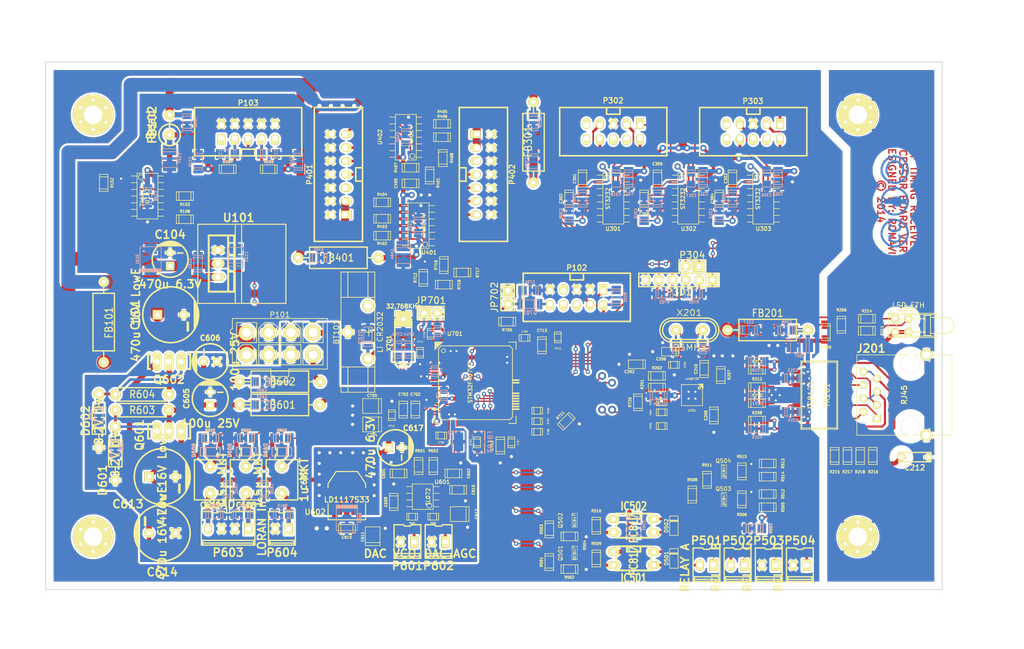
<source format=kicad_pcb>
(kicad_pcb (version 20221018) (generator pcbnew)
  (layers (0 "F.Cu" signal) (1 "In1.Cu" jumper "JumperF.Cu") (2 "In2.Cu" jumper "JumperB.Cu") (31 "B.Cu" signal) (34 "B.Paste" user) (35 "F.Paste" user) (36 "B.SilkS" user) (37 "F.SilkS" user) (38 "B.Mask" user) (39 "F.Mask" user) (44 "Edge.Cuts" user))
  (net 0 "")
  (net 1 "+3.3VADC")
  (net 2 "+5VD")
  (net 3 "+7.5V")
  (net 4 "-7.5V")
  (net 5 "/+5V")
  (net 6 "/Analog part/+15V")
  (net 7 "/Analog part/+15V_AS")
  (net 8 "/Analog part/-15V")
  (net 9 "/Analog part/-15V_AS")
  (net 10 "/Analog part/DAC1_IN")
  (net 11 "/Analog part/DAC2_IN")
  (net 12 "/CBL_VDD")
  (net 13 "/CB_OSC")
  (net 14 "/CB_PPS_IN")
  (net 15 "/CB_PPS_OUT")
  (net 16 "/Ethernet PHY/LED1")
  (net 17 "/Ethernet PHY/LED2")
  (net 18 "/Ethernet PHY/PHY_VDDA")
  (net 19 "/Ethernet PHY/RMII_CRS_DV")
  (net 20 "/Ethernet PHY/RMII_MDC")
  (net 21 "/Ethernet PHY/RMII_MDIO")
  (net 22 "/Ethernet PHY/RMII_NRST")
  (net 23 "/Ethernet PHY/RMII_REFCLK")
  (net 24 "/Ethernet PHY/RMII_RX0")
  (net 25 "/Ethernet PHY/RMII_RX1")
  (net 26 "/Ethernet PHY/RMII_TX0")
  (net 27 "/Ethernet PHY/RMII_TX1")
  (net 28 "/Ethernet PHY/RMII_TX_EN")
  (net 29 "/Ethernet PHY/RX+")
  (net 30 "/Ethernet PHY/RX-")
  (net 31 "/Ethernet PHY/RXN")
  (net 32 "/Ethernet PHY/RXP")
  (net 33 "/Ethernet PHY/TX+")
  (net 34 "/Ethernet PHY/TX-")
  (net 35 "/Ethernet PHY/TXN")
  (net 36 "/Ethernet PHY/TXP")
  (net 37 "/Ethernet PHY/VDDCR")
  (net 38 "/Ethernet PHY/XTAL1")
  (net 39 "/Ethernet PHY/XTAL2")
  (net 40 "/RS232 interface/DTE1_CTS")
  (net 41 "/RS232 interface/DTE1_DCD")
  (net 42 "/RS232 interface/DTE1_RTS")
  (net 43 "/RS232 interface/DTE1_RxD")
  (net 44 "/RS232 interface/DTE1_TxD")
  (net 45 "/RS232 interface/DTE2_CTS")
  (net 46 "/RS232 interface/DTE2_DCD")
  (net 47 "/RS232 interface/DTE2_RTS")
  (net 48 "/RS232 interface/DTE2_RxD")
  (net 49 "/RS232 interface/DTE2_TxD")
  (net 50 "/RS232 interface/RS232_PWR")
  (net 51 "/RS232 interface/UART1_CTS")
  (net 52 "/RS232 interface/UART1_RTS")
  (net 53 "/RS232 interface/UART1_RX")
  (net 54 "/RS232 interface/UART1_TX")
  (net 55 "/RS232 interface/UART2_CTS")
  (net 56 "/RS232 interface/UART2_RTS")
  (net 57 "/RS232 interface/UART2_RX")
  (net 58 "/RS232 interface/UART2_TX")
  (net 59 "/SPI interface/SPIA_MISO")
  (net 60 "/SPI interface/SPIA_MOSI")
  (net 61 "/SPI interface/SPIA_SCK")
  (net 62 "/SPI interface/SPIA_STRB")
  (net 63 "/SPI interface/SPIB_MISO")
  (net 64 "/SPI interface/SPIB_SCK")
  (net 65 "/SPI interface/SPIB_STRB")
  (net 66 "/SPI interface/SPI_MISO")
  (net 67 "/SPI interface/SPI_MOSI")
  (net 68 "/SPI interface/SPI_SCK")
  (net 69 "/SPI interface/SPI_STRB")
  (net 70 "/SPI interface/SPI_VDD")
  (net 71 "/uC STM32F407/ADC1_IN")
  (net 72 "/uC STM32F407/ADC2_IN")
  (net 73 "/uC STM32F407/ADC3_IN")
  (net 74 "/uC STM32F407/BOOT0")
  (net 75 "/uC STM32F407/BOOT1")
  (net 76 "/uC STM32F407/LSE_IN")
  (net 77 "/uC STM32F407/LSE_OUT")
  (net 78 "/uC STM32F407/OSC_IN")
  (net 79 "/uC STM32F407/PPS1")
  (net 80 "/uC STM32F407/PPS2")
  (net 81 "/uC STM32F407/PPS3")
  (net 82 "/uC STM32F407/PPS_IN")
  (net 83 "/uC STM32F407/RELAY1")
  (net 84 "/uC STM32F407/RELAY2")
  (net 85 "/uC STM32F407/RELAY3")
  (net 86 "/uC STM32F407/RELAY4")
  (net 87 "/uC STM32F407/SWCLK")
  (net 88 "/uC STM32F407/SWDIO")
  (net 89 "/uC STM32F407/SWNTRST")
  (net 90 "/uC STM32F407/VBAT")
  (net 91 "AGND")
  (net 92 "GND")
  (net 93 "GNDPWR")
  (net 94 "Net-(C212-Pad1)")
  (net 95 "Net-(C301-Pad1)")
  (net 96 "Net-(C301-Pad2)")
  (net 97 "Net-(C302-Pad1)")
  (net 98 "Net-(C302-Pad2)")
  (net 99 "Net-(C303-Pad1)")
  (net 100 "Net-(C303-Pad2)")
  (net 101 "Net-(C304-Pad1)")
  (net 102 "Net-(C304-Pad2)")
  (net 103 "Net-(C305-Pad1)")
  (net 104 "Net-(C305-Pad2)")
  (net 105 "Net-(C306-Pad1)")
  (net 106 "Net-(C306-Pad2)")
  (net 107 "Net-(C307-Pad2)")
  (net 108 "Net-(C308-Pad2)")
  (net 109 "Net-(C309-Pad2)")
  (net 110 "Net-(C310-Pad2)")
  (net 111 "Net-(C311-Pad2)")
  (net 112 "Net-(C312-Pad2)")
  (net 113 "Net-(C502-Pad1)")
  (net 114 "Net-(C601-Pad1)")
  (net 115 "Net-(C602-Pad2)")
  (net 116 "Net-(C607-Pad1)")
  (net 117 "Net-(C608-Pad2)")
  (net 118 "Net-(C618-Pad1)")
  (net 119 "Net-(C619-Pad1)")
  (net 120 "Net-(C622-Pad1)")
  (net 121 "Net-(C701-Pad1)")
  (net 122 "Net-(C703-Pad1)")
  (net 123 "Net-(C712-Pad1)")
  (net 124 "Net-(C713-Pad1)")
  (net 125 "Net-(D201-Pad1)")
  (net 126 "Net-(D201-Pad3)")
  (net 127 "Net-(D501-Pad1)")
  (net 128 "Net-(D501-Pad2)")
  (net 129 "Net-(D502-Pad1)")
  (net 130 "Net-(D502-Pad2)")
  (net 131 "Net-(IC501-Pad2)")
  (net 132 "Net-(IC502-Pad2)")
  (net 133 "Net-(J201-Pad4)")
  (net 134 "Net-(J201-Pad7)")
  (net 135 "Net-(MH101-Pad1)")
  (net 136 "Net-(MH102-Pad1)")
  (net 137 "Net-(P304-Pad1)")
  (net 138 "Net-(P304-Pad2)")
  (net 139 "Net-(P503-Pad1)")
  (net 140 "Net-(P504-Pad1)")
  (net 141 "Net-(P601-Pad1)")
  (net 142 "Net-(P602-Pad1)")
  (net 143 "Net-(Q501-Pad1)")
  (net 144 "Net-(Q501-Pad3)")
  (net 145 "Net-(Q502-Pad1)")
  (net 146 "Net-(Q502-Pad3)")
  (net 147 "Net-(Q503-Pad1)")
  (net 148 "Net-(Q504-Pad1)")
  (net 149 "Net-(R102-Pad2)")
  (net 150 "Net-(R103-Pad1)")
  (net 151 "Net-(R108-Pad2)")
  (net 152 "Net-(R201-Pad2)")
  (net 153 "Net-(R202-Pad2)")
  (net 154 "Net-(R203-Pad2)")
  (net 155 "Net-(R204-Pad2)")
  (net 156 "Net-(R205-Pad2)")
  (net 157 "Net-(R207-Pad1)")
  (net 158 "Net-(R215-Pad1)")
  (net 159 "Net-(R216-Pad1)")
  (net 160 "Net-(R402-Pad2)")
  (net 161 "Net-(R403-Pad2)")
  (net 162 "Net-(R404-Pad2)")
  (net 163 "Net-(R405-Pad2)")
  (net 164 "Net-(R406-Pad2)")
  (net 165 "Net-(R408-Pad1)")
  (net 166 "Net-(R605-Pad1)")
  (net 167 "Net-(R606-Pad1)")
  (net 168 "Net-(R706-Pad2)")
  (net 169 "Net-(R707-Pad2)")
  (net 170 "Net-(R708-Pad2)")
  (net 171 "Net-(R715-Pad2)")
  (net 172 "Net-(R716-Pad2)")
  (net 173 "Net-(R717-Pad2)")
  (net 174 "Net-(R718-Pad2)")
  (net 175 "VDD")
  (footprint "w_smd_capacitors:c_tant_A" (layer "F.Cu") (at 173.9 88.5)
    (fp_text reference "C206")
    (fp_text value "2.2u 6.3V Ta" hide)
  )
  (footprint "w_pth_capacitors:cnp_6mm_disc" (layer "F.Cu") (at 220.3 108.5)
    (fp_text reference "C212")
    (fp_text value "1n 2000V" hide)
  )
  (footprint "w_smd_capacitors:c_1206" (layer "F.Cu") (at 185.7305 55.675 90)
    (fp_text reference "C303")
    (fp_text value "100n" hide)
  )
  (footprint "w_smd_capacitors:c_1206" (layer "F.Cu") (at 183.1905 59.485 90)
    (fp_text reference "C304")
    (fp_text value "100n" hide)
  )
  (footprint "w_smd_capacitors:c_1206" (layer "F.Cu") (at 171.5065 55.675 90)
    (fp_text reference "C305")
    (fp_text value "100n" hide)
  )
  (footprint "w_smd_capacitors:c_1206" (layer "F.Cu") (at 168.9665 59.485 90)
    (fp_text reference "C306")
    (fp_text value "100n" hide)
  )
  (footprint "w_smd_capacitors:c_1206" (layer "F.Cu") (at 132.8 111.6)
    (fp_text reference "C602")
    (fp_text value "1n" hide)
  )
  (footprint "w_smd_capacitors:c_1206" (layer "F.Cu") (at 121.5 117 -90)
    (fp_text reference "C609")
    (fp_text value "100n" hide)
  )
  (footprint "w_smd_capacitors:c_1206" (layer "F.Cu") (at 133.7 114.7)
    (fp_text reference "C610")
    (fp_text value "100n" hide)
  )
  (footprint "w_smd_capacitors:c_tant_B" (layer "F.Cu") (at 134 119.3)
    (fp_text reference "C612")
    (fp_text value "10u 16V Ta" hide)
  )
  (footprint "w_pth_capacitors:CP_10x12.5mm" (layer "F.Cu") (at 77.6 112.2 -90)
    (fp_text reference "C613")
    (fp_text value "470u 16V LowE")
  )
  (footprint "w_pth_capacitors:CP_10x12.5mm" (layer "F.Cu") (at 77.6 122.9 90)
    (fp_text reference "C614")
    (fp_text value "470u 16V LowE")
  )
  (footprint "w_smd_capacitors:c_1206" (layer "F.Cu") (at 112.6 122.1)
    (fp_text reference "C615")
    (fp_text value "100n" hide)
  )
  (footprint "w_pth_capacitors:cnp_7x6mm" (layer "F.Cu") (at 93.5 112.8 90)
    (fp_text reference "C618")
    (fp_text value "1.5u MKT")
  )
  (footprint "w_pth_capacitors:cnp_7x6mm" (layer "F.Cu") (at 86.7 112.8 90)
    (fp_text reference "C619")
    (fp_text value "1.5u MKT")
  )
  (footprint "w_smd_capacitors:c_tant_B" (layer "F.Cu") (at 117.4 102.3)
    (fp_text reference "C704")
    (fp_text value "10u 6.3V Ta" hide)
  )
  (footprint "w_smd_capacitors:c_tant_B" (layer "F.Cu") (at 117.4 98.8)
    (fp_text reference "C705")
    (fp_text value "10u 6.3V Ta" hide)
  )
  (footprint "w_smd_diode:sod80c" (layer "F.Cu") (at 174.621 127.711 90)
    (fp_text reference "D501")
    (fp_text value "BAS85" hide)
  )
  (footprint "w_smd_diode:sod80c" (layer "F.Cu") (at 174.621 121.51 90)
    (fp_text reference "D502")
    (fp_text value "BAS85" hide)
  )
  (footprint "w_pth_diodes:diode_do41" (layer "F.Cu") (at 68.7 107.8 90)
    (fp_text reference "D601")
    (fp_text value "8.2V 1W")
  )
  (footprint "w_pth_diodes:diode_do41" (layer "F.Cu") (at 65.6 101.6 -90)
    (fp_text reference "D602")
    (fp_text value "8.2V 1W")
  )
  (footprint "w_smd_diode:sod80c" (layer "F.Cu") (at 93.5 107.5 180)
    (fp_text reference "D606")
    (fp_text value "BAS85" hide)
  )
  (footprint "w_smd_diode:sod80c" (layer "F.Cu") (at 86.7 107.5 180)
    (fp_text reference "D608")
    (fp_text value "BAS85" hide)
  )
  (footprint "w_pth_resistors:RC07" (layer "F.Cu") (at 66.5 82.9 -90)
    (fp_text reference "FB101")
    (fp_text value "Bead" hide)
  )
  (footprint "w_pth_ic:dil_4-300" (layer "F.Cu") (at 167 127.7 -90)
    (fp_text reference "IC501")
    (fp_text value "PC817")
  )
  (footprint "w_pth_ic:dil_4-300" (layer "F.Cu") (at 167 121.5 -90)
    (fp_text reference "IC502")
    (fp_text value "PC817")
  )
  (footprint "Pin_Headers:Pin_Header_Straight_1x02" (layer "F.Cu") (at 143.1 78.2 -90)
    (fp_text reference "JP702")
    (fp_text value "RESET" hide)
  )
  (footprint "w_conn_strip:vasch_strip_5x2" (layer "F.Cu") (at 93.9 46.8)
    (fp_text reference "P103")
    (fp_text value "Clock board" hide)
  )
  (footprint "Pin_Headers:Pin_Header_Straight_1x06" (layer "F.Cu") (at 175.5902 74.9046 180)
    (fp_text reference "P301")
    (fp_text value "UART1 3V3" hide)
  )
  (footprint "w_conn_strip:vasch_strip_5x2" (layer "F.Cu") (at 163.1245 46.785 180)
    (fp_text reference "P302")
    (fp_text value "DB9 Ribbon 2" hide)
  )
  (footprint "w_conn_strip:vasch_strip_7x2" (layer "F.Cu") (at 111 54.9 90)
    (fp_text reference "P401")
    (fp_text value "SPI Bus A" hide)
  )
  (footprint "w_conn_kk100:kk100_22-23-2021" (layer "F.Cu") (at 180.8 128.9 180)
    (fp_text reference "P501")
    (fp_text value "RELAY A")
  )
  (footprint "w_conn_kk100:kk100_22-23-2021" (layer "F.Cu") (at 186.7 128.9 180)
    (fp_text reference "P502")
    (fp_text value "RELAY B")
  )
  (footprint "w_conn_kk100:kk100_22-23-2021" (layer "F.Cu") (at 192.6 128.9 180)
    (fp_text reference "P503")
    (fp_text value "RELAY C")
  )
  (footprint "w_conn_kk100:kk100_22-23-2021" (layer "F.Cu") (at 198.5 128.9 180)
    (fp_text reference "P504")
    (fp_text value "RELAY D")
  )
  (footprint "w_conn_kk100:kk100_22-23-2021" (layer "F.Cu") (at 124.1 124.5 180)
    (fp_text reference "P601")
    (fp_text value "DAC VCO")
  )
  (footprint "w_conn_kk100:kk100_22-23-2021" (layer "F.Cu") (at 100.3 122 180)
    (fp_text reference "P604")
    (fp_text value "LORAN In")
  )
  (footprint "w_smd_resistors:r_1206" (layer "F.Cu") (at 81.9 59 180)
    (fp_text reference "R103")
    (fp_text value "10" hide)
  )
  (footprint "w_smd_resistors:r_1206" (layer "F.Cu") (at 90 53.9)
    (fp_text reference "R104")
    (fp_text value "200" hide)
  )
  (footprint "w_smd_resistors:r_1206" (layer "F.Cu") (at 97.8 53.9 180)
    (fp_text reference "R106")
    (fp_text value "200" hide)
  )
  (footprint "w_smd_resistors:r_1206" (layer "F.Cu") (at 190.373 101.567)
    (fp_text reference "R208")
    (fp_text value "49.9E 1%" hide)
  )
  (footprint "w_smd_resistors:r_1206" (layer "F.Cu") (at 190.373 98.265)
    (fp_text reference "R210")
    (fp_text value "49.9E 1%" hide)
  )
  (footprint "w_smd_resistors:r_1206" (layer "F.Cu") (at 211.201 84.54 180)
    (fp_text reference "R211")
    (fp_text value "240" hide)
  )
  (footprint "w_smd_resistors:r_1206" (layer "F.Cu") (at 190.373 95.217)
    (fp_text reference "R212")
    (fp_text value "49.9E 1%" hide)
  )
  (footprint "w_smd_resistors:r_1206" (layer "F.Cu") (at 190.373 91.915)
    (fp_text reference "R213")
    (fp_text value "49.9E 1%" hide)
  )
  (footprint "w_smd_resistors:r_1206" (layer "F.Cu") (at 205.105 108.289 90)
    (fp_text reference "R215")
    (fp_text value "75E 1%" hide)
  )
  (footprint "w_smd_resistors:r_1206" (layer "F.Cu") (at 212.344 108.289 90)
    (fp_text reference "R216")
    (fp_text value "75E 1%" hide)
  )
  (footprint "w_smd_resistors:r_1206" (layer "F.Cu") (at 207.518 108.289 90)
    (fp_text reference "R217")
    (fp_text value "75E 1%" hide)
  )
  (footprint "w_smd_resistors:r_1206" (layer "F.Cu") (at 209.931 108.289 90)
    (fp_text reference "R218")
    (fp_text value "75E 1%" hide)
  )
  (footprint "w_smd_resistors:r_1206" (layer "F.Cu") (at 154.809 129.743 180)
    (fp_text reference "R502")
    (fp_text value "10k" hide)
  )
  (footprint "w_smd_resistors:r_1206" (layer "F.Cu") (at 151 122.2 90)
    (fp_text reference "R503")
    (fp_text value "4.7k" hide)
  )
  (footprint "w_smd_resistors:r_1206" (layer "F.Cu") (at 154.809 123.542 180)
    (fp_text reference "R504")
    (fp_text value "10k" hide)
  )
  (footprint "w_smd_resistors:r_1206" (layer "F.Cu") (at 192.4 118 180)
    (fp_text reference "R505")
    (fp_text value "10k" hide)
  )
  (footprint "w_smd_resistors:r_1206" (layer "F.Cu") (at 187.5 116.5 -90)
    (fp_text reference "R506")
    (fp_text value "10k" hide)
  )
  (footprint "w_smd_resistors:r_1206" (layer "F.Cu") (at 178.1 115.6 -90)
    (fp_text reference "R508")
    (fp_text value "3.3k" hide)
  )
  (footprint "w_smd_resistors:r_1206" (layer "F.Cu") (at 159.889 127.711 -90)
    (fp_text reference "R509")
    (fp_text value "200" hide)
  )
  (footprint "w_smd_resistors:r_1206" (layer "F.Cu") (at 159.889 121.51 -90)
    (fp_text reference "R510")
    (fp_text value "200" hide)
  )
  (footprint "w_smd_resistors:r_1206" (layer "F.Cu") (at 180.9 112.8 -90)
    (fp_text reference "R511")
    (fp_text value "3.3k" hide)
  )
  (footprint "w_smd_resistors:r_1206" (layer "F.Cu") (at 93.5 104.9 180)
    (fp_text reference "R611")
    (fp_text value "3.3k" hide)
  )
  (footprint "w_smd_resistors:r_1206" (layer "F.Cu") (at 86.7 104.9 180)
    (fp_text reference "R613")
    (fp_text value "3.3k" hide)
  )
  (footprint "w_smd_resistors:r_1206" (layer "F.Cu") (at 127.1 74.5 -90)
    (fp_text reference "R712")
    (fp_text value "3.3k" hide)
  )
  (footprint "w_smd_qfn:qfn-24" (layer "F.Cu") (at 178.05 96.75 180)
    (fp_text reference "U201")
    (fp_text value "LAN8720")
  )
  (footprint "w_smd_dil:so-16" (layer "F.Cu") (at 177.3485 59.485 -90)
    (fp_text reference "U302")
    (fp_text value "ST3232")
  )
  (footprint "w_smd_dil:so-16" (layer "F.Cu") (at 191.5725 59.485 -90)
    (fp_text reference "U303")
    (fp_text value "ST3232")
  )
  (footprint "SMD_Packages:SOT223" (layer "F.Cu") (at 112.6 115.8)
    (fp_text reference "U602")
    (fp_text value "LD1117S33")
  )
  (footprint "ts8121:TS8121" (layer "F.Cu") (at 202.184 96.741 -90)
    (fp_text reference "TR201")
    (fp_text value "TS8121")
  )
  (footprint "w_crystal:crystal_hc-49u" (layer "F.Cu") (at 177.546 84.422)
    (fp_text reference "X201")
    (fp_text value "25MHz")
  )
  (footprint "w_smd_resistors:r_1206" (layer "F.Cu") (at 128.3 55.1 -90)
    (fp_text reference "R401")
    (fp_text value "200" hide)
  )
  (footprint "w_smd_resistors:r_1206" (layer "F.Cu") (at 119.3 66.5 180)
    (fp_text reference "R402")
    (fp_text value "10" hide)
  )
  (footprint "w_smd_resistors:r_1206" (layer "F.Cu") (at 119.3 63.3 180)
    (fp_text reference "R403")
    (fp_text value "10" hide)
  )
  (footprint "w_smd_resistors:r_1206" (layer "F.Cu") (at 119.3 60.2 180)
    (fp_text reference "R404")
    (fp_text value "10" hide)
  )
  (footprint "w_smd_resistors:r_1206" (layer "F.Cu") (at 130.6485 45.303)
    (fp_text reference "R405")
    (fp_text value "10" hide)
  )
  (footprint "w_smd_resistors:r_1206" (layer "F.Cu") (at 130.6485 47.843)
    (fp_text reference "R406")
    (fp_text value "10" hide)
  )
  (footprint "w_smd_resistors:r_1206" (layer "F.Cu") (at 130.8 51.8 90)
    (fp_text reference "R408")
    (fp_text value "33" hide)
  )
  (footprint "w_smd_resistors:r_1206" (layer "F.Cu") (at 124.6795 53.6215 180)
    (fp_text reference "R407")
    (fp_text value "200" hide)
  )
  (footprint "w_smd_dil:so-14" (layer "F.Cu") (at 126.2035 64.607 90)
    (fp_text reference "U401")
    (fp_text value "74AC14")
  )
  (footprint "w_smd_dil:so-14" (layer "F.Cu") (at 123.7905 47.843 90)
    (fp_text reference "U402")
    (fp_text value "74AC14")
  )
  (footprint "w_smd_capacitors:c_1206" (layer "F.Cu") (at 154.7425 59.485 90)
    (fp_text reference "C302")
    (fp_text value "100n" hide)
  )
  (footprint "w_smd_dil:so-16" (layer "F.Cu") (at 163.1245 59.485 -90)
    (fp_text reference "U301")
    (fp_text value "ST3232")
  )
  (footprint "w_smd_capacitors:c_1206" (layer "F.Cu") (at 157.2825 55.675 90)
    (fp_text reference "C301")
    (fp_text value "100n" hide)
  )
  (footprint "w_smd_capacitors:c_1206" (layer "F.Cu") (at 124.7 56.6 180)
    (fp_text reference "C405")
    (fp_text value "100n" hide)
  )
  (footprint "w_smd_capacitors:c_1206" (layer "F.Cu") (at 182.2 100.6 90)
    (fp_text reference "C209")
    (fp_text value "10n" hide)
  )
  (footprint "w_smd_capacitors:c_1206" (layer "F.Cu") (at 180.35 91.8 -90)
    (fp_text reference "C210")
    (fp_text value "10n" hide)
  )
  (footprint "w_smd_resistors:r_1206" (layer "F.Cu") (at 183.515 92.931 -90)
    (fp_text reference "R207")
    (fp_text value "12.1k 1%" hide)
  )
  (footprint "w_smd_resistors:r_0805" (layer "F.Cu") (at 174.625 91.017)
    (fp_text reference "C205")
    (fp_text value "470p" hide)
  )
  (footprint "w_smd_resistors:r_0805" (layer "F.Cu") (at 172.3 102.6 180)
    (fp_text reference "R205")
    (fp_text value "33" hide)
  )
  (footprint "w_smd_resistors:r_0805" (layer "F.Cu") (at 152.6 85.8 90)
    (fp_text reference "R715")
    (fp_text value "33" hide)
  )
  (footprint "w_smd_capacitors:c_0805" (layer "F.Cu") (at 130.5 104.4)
    (fp_text reference "C706")
    (fp_text value "100n" hide)
  )
  (footprint "w_smd_resistors:r_1206" (layer "F.Cu") (at 171.4 95.3 180)
    (fp_text reference "R201")
    (fp_text value "33" hide)
  )
  (footprint "w_smd_resistors:r_0805" (layer "F.Cu") (at 172.3 98.1 180)
    (fp_text reference "R203")
    (fp_text value "33" hide)
  )
  (footprint "led_holder:LED-306" (layer "F.Cu") (at 219.075 83.524 180)
    (fp_text reference "D201")
    (fp_text value "LED_ETH")
  )
  (footprint "w_smd_resistors:r_1206" (layer "F.Cu") (at 206.375 83.397 90)
    (fp_text reference "R206")
    (fp_text value "10k" hide)
  )
  (footprint "w_smd_resistors:r_1206" (layer "F.Cu") (at 203.454 84.794 90)
    (fp_text reference "R209")
    (fp_text value "10k" hide)
  )
  (footprint "w_smd_resistors:r_1206" (layer "F.Cu") (at 211.201 82.254 180)
    (fp_text reference "R214")
    (fp_text value "240" hide)
  )
  (footprint "w_smd_resistors:r_1206" (layer "F.Cu") (at 171.4 93.1 180)
    (fp_text reference "R202")
    (fp_text value "33" hide)
  )
  (footprint "w_smd_resistors:r_1206" (layer "F.Cu") (at 151 128.4 90)
    (fp_text reference "R501")
    (fp_text value "4.7k" hide)
  )
  (footprint "holes:Hole_3-5mm" (layer "F.Cu") (at 64.5 43.6)
    (fp_text reference "MH101" hide)
    (fp_text value "HOLE" hide)
  )
  (footprint "holes:Hole_3-5mm" (layer "F.Cu") (at 64.5 123.6)
    (fp_text reference "MH102" hide)
    (fp_text value "HOLE" hide)
  )
  (footprint "holes:Hole_3-5mm" (layer "F.Cu") (at 209.5 43.6)
    (fp_text reference "MH104" hide)
    (fp_text value "HOLE" hide)
  )
  (footprint "holes:Hole_3-5mm" (layer "F.Cu") (at 209.5 123.6)
    (fp_text reference "MH103" hide)
    (fp_text value "HOLE" hide)
  )
  (footprint "w_smd_resistors:r_1206" (layer "F.Cu") (at 131 75.8 180)
    (fp_text reference "R718")
    (fp_text value "33" hide)
  )
  (footprint "w_smd_resistors:r_1206" (layer "F.Cu") (at 131 72.1 90)
    (fp_text reference "R716")
    (fp_text value "33" hide)
  )
  (footprint "w_smd_resistors:r_1206" (layer "F.Cu") (at 134.5 73.5 180)
    (fp_text reference "R717")
    (fp_text value "33" hide)
  )
  (footprint "w_smd_resistors:r_1206" (layer "F.Cu") (at 129 110.2 90)
    (fp_text reference "R602")
    (fp_text value "3.3k" hide)
  )
  (footprint "w_pth_resistors:RC07" (layer "F.Cu") (at 111 70.7)
    (fp_text reference "FB401")
    (fp_text value "Bead" hide)
  )
  (footprint "w_smd_resistors:r_1206" (layer "F.Cu") (at 143 82.8 180)
    (fp_text reference "R705")
    (fp_text value "3.3k" hide)
  )
  (footprint "w_pth_capacitors:cnp_7x6mm" (layer "F.Cu") (at 100.3 112.8 90)
    (fp_text reference "C622")
    (fp_text value "1u MKT")
  )
  (footprint "w_smd_diode:sod80c" (layer "F.Cu") (at 100.3 107.5 180)
    (fp_text reference "D610")
    (fp_text value "BAS85" hide)
  )
  (footprint "w_conn_kk100:kk100_22-23-2041" (layer "F.Cu") (at 90.1 122 180)
    (fp_text reference "P603")
    (fp_text value "QUAD In")
  )
  (footprint "w_smd_dil:so-14" (layer "F.Cu") (at 74.8 59 -90)
    (fp_text reference "U102")
    (fp_text value "74AC14")
  )
  (footprint "w_pth_resistors:RC07" (layer "F.Cu") (at 148 48.8 90)
    (fp_text reference "FB301")
    (fp_text value "Bead" hide)
  )
  (footprint "w_crystal:crystal_tc-38_horiz" (layer "F.Cu") (at 123.3 86.9 180)
    (fp_text reference "X701")
    (fp_text value "32.768KHz")
  )
  (footprint "w_smd_capacitors:c_0805" (layer "F.Cu") (at 128.5 85.1 -90)
    (fp_text reference "C710")
    (fp_text value "100n" hide)
  )
  (footprint "w_smd_capacitors:c_0805" (layer "F.Cu") (at 126.5 88.7 90)
    (fp_text reference "C111")
    (fp_text value "100n" hide)
  )
  (footprint "w_smd_resistors:r_0805" (layer "F.Cu") (at 172.3 100 180)
    (fp_text reference "R204")
    (fp_text value "33" hide)
  )
  (footprint "w_smd_lqfp:TQFP-100" (layer "F.Cu") (at 137 94.4 -90)
    (fp_text reference "U701")
    (fp_text value "STM32F407VG")
  )
  (footprint "w_smd_resistors:r_0805" (layer "F.Cu") (at 148.7 99.7)
    (fp_text reference "R706")
    (fp_text value "33" hide)
  )
  (footprint "w_smd_resistors:r_0805" (layer "F.Cu") (at 148.7 101.7)
    (fp_text reference "R707")
    (fp_text value "33" hide)
  )
  (footprint "w_smd_resistors:r_0805" (layer "F.Cu") (at 148.7 103.7)
    (fp_text reference "R708")
    (fp_text value "33" hide)
  )
  (footprint "SMD_Packages:SOT23" (layer "F.Cu") (at 155.8 126.7 -90)
    (fp_text reference "Q501")
    (fp_text value "BC847")
  )
  (footprint "w_smd_resistors:r_1206" (layer "F.Cu") (at 187.5 111.2 -90)
    (fp_text reference "R515")
    (fp_text value "10k" hide)
  )
  (footprint "w_smd_capacitors:c_1206" (layer "F.Cu") (at 149.6 87.3 -90)
    (fp_text reference "C713")
    (fp_text value "2.2u 10V CER" hide)
  )
  (footprint "w_smd_capacitors:c_0805" (layer "F.Cu") (at 146.3 85.9 180)
    (fp_text reference "C709")
    (fp_text value "100n" hide)
  )
  (footprint "w_conn_strip:vasch_strip_5x2" (layer "F.Cu") (at 156.2 78.2 180)
    (fp_text reference "P102")
    (fp_text value "Cortex SWD" hide)
  )
  (footprint "Pin_Headers:Pin_Header_Straight_1x02" (layer "F.Cu") (at 128.5 81.2)
    (fp_text reference "JP701")
    (fp_text value "BOOT_SEL" hide)
  )
  (footprint "SMD_Packages:SOT23" (layer "F.Cu") (at 155.8 120.5 -90)
    (fp_text reference "Q502")
    (fp_text value "BC847")
  )
  (footprint "SMD_Packages:SOT23" (layer "F.Cu") (at 184.1 116.5 90)
    (fp_text reference "Q503")
    (fp_text value "BC847")
  )
  (footprint "SMD_Packages:SOT23" (layer "F.Cu") (at 184.1 111.2 90)
    (fp_text reference "Q504")
    (fp_text value "BC847")
  )
  (footprint "w_smd_resistors:r_1206" (layer "F.Cu") (at 192.4 115.5)
    (fp_text reference "R512")
    (fp_text value "3.3k" hide)
  )
  (footprint "w_smd_resistors:r_1206" (layer "F.Cu") (at 192.4 109.7)
    (fp_text reference "R513")
    (fp_text value "3.3k" hide)
  )
  (footprint "w_smd_resistors:r_1206" (layer "F.Cu") (at 192.4 112.2 180)
    (fp_text reference "R514")
    (fp_text value "10k" hide)
  )
  (footprint "w_smd_resistors:r_1206" (layer "F.Cu") (at 189.9 122 180)
    (fp_text reference "R507")
    (fp_text value "100" hide)
  )
  (footprint "w_smd_resistors:r_1206" (layer "F.Cu") (at 167.8 98.1 -90)
    (fp_text reference "R720")
    (fp_text value "1.5k" hide)
  )
  (footprint "w_smd_capacitors:c_1206" (layer "F.Cu") (at 141.7 106.3 90)
    (fp_text reference "C712")
    (fp_text value "2.2u 10V CER" hide)
  )
  (footprint "w_smd_capacitors:c_0805" (layer "F.Cu") (at 143.8 105.7 90)
    (fp_text reference "C707")
    (fp_text value "100n" hide)
  )
  (footprint "w_smd_resistors:r_1206" (layer "F.Cu") (at 154.2 101.7 -135)
    (fp_text reference "R711")
    (fp_text value "3.3k" hide)
  )
  (footprint "w_smd_resistors:r_1206" (layer "F.Cu") (at 126.2 110.2 90)
    (fp_text reference "R601")
    (fp_text value "3.3k" hide)
  )
  (footprint "w_conn_kk100:kk100_22-23-2021" (layer "F.Cu") (at 130 124.5 180)
    (fp_text reference "P602")
    (fp_text value "DAC AGC")
  )
  (footprint "w_smd_resistors:r_0805" (layer "F.Cu") (at 137.3 105.7 90)
    (fp_text reference "R703")
    (fp_text value "3.3k" hide)
  )
  (footprint "w_smd_dil:so-8" (layer "F.Cu") (at 127 116 90)
    (fp_text reference "U601")
    (fp_text value "TL072")
  )
  (footprint "w_smd_resistors:r_0805" (layer "F.Cu") (at 125 119.8)
    (fp_text reference "R605")
    (fp_text value "33" hide)
  )
  (footprint "w_smd_resistors:r_0805" (layer "F.Cu") (at 129 119.8 180)
    (fp_text reference "R606")
    (fp_text value "33" hide)
  )
  (footprint "w_smd_resistors:r_1206" (layer "F.Cu") (at 66.5 56.5 -90)
    (fp_text reference "R102")
    (fp_text value "33" hide)
  )
  (footprint "w_smd_resistors:r_1206" (layer "F.Cu") (at 81.9 63.4)
    (fp_text reference "R108")
    (fp_text value "33" hide)
  )
  (footprint "Transistors_TO-220:TO-220_Neutral123_Vertical" (layer "F.Cu") (at 88.2 71.8 -90)
    (fp_text reference "U101")
    (fp_text value "LD1117S33" hide)
  )
  (footprint "w_pth_capacitors:CP_6.3x11mm" (layer "F.Cu") (at 79.1 71)
    (fp_text reference "C104")
    (fp_text value "470u 6.3V")
  )
  (footprint "battery-hold:bh840" (layer "F.Cu") (at 116.6 84.8 90)
    (fp_text reference "BT101")
    (fp_text value "Li CR2032")
  )
  (footprint "w_pth_resistors:rc07_vert" (layer "F.Cu") (at 79 45.5 90)
    (fp_text reference "FB102")
    (fp_text value "Bead")
  )
  (footprint "w_pth_resistors:RC07" (layer "F.Cu") (at 192.4 84.4)
    (fp_text reference "FB201")
    (fp_text value "Bead" hide)
  )
  (footprint "w_smd_capacitors:c_tant_A" (layer "F.Cu") (at 167.6 90.9)
    (fp_text reference "C202")
    (fp_text value "2.2u 6.3V Ta" hide)
  )
  (footprint "w_smd_resistors:r_1206" (layer "F.Cu") (at 100.3 104.9 180)
    (fp_text reference "R617")
    (fp_text value "3.3k" hide)
  )
  (footprint "Pin_Headers:Pin_Header_Straight_1x02" (layer "F.Cu") (at 178.1302 72.3646 180)
    (fp_text reference "P304")
    (fp_text value "UART_SEL" hide)
  )
  (footprint "w_smd_capacitors:c_1206" (layer "F.Cu") (at 122.4 111.6)
    (fp_text reference "C601")
    (fp_text value "1n" hide)
  )
  (footprint "w_pth_capacitors:CP_10x12.5mm" (layer "F.Cu") (at 79.2 81.5 -90)
    (fp_text reference "C101")
    (fp_text value "470u 16V LowE")
  )
  (footprint "connect-minifit:minifit-8" (layer "F.Cu") (at 99.9 87)
    (fp_text reference "P101")
    (fp_text value "Power")
  )
  (footprint "w_pth_capacitors:CP_6.3x11mm" (layer "F.Cu") (at 121.8 106.7 -90)
    (fp_text reference "C617")
    (fp_text value "470u 6.3V")
  )
  (footprint "Housings_SOT:SOT126_SOT32_Housing_Vertical_BigPads" (layer "F.Cu") (at 78.9 90.4)
    (fp_text reference "Q602")
    (fp_text value "BD136" hide)
  )
  (footprint "w_smd_capacitors:c_tant_B" (layer "F.Cu") (at 117.5 123.5 -90)
    (fp_text reference "C611")
    (fp_text value "10u 16V Ta" hide)
  )
  (footprint "w_pth_resistors:RC05" (layer "F.Cu") (at 73.8 99.6 180)
    (fp_text reference "R603")
    (fp_text value "330 0.5W" hide)
  )
  (footprint "w_pth_resistors:RC05" (layer "F.Cu") (at 73.8 96.6)
    (fp_text reference "R604")
    (fp_text value "330 0.5W" hide)
  )
  (footprint "Housings_SOT:SOT126_SOT32_Housing_Vertical_BigPads" (layer "F.Cu") (at 78.9 103.6 180)
    (fp_text reference "Q601")
    (fp_text value "BD135" hide)
  )
  (footprint "w_pth_capacitors:CP_6.3x11mm" (layer "F.Cu") (at 86.7 90.4 90)
    (fp_text reference "C606")
    (fp_text value "100u 25V")
  )
  (footprint "w_pth_resistors:RC07" (layer "F.Cu") (at 99.9 98.6 180)
    (fp_text reference "FB601")
    (fp_text value "Bead" hide)
  )
  (footprint "w_pth_resistors:RC07" (layer "F.Cu") (at 99.9 94.2 180)
    (fp_text reference "FB602")
    (fp_text value "Bead" hide)
  )
  (footprint "w_pth_capacitors:CP_6.3x11mm" (layer "F.Cu") (at 86.7 97.4)
    (fp_text reference "C605")
    (fp_text value "100u 25V")
  )
  (footprint "Connect:RJ45_8" (layer "F.Cu") (at 219.456 96.732 90)
    (fp_text reference "J201")
    (fp_text value "RJ45")
  )
  (footprint "w_conn_strip:vasch_strip_5x2" (layer "F.Cu") (at 189.6675 46.785 180)
    (fp_text reference "P303")
    (fp_text value "DB9 Ribbon 1" hide)
  )
  (footprint "w_conn_strip:vasch_strip_7x2" (layer "F.Cu") (at 138.5 54.9 -90)
    (fp_text reference "P402")
    (fp_text value "SPI Bus B" hide)
  )
  (footprint "w_smd_capacitors:c_1206" (layer "F.Cu") (at 125.6 99.5 -90)
    (fp_text reference "C702")
    (fp_text value "100n" hide)
  )
  (footprint "w_smd_capacitors:c_1206" (layer "F.Cu") (at 123.3 99.5 -90)
    (fp_text reference "C703")
    (fp_text value "100n" hide)
  )
  (footprint "w_smd_resistors:r_0805" (layer "F.Cu") (at 121.15 100.55 90)
    (fp_text reference "R713")
    (fp_text value "100" hide)
  )
  (footprint "w_smd_capacitors:c_1206" (layer "B.Cu") (at 84.4 71.8 -90)
    (fp_text reference "C102")
    (fp_text value "100n" hide)
  )
  (footprint "w_smd_capacitors:c_tant_B" (layer "B.Cu") (at 91.6 70.5 -90)
    (fp_text reference "C103")
    (fp_text value "10u 6.3V Ta" hide)
  )
  (footprint "w_smd_capacitors:c_1206" (layer "B.Cu") (at 74.8 59 90)
    (fp_text reference "C106")
    (fp_text value "100n" hide)
  )
  (footprint "w_smd_capacitors:c_1206" (layer "B.Cu") (at 82.3 45 90)
    (fp_text reference "C108")
    (fp_text value "100n" hide)
  )
  (footprint "w_smd_capacitors:c_1206" (layer "B.Cu") (at 103.4 52.5 -90)
    (fp_text reference "C109")
    (fp_text value "100n" hide)
  )
  (footprint "w_smd_capacitors:c_1206" (layer "B.Cu") (at 171.7 96.8)
    (fp_text reference "C204")
    (fp_text value "100n" hide)
  )
  (footprint "w_smd_capacitors:c_1206" (layer "B.Cu") (at 190.373 96.741)
    (fp_text reference "C211")
    (fp_text value "22n" hide)
  )
  (footprint "w_smd_capacitors:c_1206" (layer "B.Cu") (at 171.5065 59.485 -90)
    (fp_text reference "C309")
    (fp_text value "100n" hide)
  )
  (footprint "w_smd_capacitors:c_1206" (layer "B.Cu") (at 168.9665 62.279 90)
    (fp_text reference "C310")
    (fp_text value "100n" hide)
  )
  (footprint "w_smd_capacitors:c_1206" (layer "B.Cu") (at 185.7305 59.485 -90)
    (fp_text reference "C311")
    (fp_text value "100n" hide)
  )
  (footprint "w_smd_capacitors:c_1206" (layer "B.Cu") (at 183.1905 62.279 90)
    (fp_text reference "C312")
    (fp_text value "100n" hide)
  )
  (footprint "w_smd_capacitors:c_1206" (layer "B.Cu") (at 166.0455 55.675 90)
    (fp_text reference "C313")
    (fp_text value "100n" hide)
  )
  (footprint "w_smd_capacitors:c_1206" (layer "B.Cu") (at 180.1425 55.675 90)
    (fp_text reference "C314")
    (fp_text value "100n" hide)
  )
  (footprint "w_smd_capacitors:c_1206" (layer "B.Cu") (at 194.3665 55.675 90)
    (fp_text reference "C315")
    (fp_text value "100n" hide)
  )
  (footprint "w_smd_capacitors:c_tant_A" (layer "B.Cu") (at 192.2075 55.675 90)
    (fp_text reference "C316")
    (fp_text value "2.2u 6.3V Ta" hide)
  )
  (footprint "w_smd_capacitors:c_tant_A" (layer "B.Cu") (at 177.8565 55.675 90)
    (fp_text reference "C317")
    (fp_text value "2.2u 6.3V Ta" hide)
  )
  (footprint "w_smd_capacitors:c_tant_A" (layer "B.Cu") (at 163.6325 55.675 90)
    (fp_text reference "C318")
    (fp_text value "2.2u 6.3V Ta" hide)
  )
  (footprint "w_smd_capacitors:c_1206" (layer "B.Cu") (at 107.2 70.7 180)
    (fp_text reference "C401")
    (fp_text value "100n" hide)
  )
  (footprint "w_smd_capacitors:c_1206" (layer "B.Cu") (at 123.7905 47.843 -90)
    (fp_text reference "C402")
    (fp_text value "100n" hide)
  )
  (footprint "w_smd_capacitors:c_1206" (layer "B.Cu") (at 126.2035 64.607 -90)
    (fp_text reference "C403")
    (fp_text value "100n" hide)
  )
  (footprint "w_smd_capacitors:c_tant_B" (layer "B.Cu") (at 167 121.5 90)
    (fp_text reference "C501")
    (fp_text value "10u 6.3V Ta" hide)
  )
  (footprint "w_smd_capacitors:c_1206" (layer "B.Cu") (at 96.5 98.6 180)
    (fp_text reference "C603")
    (fp_text value "100n" hide)
  )
  (footprint "w_smd_capacitors:c_1206" (layer "B.Cu") (at 96.5 94.2)
    (fp_text reference "C604")
    (fp_text value "100n" hide)
  )
  (footprint "w_smd_capacitors:c_1206" (layer "B.Cu") (at 96.9 114.5 90)
    (fp_text reference "C620")
    (fp_text value "100n" hide)
  )
  (footprint "w_smd_capacitors:c_1206" (layer "B.Cu") (at 90.1 114.5 90)
    (fp_text reference "C621")
    (fp_text value "100n" hide)
  )
  (footprint "w_smd_diode:do214aa" (layer "B.Cu") (at 75.4 71 -90)
    (fp_text reference "D101")
    (fp_text value "SMLVT3V3" hide)
  )
  (footprint "w_smd_diode:sod80c" (layer "B.Cu") (at 116.6 85.7 -90)
    (fp_text reference "D102")
    (fp_text value "BAS85" hide)
  )
  (footprint "w_smd_diode:sod80c" (layer "B.Cu") (at 93.5 107.5)
    (fp_text reference "D607")
    (fp_text value "BAS85" hide)
  )
  (footprint "w_smd_diode:sod80c" (layer "B.Cu") (at 86.7 107.5 180)
    (fp_text reference "D609")
    (fp_text value "BAS85" hide)
  )
  (footprint "w_smd_diode:sod80c" (layer "B.Cu") (at 147.3 79.5)
    (fp_text reference "D701")
    (fp_text value "BAS85" hide)
  )
  (footprint "w_smd_resistors:r_1206" (layer "B.Cu") (at 90 51 180)
    (fp_text reference "R105")
    (fp_text value "200" hide)
  )
  (footprint "w_smd_resistors:r_1206" (layer "B.Cu") (at 97.8 51)
    (fp_text reference "R107")
    (fp_text value "200" hide)
  )
  (footprint "w_smd_resistors:r_1206" (layer "B.Cu") (at 92.7 119.3)
    (fp_text reference "R607")
    (fp_text value "3.3k" hide)
  )
  (footprint "w_smd_resistors:r_1206" (layer "B.Cu") (at 87.5 119.3 180)
    (fp_text reference "R608")
    (fp_text value "3.3k" hide)
  )
  (footprint "w_smd_resistors:r_1206" (layer "B.Cu") (at 93.5 104.9)
    (fp_text reference "R612")
    (fp_text value "3.3k" hide)
  )
  (footprint "w_smd_resistors:r_1206" (layer "B.Cu") (at 86.7 104.9 180)
    (fp_text reference "R614")
    (fp_text value "3.3k" hide)
  )
  (footprint "w_smd_resistors:r_1206" (layer "B.Cu") (at 178.4 77.5 180)
    (fp_text reference "R701")
    (fp_text value "3.3k" hide)
  )
  (footprint "w_smd_resistors:r_1206" (layer "B.Cu") (at 172.8 77.5)
    (fp_text reference "R702")
    (fp_text value "3.3k" hide)
  )
  (footprint "w_smd_capacitors:c_tant_B" (layer "B.Cu") (at 123.3 70 90)
    (fp_text reference "C404")
    (fp_text value "10u 6.3V Ta" hide)
  )
  (footprint "w_smd_capacitors:c_1206" (layer "B.Cu") (at 157.2825 59.485 -90)
    (fp_text reference "C307")
    (fp_text value "100n" hide)
  )
  (footprint "w_smd_capacitors:c_1206" (layer "B.Cu") (at 154.7425 62.279 90)
    (fp_text reference "C308")
    (fp_text value "100n" hide)
  )
  (footprint "w_smd_capacitors:c_1206" (layer "B.Cu") (at 197.231 93.566)
    (fp_text reference "C213")
    (fp_text value "22n" hide)
  )
  (footprint "w_smd_capacitors:c_1206" (layer "B.Cu") (at 197.231 99.916)
    (fp_text reference "C214")
    (fp_text value "22n" hide)
  )
  (footprint "w_smd_capacitors:c_1206" (layer "B.Cu") (at 190.373 103.091)
    (fp_text reference "C215")
    (fp_text value "22n" hide)
  )
  (footprint "w_smd_capacitors:c_1206" (layer "B.Cu") (at 190.373 90.391)
    (fp_text reference "C216")
    (fp_text value "22n" hide)
  )
  (footprint "w_smd_resistors:r_0805" (layer "B.Cu") (at 175.006 87.851 90)
    (fp_text reference "C201")
    (fp_text value "22p" hide)
  )
  (footprint "w_smd_resistors:r_0805" (layer "B.Cu") (at 180.086 87.851 90)
    (fp_text reference "C203")
    (fp_text value "22p" hide)
  )
  (footprint "w_smd_capacitors:c_tant_B" (layer "B.Cu") (at 198.501 87.334)
    (fp_text reference "C207")
    (fp_text value "10u 6.3V Ta" hide)
  )
  (footprint "w_smd_capacitors:c_1206" (layer "B.Cu") (at 195.961 84.413)
    (fp_text reference "C208")
    (fp_text value "100n" hide)
  )
  (footprint "w_smd_capacitors:c_1206" (layer "B.Cu") (at 188.8 84.4 180)
    (fp_text reference "C217")
    (fp_text value "100n" hide)
  )
  (footprint "w_smd_capacitors:c_1206" (layer "B.Cu") (at 148 45 90)
    (fp_text reference "C319")
    (fp_text value "100n" hide)
  )
  (footprint "w_smd_resistors:r_1206" (layer "B.Cu") (at 100.3 119.3)
    (fp_text reference "R615")
    (fp_text value "3.3k" hide)
  )
  (footprint "w_smd_resistors:r_1206" (layer "B.Cu") (at 163.7 78.2 -90)
    (fp_text reference "R101")
    (fp_text value "100k" hide)
  )
  (footprint "w_smd_capacitors:c_1206" (layer "B.Cu") (at 148 52.6 -90)
    (fp_text reference "C320")
    (fp_text value "100n" hide)
  )
  (footprint "w_smd_capacitors:c_1206" (layer "B.Cu") (at 124.4 88.1 -90)
    (fp_text reference "C714")
    (fp_text value "15p" hide)
  )
  (footprint "w_smd_capacitors:c_1206" (layer "B.Cu") (at 122.2 88.1 -90)
    (fp_text reference "C715")
    (fp_text value "15p" hide)
  )
  (footprint "w_smd_resistors:r_0805" (layer "B.Cu") (at 129.8 84.6 -90)
    (fp_text reference "R704")
    (fp_text value "3.3k" hide)
  )
  (footprint "w_smd_capacitors:c_0805" (layer "B.Cu") (at 131 96.8 -90)
    (fp_text reference "C708")
    (fp_text value "100n" hide)
  )
  (footprint "w_smd_capacitors:c_1206" (layer "B.Cu") (at 147.3 76.9 180)
    (fp_text reference "C701")
    (fp_text value "10n" hide)
  )
  (footprint "w_smd_capacitors:c_1206" (layer "B.Cu") (at 84.4 52.5 -90)
    (fp_text reference "C110")
    (fp_text value "100n" hide)
  )
  (footprint "w_smd_capacitors:c_1206" (layer "B.Cu") (at 189.9 122)
    (fp_text reference "C502")
    (fp_text value "100n" hide)
  )
  (footprint "w_smd_capacitors:c_0805" (layer "B.Cu") (at 129.3 92.2 -90)
    (fp_text reference "C716")
    (fp_text value "100n" hide)
  )
  (footprint "w_smd_capacitors:c_tant_B" (layer "B.Cu") (at 79 51.8 90)
    (fp_text reference "C107")
    (fp_text value "10u 6.3V Ta" hide)
  )
  (footprint "w_smd_capacitors:c_1206" (layer "B.Cu") (at 68.7 106.7 90)
    (fp_text reference "C607")
    (fp_text value "2.2u" hide)
  )
  (footprint "w_smd_capacitors:c_1206" (layer "B.Cu") (at 65.6 100.5 -90)
    (fp_text reference "C608")
    (fp_text value "2.2u" hide)
  )
  (footprint "w_smd_diode:do214aa" (layer "B.Cu") (at 112.6 120 90)
    (fp_text reference "D603")
    (fp_text value "SMLVT3V3" hide)
  )
  (footprint "SMD_Packages:SM1812E" (layer "B.Cu") (at 135.7 105.6)
    (fp_text reference "FB103")
    (fp_text value "Bead" hide)
  )
  (footprint "w_smd_diode:sod80c" (layer "B.Cu") (at 100.3 107.5)
    (fp_text reference "D611")
    (fp_text value "BAS85" hide)
  )
  (footprint "w_smd_resistors:r_1206" (layer "B.Cu") (at 100.3 104.9)
    (fp_text reference "R618")
    (fp_text value "3.3k" hide)
  )
  (footprint "Footprint_Symbols:Symbol_CreativeCommons_CopperTop_Type2_Small" (layer "B.Cu") (at 216.4 66.2 90)
    (fp_text reference "LIC1" hide)
    (fp_text value "CC" hide)
  )
  (footprint "Footprint_Symbols:Symbol_CC-Attribution_CopperTop_Small" (layer "B.Cu") (at 216.5 60 90)
    (fp_text reference "LIC2" hide)
    (fp_text value "BY" hide)
  )
  (footprint "Footprint_Symbols:Symbol_CC-ShareAlike_CopperTop_Small" (layer "B.Cu") (at 216.5 54 90)
    (fp_text reference "LIC3" hide)
    (fp_text value "SA" hide)
  )
  (gr_line (start 91.45 79.35) (end 91.45 64.35) (stroke (width 0.2)) (layer "F.SilkS"))
  (gr_line (start 92.65 64.35) (end 92.65 79.35) (stroke (width 0.2)) (layer "F.SilkS"))
  (gr_line (start 101.05 79.35) (end 101.05 64.35) (stroke (width 0.2)) (layer "F.SilkS"))
  (gr_line (start 101.05 64.35) (end 84.35 64.35) (stroke (width 0.2)) (layer "F.SilkS"))
  (gr_line (start 84.35 64.35) (end 84.35 79.35) (stroke (width 0.2)) (layer "F.SilkS"))
  (gr_line (start 84.35 79.35) (end 101.05 79.35) (stroke (width 0.2)) (layer "F.SilkS"))
  (gr_line (start 225.5 133.6) (end 55.5 133.6) (stroke (width 0.15)) (layer "Edge.Cuts"))
  (gr_line (start 55.5 133.6) (end 55.5 33.6) (stroke (width 0.15)) (layer "Edge.Cuts"))
  (gr_line (start 225.5 33.6) (end 55.5 33.6) (stroke (width 0.15)) (layer "Edge.Cuts"))
  (gr_line (start 225.5 33.6) (end 225.5 133.6) (stroke (width 0.15)) (layer "Edge.Cuts"))
  (gr_text "LF TIMING RECEIVER\nPROCESSOR BOARD VER 1.0\nDESIGNED BY: ROMAVIS\n© 2014" (at 217 60 270) (layer "F.Cu") (effects (font (size 1.3 1.3) (thickness 0.25))))
  (segment (start 112.575 115.791) (end 112.575 112.489) (width 0.8) (layer "F.Cu") (net 1))
  (segment (start 107.368 113.759) (end 107.368 112.8) (width 0.8) (layer "F.Cu") (net 1))
  (segment (start 107.368 109.695) (end 107.368 107.663) (width 0.8) (layer "F.Cu") (net 1))
  (segment (start 109.4 107.663) (end 111.432 107.663) (width 0.8) (layer "F.Cu") (net 1))
  (segment (start 113.718 107.663) (end 115.75 107.663) (width 0.8) (layer "F.Cu") (net 1))
  (segment (start 117.782 107.663) (end 117.782 107.7) (width 0.8) (layer "F.Cu") (net 1))
  (segment (start 117.782 111.727) (end 117.782 113.759) (width 0.8) (layer "F.Cu") (net 1))
  (segment (start 117.782 107.7) (end 117.782 109.695) (width 0.8) (layer "F.Cu") (net 1))
  (segment (start 119.55 107.7) (end 120.55 106.7) (width 1) (layer "F.Cu") (net 1))
  (segment (start 84.85088 105.35212) (end 85.303 104.9) (width 0.8) (layer "F.Cu") (net 1))
  (segment (start 107.368 112.8) (end 107.368 111.727) (width 0.8) (layer "F.Cu") (net 1))
  (segment (start 83.7 108.65088) (end 83.7 111.6) (width 0.8) (layer "F.Cu") (net 1))
  (segment (start 83.7 111.6) (end 84.9 112.8) (width 0.8) (layer "F.Cu") (net 1))
  (segment (start 84.9 112.8) (end 90.1 112.8) (width 0.8) (layer "F.Cu") (net 1))
  (segment (start 90.1 112.8) (end 96.9 112.8) (width 0.8) (layer "F.Cu") (net 1))
  (segment (start 98.45088 105.35212) (end 98.45088 107.5) (width 0.8) (layer "F.Cu") (net 1))
  (segment (start 91.65088 105.35212) (end 91.65088 107.5) (width 0.8) (layer "F.Cu") (net 1))
  (segment (start 90.1 109.05088) (end 90.1 111.2) (width 0.8) (layer "F.Cu") (net 1))
  (segment (start 96.9 109.05088) (end 96.9 111.2) (width 0.8) (layer "F.Cu") (net 1))
  (segment (start 96.9 112.8) (end 107.368 112.8) (width 0.8) (layer "F.Cu") (net 1))
  (segment (start 96.9 111.2) (end 96.9 112.8) (width 0.8) (layer "F.Cu") (net 1))
  (segment (start 90.1 111.2) (end 90.1 112.8) (width 0.8) (layer "F.Cu") (net 1))
  (segment (start 119.7215 101.5025) (end 118.924 102.3) (width 0.5) (layer "F.Cu") (net 1))
  (segment (start 120.55 103.926) (end 118.924 102.3) (width 1) (layer "F.Cu") (net 1))
  (segment (start 124.274 103.926) (end 125.6 102.6) (width 1) (layer "F.Cu") (net 1))
  (segment (start 125.6 102.6) (end 125.6 100.897) (width 1) (layer "F.Cu") (net 1))
  (segment (start 126.103 100.897) (end 128.09912 98.90088) (width 0.3) (layer "F.Cu") (net 1))
  (segment (start 128.09912 98.90088) (end 129.32412 98.90088) (width 0.3) (layer "F.Cu") (net 1))
  (segment (start 92.103 104.9) (end 91.65088 105.35212) (width 0.8) (layer "F.Cu") (net 1))
  (segment (start 117.782 115.791) (end 112.575 115.791) (width 0.8) (layer "F.Cu") (net 1))
  (segment (start 84.85088 107.5) (end 84.85088 105.35212) (width 0.8) (layer "F.Cu") (net 1))
  (segment (start 120.55 103.926) (end 124.274 103.926) (width 1) (layer "F.Cu") (net 1))
  (segment (start 125.6 100.897) (end 126.103 100.897) (width 0.3) (layer "F.Cu") (net 1))
  (segment (start 120.55 106.7) (end 120.55 103.926) (width 1) (layer "F.Cu") (net 1))
  (segment (start 98.45088 107.5) (end 96.9 109.05088) (width 0.8) (layer "F.Cu") (net 1))
  (segment (start 98.903 104.9) (end 98.45088 105.35212) (width 0.8) (layer "F.Cu") (net 1))
  (segment (start 112.575 115.791) (end 107.368 115.791) (width 0.8) (layer "F.Cu") (net 1))
  (segment (start 91.65088 107.5) (end 90.1 109.05088) (width 0.8) (layer "F.Cu") (net 1))
  (segment (start 112.575 119.093) (end 112.575 115.791) (width 0.8) (layer "F.Cu") (net 1))
  (segment (start 84.85088 107.5) (end 83.7 108.65088) (width 0.8) (layer "F.Cu") (net 1))
  (segment (start 121.15 101.5025) (end 119.7215 101.5025) (width 0.5) (layer "F.Cu") (net 1))
  (segment (start 117.782 107.7) (end 119.55 107.7) (width 1) (layer "F.Cu") (net 1))
  (via (at 113.718 107.663) (size 1.2) (drill 0.6) (layers "F.Cu" "B.Cu") (net 1))
  (via (at 107.368 107.663) (size 1.2) (drill 0.6) (layers "F.Cu" "B.Cu") (net 1))
  (via (at 117.782 109.695) (size 1.2) (drill 0.6) (layers "F.Cu" "B.Cu") (net 1))
  (via (at 111.432 107.663) (size 1.2) (drill 0.6) (layers "F.Cu" "B.Cu") (net 1))
  (via (at 107.368 115.791) (size 1.2) (drill 0.6) (layers "F.Cu" "B.Cu") (net 1))
  (via (at 117.782 115.791) (size 1.2) (drill 0.6) (layers "F.Cu" "B.Cu") (net 1))
  (via (at 117.782 111.727) (size 1.2) (drill 0.6) (layers "F.Cu" "B.Cu") (net 1))
  (via (at 117.782 113.759) (size 1.2) (drill 0.6) (layers "F.Cu" "B.Cu") (net 1))
  (via (at 117.782 107.663) (size 1.2) (drill 0.6) (layers "F.Cu" "B.Cu") (net 1))
  (via (at 107.368 111.727) (size 1.2) (drill 0.6) (layers "F.Cu" "B.Cu") (net 1))
  (via (at 115.75 107.663) (size 1.2) (drill 0.6) (layers "F.Cu" "B.Cu") (net 1))
  (via (at 90.1 111.2) (size 1.2) (drill 0.6) (layers "F.Cu" "B.Cu") (net 1))
  (via (at 109.4 107.663) (size 1.2) (drill 0.6) (layers "F.Cu" "B.Cu") (net 1))
  (via (at 107.368 113.759) (size 1.2) (drill 0.6) (layers "F.Cu" "B.Cu") (net 1))
  (via (at 107.368 109.695) (size 1.2) (drill 0.6) (layers "F.Cu" "B.Cu") (net 1))
  (via (at 96.9 111.2) (size 1.2) (drill 0.6) (layers "F.Cu" "B.Cu") (net 1))
  (segment (start 107.368 115.791) (end 107.368 113.759) (width 0.8) (layer "B.Cu") (net 1))
  (segment (start 107.368 111.727) (end 107.368 109.695) (width 0.8) (layer "B.Cu") (net 1))
  (segment (start 107.368 107.663) (end 109.4 107.663) (width 0.8) (layer "B.Cu") (net 1))
  (segment (start 111.432 107.663) (end 113.718 107.663) (width 0.8) (layer "B.Cu") (net 1))
  (segment (start 115.75 107.663) (end 117.782 107.663) (width 0.8) (layer "B.Cu") (net 1))
  (segment (start 117.782 113.759) (end 117.782 115.791) (width 0.8) (layer "B.Cu") (net 1))
  (segment (start 117.782 109.695) (end 117.782 111.727) (width 0.8) (layer "B.Cu") (net 1))
  (segment (start 90.1 111.2) (end 90.1 113.103) (width 0.8) (layer "B.Cu") (net 1))
  (segment (start 96.9 111.2) (end 96.9 113.103) (width 0.8) (layer "B.Cu") (net 1))
  (segment (start 86.16 74.34) (end 85.22 75.28) (width 1.5) (layer "F.Cu") (net 2))
  (segment (start 76.7 75.28) (end 85.22 75.28) (width 2.6) (layer "F.Cu") (net 2))
  (segment (start 137.23 42.93) (end 135.3 41) (width 1.5) (layer "F.Cu") (net 2))
  (segment (start 135.3 41) (end 114.9 41) (width 1.5) (layer "F.Cu") (net 2))
  (segment (start 112.27 64.63) (end 111.2 65.7) (width 1.5) (layer "F.Cu") (net 2))
  (segment (start 111.2 65.7) (end 107.5 65.7) (width 1.5) (layer "F.Cu") (net 2))
  (segment (start 107.5 65.7) (end 106.4 64.6) (width 1.5) (layer "F.Cu") (net 2))
  (segment (start 106.4 64.6) (end 106.4 42.9) (width 1.5) (layer "F.Cu") (net 2))
  (segment (start 109.6 41.9) (end 111.8 41.9) (width 2) (layer "F.Cu") (net 2))
  (segment (start 111.8 41.9) (end 114 41.9) (width 2) (layer "F.Cu") (net 2))
  (segment (start 76.7 81.5) (end 76.7 75.28) (width 2.6) (layer "F.Cu") (net 2))
  (segment (start 137.23 47.28) (end 137.23 49.82) (width 1.5) (layer "F.Cu") (net 2))
  (segment (start 114 41.9) (end 114.9 41) (width 1.5) (layer "F.Cu") (net 2))
  (segment (start 112.27 64.63) (end 112.27 62.52) (width 1.5) (layer "F.Cu") (net 2))
  (segment (start 137.23 42.93) (end 137.23 47.28) (width 1.5) (layer "F.Cu") (net 2))
  (segment (start 66.5 75.28) (end 76.7 75.28) (width 2.6) (layer "F.Cu") (net 2))
  (segment (start 107.4 41.9) (end 109.6 41.9) (width 2) (layer "F.Cu") (net 2))
  (segment (start 112.27 59.98) (end 112.27 62.52) (width 1.5) (layer "F.Cu") (net 2))
  (segment (start 88.2 74.34) (end 86.16 74.34) (width 1.5) (layer "F.Cu") (net 2))
  (segment (start 107.4 41.9) (end 106.4 42.9) (width 1.5) (layer "F.Cu") (net 2))
  (via (at 107.4 41.9) (size 1.5) (drill 0.8) (layers "F.Cu" "B.Cu") (net 2))
  (via (at 114 41.9) (size 1.5) (drill 0.8) (layers "F.Cu" "B.Cu") (net 2))
  (via (at 111.8 41.9) (size 1.5) (drill 0.8) (layers "F.Cu" "B.Cu") (net 2))
  (via (at 109.6 41.9) (size 1.5) (drill 0.8) (layers "F.Cu" "B.Cu") (net 2))
  (segment (start 85.543 74.34) (end 84.4 73.197) (width 1) (layer "B.Cu") (net 2))
  (segment (start 59.88 75.28) (end 59.8 75.2) (width 2.6) (layer "B.Cu") (net 2))
  (segment (start 59.8 75.2) (end 59.8 50.7) (width 2.6) (layer "B.Cu") (net 2))
  (segment (start 59.8 50.7) (end 68.1 50.7) (width 2.6) (layer "B.Cu") (net 2))
  (segment (start 68.1 50.7) (end 71.6 47.2) (width 2.6) (layer "B.Cu") (net 2))
  (segment (start 71.6 47.2) (end 71.6 37.9) (width 2.6) (layer "B.Cu") (net 2))
  (segment (start 71.6 37.9) (end 103.4 37.9) (width 2.6) (layer "B.Cu") (net 2))
  (segment (start 109.6 41.9) (end 107.4 41.9) (width 2) (layer "B.Cu") (net 2))
  (segment (start 111.8 41.9) (end 109.6 41.9) (width 2) (layer "B.Cu") (net 2))
  (segment (start 105.9 40.4) (end 107.4 41.9) (width 2) (layer "B.Cu") (net 2))
  (segment (start 103.4 37.9) (end 105.9 40.4) (width 2.6) (layer "B.Cu") (net 2))
  (segment (start 114 41.9) (end 111.8 41.9) (width 2) (layer "B.Cu") (net 2))
  (segment (start 88.2 74.34) (end 85.543 74.34) (width 1) (layer "B.Cu") (net 2))
  (segment (start 59.88 75.28) (end 66.5 75.28) (width 2.6) (layer "B.Cu") (net 2))
  (segment (start 121.992 117.905) (end 121.5 118.397) (width 0.6) (layer "F.Cu") (net 3))
  (segment (start 78.8 125.5) (end 77.6 124.3) (width 0.8) (layer "F.Cu") (net 3))
  (segment (start 77.6 124.3) (end 77.6 114.7) (width 0.8) (layer "F.Cu") (net 3))
  (segment (start 75.1 112.2) (end 77.6 114.7) (width 0.8) (layer "F.Cu") (net 3))
  (segment (start 114.886 121.211) (end 113.997 122.1) (width 0.8) (layer "F.Cu") (net 3))
  (segment (start 121.5 122.8) (end 119.276 125.024) (width 0.8) (layer "F.Cu") (net 3))
  (segment (start 119.276 125.024) (end 117.5 125.024) (width 0.8) (layer "F.Cu") (net 3))
  (segment (start 113.5 125.5) (end 114 125) (width 0.8) (layer "F.Cu") (net 3))
  (segment (start 114 125) (end 117.476 125) (width 0.8) (layer "F.Cu") (net 3))
  (segment (start 117.476 125) (end 117.5 125.024) (width 0.8) (layer "F.Cu") (net 3))
  (segment (start 114 122.103) (end 114 125) (width 0.8) (layer "F.Cu") (net 3))
  (segment (start 81.19108 106.10892) (end 75.1 112.2) (width 1) (layer "F.Cu") (net 3))
  (segment (start 113.997 122.1) (end 114 122.103) (width 0.8) (layer "F.Cu") (net 3))
  (segment (start 78.8 125.5) (end 113.5 125.5) (width 0.8) (layer "F.Cu") (net 3))
  (segment (start 81.19108 103.6) (end 81.19108 106.10892) (width 1) (layer "F.Cu") (net 3))
  (segment (start 114.886 119.102) (end 114.886 121.211) (width 0.8) (layer "F.Cu") (net 3))
  (segment (start 124.206 117.905) (end 121.992 117.905) (width 0.5) (layer "F.Cu") (net 3))
  (segment (start 121.5 118.397) (end 121.5 122.8) (width 0.8) (layer "F.Cu") (net 3))
  (segment (start 131.698 114.095) (end 132.303 114.7) (width 0.5) (layer "F.Cu") (net 4))
  (segment (start 133.7 123) (end 133.7 126.1) (width 0.8) (layer "F.Cu") (net 4))
  (segment (start 133.7 126.1) (end 132.8 127) (width 0.8) (layer "F.Cu") (net 4))
  (segment (start 132.303 119.127) (end 132.476 119.3) (width 0.6) (layer "F.Cu") (net 4))
  (segment (start 132.476 119.3) (end 132.476 121.776) (width 0.8) (layer "F.Cu") (net 4))
  (segment (start 77 127) (end 75.1 125.1) (width 0.8) (layer "F.Cu") (net 4))
  (segment (start 75.1 125.1) (end 75.1 122.6) (width 0.8) (layer "F.Cu") (net 4))
  (segment (start 71.4 95.60892) (end 71.4 114.6) (width 1) (layer "F.Cu") (net 4))
  (segment (start 71.4 114.6) (end 75.1 118.3) (width 1) (layer "F.Cu") (net 4))
  (segment (start 75.1 118.3) (end 75.1 122.9) (width 1) (layer "F.Cu") (net 4))
  (segment (start 132.8 127) (end 77 127) (width 0.8) (layer "F.Cu") (net 4))
  (segment (start 132.303 114.7) (end 132.303 119.127) (width 0.8) (layer "F.Cu") (net 4))
  (segment (start 133.7 123) (end 132.476 121.776) (width 0.8) (layer "F.Cu") (net 4))
  (segment (start 129.794 114.095) (end 131.698 114.095) (width 0.5) (layer "F.Cu") (net 4))
  (segment (start 76.60892 90.4) (end 71.4 95.60892) (width 1) (layer "F.Cu") (net 4))
  (segment (start 72.12 84.9) (end 66.5 90.52) (width 2.6) (layer "F.Cu") (net 5))
  (segment (start 93.6 89.1) (end 93.6 84.9) (width 2.6) (layer "F.Cu") (net 5))
  (segment (start 93.6 84.9) (end 72.12 84.9) (width 2.6) (layer "F.Cu") (net 5))
  (segment (start 107.52 98.6) (end 109.9 96.22) (width 1) (layer "F.Cu") (net 6))
  (segment (start 109.9 86.9) (end 107.9 84.9) (width 1) (layer "F.Cu") (net 6))
  (segment (start 107.9 84.9) (end 106.2 84.9) (width 1) (layer "F.Cu") (net 6))
  (segment (start 109.9 96.22) (end 109.9 86.9) (width 1) (layer "F.Cu") (net 6))
  (segment (start 86.75 98.6) (end 86.7 98.65) (width 1) (layer "F.Cu") (net 7))
  (segment (start 86.65 98.6) (end 83.5 98.6) (width 1) (layer "F.Cu") (net 7))
  (segment (start 83.5 98.6) (end 82.5 99.6) (width 1) (layer "F.Cu") (net 7))
  (segment (start 82.5 99.6) (end 78.88 99.6) (width 1) (layer "F.Cu") (net 7))
  (segment (start 92.28 98.6) (end 86.75 98.6) (width 1) (layer "F.Cu") (net 7))
  (segment (start 78.88 99.6) (end 78.9 99.62) (width 1) (layer "F.Cu") (net 7))
  (segment (start 78.9 103.6) (end 78.9 99.62) (width 1) (layer "F.Cu") (net 7))
  (segment (start 86.7 98.65) (end 86.65 98.6) (width 1) (layer "F.Cu") (net 7))
  (segment (start 92.28 98.6) (end 95.103 98.6) (width 1) (layer "B.Cu") (net 7))
  (segment (start 106.2 92.88) (end 107.52 94.2) (width 1) (layer "F.Cu") (net 8))
  (segment (start 106.2 89.1) (end 106.2 92.88) (width 1) (layer "F.Cu") (net 8))
  (segment (start 78.9 96.58) (end 78.9 94.2) (width 1) (layer "F.Cu") (net 9))
  (segment (start 87.6 94.2) (end 85.45 92.05) (width 1) (layer "F.Cu") (net 9))
  (segment (start 85.45 92.05) (end 85.45 90.4) (width 1) (layer "F.Cu") (net 9))
  (segment (start 78.9 94.2) (end 78.9 90.4) (width 1) (layer "F.Cu") (net 9))
  (segment (start 83.3 94.2) (end 85.45 92.05) (width 1) (layer "F.Cu") (net 9))
  (segment (start 92.28 94.2) (end 87.6 94.2) (width 1) (layer "F.Cu") (net 9))
  (segment (start 78.9 94.2) (end 83.3 94.2) (width 1) (layer "F.Cu") (net 9))
  (segment (start 78.88 96.6) (end 78.9 96.58) (width 1) (layer "F.Cu") (net 9))
  (segment (start 92.28 94.2) (end 95.103 94.2) (width 1) (layer "B.Cu") (net 9))
  (segment (start 132.49912 106.60088) (end 131.8 107.3) (width 0.25) (layer "F.Cu") (net 10))
  (segment (start 127.703 107.3) (end 126.2 108.803) (width 0.25) (layer "F.Cu") (net 10))
  (segment (start 132.49912 102.07588) (end 132.49912 106.60088) (width 0.25) (layer "F.Cu") (net 10))
  (segment (start 131.8 107.3) (end 127.703 107.3) (width 0.25) (layer "F.Cu") (net 10))
  (segment (start 132.9995 107.6005) (end 131.797 108.803) (width 0.25) (layer "F.Cu") (net 11))
  (segment (start 131.797 108.803) (end 129 108.803) (width 0.25) (layer "F.Cu") (net 11))
  (segment (start 132.9995 102.07588) (end 132.9995 107.6005) (width 0.25) (layer "F.Cu") (net 11))
  (segment (start 86.3 53.9) (end 86.3 47.405) (width 1) (layer "F.Cu") (net 12))
  (segment (start 86.3 43.3) (end 87 42.6) (width 1) (layer "F.Cu") (net 12))
  (segment (start 100.8 42.6) (end 101.5 43.3) (width 1) (layer "F.Cu") (net 12))
  (segment (start 101.5 43.3) (end 101.5 53.9) (width 1) (layer "F.Cu") (net 12))
  (segment (start 78.91 55.19) (end 79 55.1) (width 0.6) (layer "F.Cu") (net 12))
  (segment (start 79 55.1) (end 79 54.2) (width 0.6) (layer "F.Cu") (net 12))
  (segment (start 86.3 47.405) (end 86.3 43.3) (width 1) (layer "F.Cu") (net 12))
  (segment (start 75.89 55.19) (end 75.6 54.9) (width 0.6) (layer "F.Cu") (net 12))
  (segment (start 77.594 55.19) (end 75.89 55.19) (width 0.6) (layer "F.Cu") (net 12))
  (segment (start 77.594 55.19) (end 78.91 55.19) (width 0.6) (layer "F.Cu") (net 12))
  (segment (start 79 54.2) (end 79 47.405) (width 1) (layer "F.Cu") (net 12))
  (segment (start 79 47.405) (end 86.3 47.405) (width 1) (layer "F.Cu") (net 12))
  (segment (start 88.603 53.9) (end 86.3 53.9) (width 1) (layer "F.Cu") (net 12))
  (segment (start 99.197 53.9) (end 101.5 53.9) (width 1) (layer "F.Cu") (net 12))
  (segment (start 75.6 54.9) (end 74.8 54.1) (width 1) (layer "F.Cu") (net 12))
  (segment (start 87 42.6) (end 100.8 42.6) (width 1) (layer "F.Cu") (net 12))
  (via (at 86.3 53.9) (size 1.2) (drill 0.6) (layers "F.Cu" "B.Cu") (net 12))
  (via (at 101.5 53.9) (size 1.2) (drill 0.6) (layers "F.Cu" "B.Cu") (net 12))
  (via (at 74.8 54.1) (size 1.2) (drill 0.6) (layers "F.Cu" "B.Cu") (net 12))
  (segment (start 74.8 54.1) (end 74.8 57.603) (width 1) (layer "B.Cu") (net 12))
  (segment (start 84.403 53.9) (end 84.4 53.897) (width 0.5) (layer "B.Cu") (net 12))
  (segment (start 103.397 53.9) (end 103.4 53.897) (width 0.8) (layer "B.Cu") (net 12))
  (segment (start 86.3 53.9) (end 86.297 53.897) (width 0.8) (layer "B.Cu") (net 12))
  (segment (start 79 47.405) (end 79 50.276) (width 1) (layer "B.Cu") (net 12))
  (segment (start 101.5 53.9) (end 103.397 53.9) (width 1) (layer "B.Cu") (net 12))
  (segment (start 86.297 53.897) (end 84.4 53.897) (width 1) (layer "B.Cu") (net 12))
  (segment (start 91.36 53.863) (end 91.397 53.9) (width 0.5) (layer "F.Cu") (net 13))
  (segment (start 90.34 56.46) (end 91.397 55.403) (width 0.3) (layer "F.Cu") (net 13))
  (segment (start 91.397 55.403) (end 91.397 53.9) (width 0.3) (layer "F.Cu") (net 13))
  (segment (start 91.36 48.07) (end 91.36 53.863) (width 0.5) (layer "F.Cu") (net 13))
  (segment (start 77.594 56.46) (end 90.34 56.46) (width 0.3) (layer "F.Cu") (net 13))
  (segment (start 91.36 50.963) (end 91.397 51) (width 0.5) (layer "B.Cu") (net 13))
  (segment (start 91.36 48.07) (end 91.36 50.963) (width 0.5) (layer "B.Cu") (net 13))
  (segment (start 96.44 53.863) (end 96.403 53.9) (width 0.5) (layer "F.Cu") (net 14))
  (segment (start 94.26 61.54) (end 96.403 59.397) (width 0.3) (layer "F.Cu") (net 14))
  (segment (start 96.403 59.397) (end 96.403 53.9) (width 0.3) (layer "F.Cu") (net 14))
  (segment (start 96.44 48.07) (end 96.44 53.863) (width 0.5) (layer "F.Cu") (net 14))
  (segment (start 77.594 61.54) (end 94.26 61.54) (width 0.3) (layer "F.Cu") (net 14))
  (segment (start 96.44 50.963) (end 96.403 51) (width 0.5) (layer "B.Cu") (net 14))
  (segment (start 96.44 48.07) (end 96.44 50.963) (width 0.5) (layer "B.Cu") (net 14))
  (segment (start 91.8 59) (end 93.9 56.9) (width 0.5) (layer "F.Cu") (net 15))
  (segment (start 93.9 56.9) (end 93.9 48.07) (width 0.5) (layer "F.Cu") (net 15))
  (segment (start 83.4 59) (end 91.8 59) (width 0.5) (layer "F.Cu") (net 15))
  (segment (start 188.722 87.588) (end 194.305 82.005) (width 0.3) (layer "F.Cu") (net 16))
  (segment (start 179.451 87.588) (end 188.722 87.588) (width 0.3) (layer "F.Cu") (net 16))
  (segment (start 178.3 88.739) (end 178.3 94.89) (width 0.25) (layer "F.Cu") (net 16))
  (segment (start 206.37 82.005) (end 206.375 82) (width 0.3) (layer "F.Cu") (net 16))
  (segment (start 209.55 82) (end 209.804 82.254) (width 0.3) (layer "F.Cu") (net 16))
  (segment (start 206.375 82) (end 209.55 82) (width 0.3) (layer "F.Cu") (net 16))
  (segment (start 194.305 82.005) (end 206.37 82.005) (width 0.3) (layer "F.Cu") (net 16))
  (segment (start 179.451 87.588) (end 178.3 88.739) (width 0.25) (layer "F.Cu") (net 16))
  (segment (start 194.691 82.635) (end 189.094 88.232) (width 0.3) (layer "F.Cu") (net 17))
  (segment (start 208.661 84.54) (end 209.804 84.54) (width 0.3) (layer "F.Cu") (net 17))
  (segment (start 201.4 82.635) (end 194.691 82.635) (width 0.3) (layer "F.Cu") (net 17))
  (segment (start 202.162 83.397) (end 203.454 83.397) (width 0.3) (layer "F.Cu") (net 17))
  (segment (start 203.454 83.397) (end 207.518 83.397) (width 0.3) (layer "F.Cu") (net 17))
  (segment (start 207.518 83.397) (end 208.661 84.54) (width 0.3) (layer "F.Cu") (net 17))
  (segment (start 201.4 82.635) (end 202.162 83.397) (width 0.3) (layer "F.Cu") (net 17))
  (segment (start 178.8 89.137) (end 179.705 88.232) (width 0.25) (layer "F.Cu") (net 17))
  (segment (start 178.8 94.89) (end 178.8 89.137) (width 0.25) (layer "F.Cu") (net 17))
  (segment (start 189.094 88.232) (end 179.705 88.232) (width 0.3) (layer "F.Cu") (net 17))
  (segment (start 193.929 96.741) (end 193.167 96.741) (width 0.5) (layer "F.Cu") (net 18))
  (segment (start 199.009 90.391) (end 200.025 91.407) (width 0.5) (layer "F.Cu") (net 18))
  (segment (start 200.025 91.407) (end 200.025 92.296) (width 0.5) (layer "F.Cu") (net 18))
  (segment (start 199.009 103.091) (end 200.025 102.075) (width 0.5) (layer "F.Cu") (net 18))
  (segment (start 200.025 102.075) (end 200.025 101.186) (width 0.5) (layer "F.Cu") (net 18))
  (segment (start 180.594 92.931) (end 185.42 92.931) (width 0.5) (layer "F.Cu") (net 18))
  (segment (start 185.42 92.931) (end 186.309 92.042) (width 0.5) (layer "F.Cu") (net 18))
  (segment (start 186.309 92.042) (end 186.309 91.28) (width 0.5) (layer "F.Cu") (net 18))
  (segment (start 186.309 91.28) (end 187.198 90.391) (width 0.5) (layer "F.Cu") (net 18))
  (segment (start 187.198 90.391) (end 193.675 90.391) (width 0.5) (layer "F.Cu") (net 18))
  (segment (start 193.675 103.091) (end 187.198 103.091) (width 0.5) (layer "F.Cu") (net 18))
  (segment (start 179.3 94.247) (end 180.35 93.197) (width 0.3) (layer "F.Cu") (net 18))
  (segment (start 180.847 98) (end 182 99.153) (width 0.3) (layer "F.Cu") (net 18))
  (segment (start 193.421 95.217) (end 193.929 95.725) (width 0.5) (layer "F.Cu") (net 18))
  (segment (start 193.421 98.265) (end 193.929 97.757) (width 0.5) (layer "F.Cu") (net 18))
  (segment (start 183.31 99.203) (end 182.2 99.203) (width 0.5) (layer "F.Cu") (net 18))
  (segment (start 191.77 91.915) (end 193.675 91.915) (width 0.5) (layer "F.Cu") (net 18))
  (segment (start 200.279 93.566) (end 197.993 93.566) (width 0.25) (layer "F.Cu") (net 18))
  (segment (start 193.675 90.391) (end 193.675 91.915) (width 0.5) (layer "F.Cu") (net 18))
  (segment (start 193.675 90.391) (end 199.009 90.391) (width 0.5) (layer "F.Cu") (net 18))
  (segment (start 200.279 99.916) (end 197.993 99.916) (width 0.25) (layer "F.Cu") (net 18))
  (segment (start 193.675 101.567) (end 191.77 101.567) (width 0.5) (layer "F.Cu") (net 18))
  (segment (start 194.691 96.741) (end 193.929 96.741) (width 0.5) (layer "F.Cu") (net 18))
  (segment (start 179.3 94.89) (end 179.3 94.247) (width 0.3) (layer "F.Cu") (net 18))
  (segment (start 200.279 99.916) (end 200.025 98.646) (width 0.5) (layer "F.Cu") (net 18))
  (segment (start 200.025 101.186) (end 200.279 99.916) (width 0.5) (layer "F.Cu") (net 18))
  (segment (start 193.675 103.091) (end 199.009 103.091) (width 0.5) (layer "F.Cu") (net 18))
  (segment (start 191.77 98.265) (end 193.421 98.265) (width 0.5) (layer "F.Cu") (net 18))
  (segment (start 193.929 97.757) (end 193.929 96.741) (width 0.5) (layer "F.Cu") (net 18))
  (segment (start 191.77 95.217) (end 193.421 95.217) (width 0.5) (layer "F.Cu") (net 18))
  (segment (start 187.198 103.091) (end 183.31 99.203) (width 0.5) (layer "F.Cu") (net 18))
  (segment (start 193.929 95.725) (end 193.929 96.741) (width 0.5) (layer "F.Cu") (net 18))
  (segment (start 193.675 101.567) (end 193.675 103.091) (width 0.5) (layer "F.Cu") (net 18))
  (segment (start 180.34 93.185) (end 180.594 92.931) (width 0.5) (layer "F.Cu") (net 18))
  (segment (start 200.279 93.566) (end 200.025 94.836) (width 0.5) (layer "F.Cu") (net 18))
  (segment (start 200.025 92.296) (end 200.279 93.566) (width 0.5) (layer "F.Cu") (net 18))
  (segment (start 179.91 98) (end 180.847 98) (width 0.3) (layer "F.Cu") (net 18))
  (via (at 193.167 96.741) (size 0.8) (drill 0.4) (layers "F.Cu" "B.Cu") (net 18))
  (via (at 193.929 97.757) (size 0.8) (drill 0.4) (layers "F.Cu" "B.Cu") (net 18))
  (via (at 194.691 96.741) (size 0.8) (drill 0.4) (layers "F.Cu" "B.Cu") (net 18))
  (via (at 200.279 93.566) (size 0.8) (drill 0.4) (layers "F.Cu" "B.Cu") (net 18))
  (via (at 200.279 99.916) (size 0.8) (drill 0.4) (layers "F.Cu" "B.Cu") (net 18))
  (via (at 200.025 94.836) (size 0.8) (drill 0.4) (layers "F.Cu" "B.Cu") (net 18))
  (via (at 193.675 103.091) (size 0.8) (drill 0.4) (layers "F.Cu" "B.Cu") (net 18))
  (via (at 193.675 90.391) (size 0.8) (drill 0.4) (layers "F.Cu" "B.Cu") (net 18))
  (via (at 200.025 92.296) (size 0.8) (drill 0.4) (layers "F.Cu" "B.Cu") (net 18))
  (via (at 193.675 101.567) (size 0.8) (drill 0.4) (layers "F.Cu" "B.Cu") (net 18))
  (via (at 193.929 95.725) (size 0.8) (drill 0.4) (layers "F.Cu" "B.Cu") (net 18))
  (via (at 193.675 91.915) (size 0.8) (drill 0.4) (layers "F.Cu" "B.Cu") (net 18))
  (via (at 200.025 98.646) (size 0.8) (drill 0.4) (layers "F.Cu" "B.Cu") (net 18))
  (via (at 200.025 101.186) (size 0.8) (drill 0.4) (layers "F.Cu" "B.Cu") (net 18))
  (segment (start 200.025 96.106) (end 199.39 96.741) (width 0.5) (layer "B.Cu") (net 18))
  (segment (start 200.025 97.376) (end 199.39 96.741) (width 0.5) (layer "B.Cu") (net 18))
  (segment (start 193.675 91.915) (end 193.675 90.391) (width 0.5) (layer "B.Cu") (net 18))
  (segment (start 193.675 101.567) (end 193.675 103.091) (width 0.5) (layer "B.Cu") (net 18))
  (segment (start 199.39 96.741) (end 194.691 96.741) (width 0.5) (layer "B.Cu") (net 18))
  (segment (start 200.025 84.413) (end 200.025 87.334) (width 0.8) (layer "B.Cu") (net 18))
  (segment (start 198.628 99.916) (end 200.279 99.916) (width 0.8) (layer "B.Cu") (net 18))
  (segment (start 200.025 98.646) (end 200.025 97.376) (width 0.5) (layer "B.Cu") (net 18))
  (segment (start 193.167 96.741) (end 191.77 96.741) (width 0.5) (layer "B.Cu") (net 18))
  (segment (start 191.77 103.091) (end 193.675 103.091) (width 0.5) (layer "B.Cu") (net 18))
  (segment (start 197.358 84.413) (end 200.025 84.413) (width 0.8) (layer "B.Cu") (net 18))
  (segment (start 200.025 94.836) (end 200.025 96.106) (width 0.5) (layer "B.Cu") (net 18))
  (segment (start 200.025 92.296) (end 200.025 87.334) (width 0.8) (layer "B.Cu") (net 18))
  (segment (start 191.77 90.391) (end 193.675 90.391) (width 0.5) (layer "B.Cu") (net 18))
  (segment (start 134.00026 100.69974) (end 134.8 99.9) (width 0.25) (layer "F.Cu") (net 19))
  (segment (start 171.1475 97.9) (end 171.3475 98.1) (width 0.25) (layer "F.Cu") (net 19))
  (segment (start 165 97.4) (end 165.7 98.1) (width 0.25) (layer "F.Cu") (net 19))
  (segment (start 165.7 98.1) (end 171.3475 98.1) (width 0.25) (layer "F.Cu") (net 19))
  (segment (start 137.4 99.6) (end 137.4 98.8) (width 0.25) (layer "F.Cu") (net 19))
  (segment (start 134.8 99.9) (end 137.1 99.9) (width 0.25) (layer "F.Cu") (net 19))
  (segment (start 137.9 97.4) (end 165 97.4) (width 0.25) (layer "F.Cu") (net 19))
  (segment (start 134.00026 102.07588) (end 134.00026 100.69974) (width 0.25) (layer "F.Cu") (net 19))
  (segment (start 137.1 99.9) (end 137.4 99.6) (width 0.25) (layer "F.Cu") (net 19))
  (segment (start 137.5 97) (end 137.9 97.4) (width 0.25) (layer "F.Cu") (net 19))
  (via (at 137.5 97) (size 0.8) (drill 0.4) (layers "F.Cu" "B.Cu") (net 19))
  (via (at 137.4 98.8) (size 0.8) (drill 0.4) (layers "F.Cu" "B.Cu") (net 19))
  (segment (start 137.5 98.7) (end 137.4 98.8) (width 0.25) (layer "B.Cu") (net 19))
  (segment (start 137.5 97) (end 137.5 98.7) (width 0.25) (layer "B.Cu") (net 19))
  (segment (start 176.8 99.2) (end 174.7 101.3) (width 0.25) (layer "F.Cu") (net 20))
  (segment (start 162.8 101.3) (end 161 99.5) (width 0.25) (layer "F.Cu") (net 20))
  (segment (start 138.2 93.9) (end 137.5 93.2) (width 0.25) (layer "F.Cu") (net 20))
  (segment (start 135.1 93.2) (end 132.39886 95.90114) (width 0.25) (layer "F.Cu") (net 20))
  (segment (start 129.32412 95.90114) (end 132.39886 95.90114) (width 0.25) (layer "F.Cu") (net 20))
  (segment (start 176.8 99.2) (end 176.8 98.61) (width 0.25) (layer "F.Cu") (net 20))
  (segment (start 161 93.1) (end 160.2 93.9) (width 0.25) (layer "F.Cu") (net 20))
  (segment (start 174.7 101.3) (end 162.8 101.3) (width 0.25) (layer "F.Cu") (net 20))
  (segment (start 160.2 93.9) (end 138.2 93.9) (width 0.25) (layer "F.Cu") (net 20))
  (via (at 135.1 93.2) (size 0.8) (drill 0.4) (layers "F.Cu" "B.Cu") (net 20))
  (via (at 161 93.1) (size 1.5) (drill 0.8) (layers "F.Cu" "B.Cu") (net 20))
  (via (at 137.5 93.2) (size 0.8) (drill 0.4) (layers "F.Cu" "B.Cu") (net 20))
  (via (at 161 99.5) (size 1.5) (drill 0.8) (layers "F.Cu" "B.Cu") (net 20))
  (segment (start 137.5 93.2) (end 135.1 93.2) (width 0.25) (layer "B.Cu") (net 20))
  (segment (start 168.303 100) (end 167.8 99.497) (width 0.25) (layer "F.Cu") (net 21))
  (segment (start 167.297 100) (end 163.4 100) (width 0.25) (layer "F.Cu") (net 21))
  (segment (start 163.4 100) (end 162.9 99.5) (width 0.25) (layer "F.Cu") (net 21))
  (segment (start 128.4 99.4) (end 128.3 99.5) (width 0.25) (layer "F.Cu") (net 21))
  (segment (start 128.3 100.3) (end 128.39948 100.39948) (width 0.25) (layer "F.Cu") (net 21))
  (segment (start 128.39948 100.39948) (end 129.32412 100.39948) (width 0.25) (layer "F.Cu") (net 21))
  (segment (start 134.1 98.5) (end 131.4 98.5) (width 0.25) (layer "F.Cu") (net 21))
  (segment (start 131.4 98.5) (end 130.5 99.4) (width 0.25) (layer "F.Cu") (net 21))
  (segment (start 130.5 99.4) (end 128.4 99.4) (width 0.25) (layer "F.Cu") (net 21))
  (segment (start 162.9 94.4) (end 138.2 94.4) (width 0.25) (layer "F.Cu") (net 21))
  (segment (start 167.8 99.497) (end 167.297 100) (width 0.25) (layer "F.Cu") (net 21))
  (segment (start 128.3 99.5) (end 128.3 100.3) (width 0.25) (layer "F.Cu") (net 21))
  (segment (start 138.2 94.4) (end 134.1 98.5) (width 0.25) (layer "F.Cu") (net 21))
  (segment (start 171.3475 100) (end 168.303 100) (width 0.25) (layer "F.Cu") (net 21))
  (via (at 162.9 94.4) (size 1.5) (drill 0.8) (layers "F.Cu" "B.Cu") (net 21))
  (via (at 162.9 99.5) (size 1.5) (drill 0.8) (layers "F.Cu" "B.Cu") (net 21))
  (segment (start 173.6 104.6) (end 177.8 100.4) (width 0.25) (layer "F.Cu") (net 22))
  (segment (start 177.8 98.61) (end 177.8 100.4) (width 0.25) (layer "F.Cu") (net 22))
  (segment (start 141.50088 99.89912) (end 143 98.4) (width 0.25) (layer "F.Cu") (net 22))
  (segment (start 157.1 104.6) (end 150.9 98.4) (width 0.25) (layer "F.Cu") (net 22))
  (segment (start 141.50088 102.07588) (end 141.50088 99.89912) (width 0.25) (layer "F.Cu") (net 22))
  (segment (start 173.6 104.6) (end 157.1 104.6) (width 0.25) (layer "F.Cu") (net 22))
  (segment (start 143 98.4) (end 150.9 98.4) (width 0.25) (layer "F.Cu") (net 22))
  (segment (start 159.9 102.6) (end 155.2 97.9) (width 0.25) (layer "F.Cu") (net 23))
  (segment (start 155.2 97.9) (end 135.8 97.9) (width 0.25) (layer "F.Cu") (net 23))
  (segment (start 134.4 99.3) (end 131.7 99.3) (width 0.25) (layer "F.Cu") (net 23))
  (segment (start 131.7 99.3) (end 131.1009 99.8991) (width 0.25) (layer "F.Cu") (net 23))
  (segment (start 131.1009 99.8991) (end 129.32412 99.8991) (width 0.25) (layer "F.Cu") (net 23))
  (segment (start 171.3475 102.6) (end 159.9 102.6) (width 0.25) (layer "F.Cu") (net 23))
  (segment (start 135.8 97.9) (end 134.4 99.3) (width 0.25) (layer "F.Cu") (net 23))
  (segment (start 134.50064 100.89936) (end 135 100.4) (width 0.25) (layer "F.Cu") (net 24))
  (segment (start 165 96.9) (end 166.6 95.3) (width 0.25) (layer "F.Cu") (net 24))
  (segment (start 170.003 95.3) (end 166.6 95.3) (width 0.25) (layer "F.Cu") (net 24))
  (segment (start 138.6 99.6) (end 138.6 98.8) (width 0.25) (layer "F.Cu") (net 24))
  (segment (start 139 96.9) (end 165 96.9) (width 0.25) (layer "F.Cu") (net 24))
  (segment (start 137.8 100.4) (end 138.6 99.6) (width 0.25) (layer "F.Cu") (net 24))
  (segment (start 138.6 96.5) (end 139 96.9) (width 0.25) (layer "F.Cu") (net 24))
  (segment (start 134.50064 100.89936) (end 134.50064 102.07588) (width 0.25) (layer "F.Cu") (net 24))
  (segment (start 135 100.4) (end 137.8 100.4) (width 0.25) (layer "F.Cu") (net 24))
  (via (at 138.6 96.5) (size 0.8) (drill 0.4) (layers "F.Cu" "B.Cu") (net 24))
  (via (at 138.6 98.8) (size 0.8) (drill 0.4) (layers "F.Cu" "B.Cu") (net 24))
  (segment (start 138.6 98.8) (end 138.6 96.5) (width 0.25) (layer "B.Cu") (net 24))
  (segment (start 135.00102 101.09898) (end 135.2 100.9) (width 0.25) (layer "F.Cu") (net 25))
  (segment (start 140.1 96.4) (end 164.3 96.4) (width 0.25) (layer "F.Cu") (net 25))
  (segment (start 167.6 93.1) (end 164.3 96.4) (width 0.25) (layer "F.Cu") (net 25))
  (segment (start 139.8 99.6) (end 139.8 98.8) (width 0.25) (layer "F.Cu") (net 25))
  (segment (start 167.6 93.1) (end 170.003 93.1) (width 0.25) (layer "F.Cu") (net 25))
  (segment (start 138.5 100.9) (end 139.8 99.6) (width 0.25) (layer "F.Cu") (net 25))
  (segment (start 135.00102 102.07588) (end 135.00102 101.09898) (width 0.25) (layer "F.Cu") (net 25))
  (segment (start 135.2 100.9) (end 138.5 100.9) (width 0.25) (layer "F.Cu") (net 25))
  (segment (start 139.7 96) (end 140.1 96.4) (width 0.25) (layer "F.Cu") (net 25))
  (via (at 139.7 96) (size 0.8) (drill 0.4) (layers "F.Cu" "B.Cu") (net 25))
  (via (at 139.8 98.8) (size 0.8) (drill 0.4) (layers "F.Cu" "B.Cu") (net 25))
  (segment (start 139.7 98.7) (end 139.7 96) (width 0.25) (layer "B.Cu") (net 25))
  (segment (start 139.8 98.8) (end 139.7 98.7) (width 0.25) (layer "B.Cu") (net 25))
  (segment (start 178.8 101.2) (end 174 106) (width 0.25) (layer "F.Cu") (net 26))
  (segment (start 174 106) (end 154.5 106) (width 0.25) (layer "F.Cu") (net 26))
  (segment (start 154.5 106) (end 150.2 101.7) (width 0.25) (layer "F.Cu") (net 26))
  (segment (start 150.2 101.7) (end 149.6525 101.7) (width 0.25) (layer "F.Cu") (net 26))
  (segment (start 178.8 98.61) (end 178.8 101.2) (width 0.25) (layer "F.Cu") (net 26))
  (segment (start 179.3 101.6) (end 174.2 106.7) (width 0.25) (layer "F.Cu") (net 27))
  (segment (start 174.2 106.7) (end 153.5 106.7) (width 0.25) (layer "F.Cu") (net 27))
  (segment (start 153.5 106.7) (end 150.5 103.7) (width 0.25) (layer "F.Cu") (net 27))
  (segment (start 150.5 103.7) (end 149.6525 103.7) (width 0.25) (layer "F.Cu") (net 27))
  (segment (start 179.3 98.61) (end 179.3 101.6) (width 0.25) (layer "F.Cu") (net 27))
  (segment (start 178.3 100.8) (end 173.8 105.3) (width 0.25) (layer "F.Cu") (net 28))
  (segment (start 150.224344 99.7) (end 153.212172 102.687828) (width 0.25) (layer "F.Cu") (net 28))
  (segment (start 155.824344 105.3) (end 153.212172 102.687828) (width 0.25) (layer "F.Cu") (net 28))
  (segment (start 178.3 98.61) (end 178.3 100.8) (width 0.25) (layer "F.Cu") (net 28))
  (segment (start 149.6525 99.7) (end 150.224344 99.7) (width 0.25) (layer "F.Cu") (net 28))
  (segment (start 173.8 105.3) (end 155.824344 105.3) (width 0.25) (layer "F.Cu") (net 28))
  (segment (start 207.908 92.296) (end 209.169 93.557) (width 0.3) (layer "F.Cu") (net 29))
  (segment (start 209.169 93.557) (end 211.201 93.557) (width 0.3) (layer "F.Cu") (net 29))
  (segment (start 211.201 93.557) (end 211.836 94.192) (width 0.3) (layer "F.Cu") (net 29))
  (segment (start 211.836 94.192) (end 211.836 97.367) (width 0.3) (layer "F.Cu") (net 29))
  (segment (start 211.836 97.367) (end 213.106 98.637) (width 0.3) (layer "F.Cu") (net 29))
  (segment (start 206.375 92.296) (end 207.908 92.296) (width 0.3) (layer "F.Cu") (net 29))
  (segment (start 206.375 94.836) (end 210.557 94.836) (width 0.3) (layer "F.Cu") (net 30))
  (segment (start 196.596 94.836) (end 196.342 94.582) (width 0.25) (layer "F.Cu") (net 31))
  (segment (start 196.342 94.074) (end 196.088 93.82) (width 0.25) (layer "F.Cu") (net 31))
  (segment (start 187.579 93.82) (end 184.899 96.5) (width 0.25) (layer "F.Cu") (net 31))
  (segment (start 187.579 93.82) (end 189 93.82) (width 0.25) (layer "F.Cu") (net 31))
  (segment (start 189 95.193) (end 189 93.82) (width 0.25) (layer "F.Cu") (net 31))
  (segment (start 189 93.82) (end 196.088 93.82) (width 0.25) (layer "F.Cu") (net 31))
  (segment (start 188.976 95.217) (end 189 95.193) (width 0.25) (layer "F.Cu") (net 31))
  (segment (start 179.91 96.5) (end 184.899 96.5) (width 0.25) (layer "F.Cu") (net 31))
  (segment (start 197.993 94.836) (end 196.596 94.836) (width 0.25) (layer "F.Cu") (net 31))
  (segment (start 196.342 94.582) (end 196.342 94.074) (width 0.25) (layer "F.Cu") (net 31))
  (segment (start 196.596 92.296) (end 196.342 92.55) (width 0.25) (layer "F.Cu") (net 32))
  (segment (start 196.342 92.55) (end 196.342 93.058) (width 0.25) (layer "F.Cu") (net 32))
  (segment (start 196.342 93.058) (end 196.088 93.312) (width 0.25) (layer "F.Cu") (net 32))
  (segment (start 187.452 93.312) (end 189 93.312) (width 0.25) (layer "F.Cu") (net 32))
  (segment (start 184.764 96) (end 187.452 93.312) (width 0.25) (layer "F.Cu") (net 32))
  (segment (start 189 91.939) (end 189 93.312) (width 0.25) (layer "F.Cu") (net 32))
  (segment (start 189 93.312) (end 196.088 93.312) (width 0.25) (layer "F.Cu") (net 32))
  (segment (start 197.993 92.296) (end 196.596 92.296) (width 0.25) (layer "F.Cu") (net 32))
  (segment (start 188.976 91.915) (end 189 91.939) (width 0.25) (layer "F.Cu") (net 32))
  (segment (start 179.91 96) (end 184.764 96) (width 0.25) (layer "F.Cu") (net 32))
  (segment (start 211.21 98.646) (end 213.106 100.542) (width 0.3) (layer "F.Cu") (net 33))
  (segment (start 213.106 100.542) (end 213.106 101.177) (width 0.3) (layer "F.Cu") (net 33))
  (segment (start 206.375 98.646) (end 211.21 98.646) (width 0.3) (layer "F.Cu") (net 33))
  (segment (start 209.287 101.186) (end 210.566 99.907) (width 0.3) (layer "F.Cu") (net 34))
  (segment (start 206.375 101.186) (end 209.287 101.186) (width 0.3) (layer "F.Cu") (net 34))
  (segment (start 196.596 101.186) (end 196.342 100.932) (width 0.25) (layer "F.Cu") (net 35))
  (segment (start 196.342 100.424) (end 196.088 100.17) (width 0.25) (layer "F.Cu") (net 35))
  (segment (start 189 100.17) (end 187.452 100.17) (width 0.25) (layer "F.Cu") (net 35))
  (segment (start 189 101.543) (end 189 100.17) (width 0.25) (layer "F.Cu") (net 35))
  (segment (start 189 100.17) (end 196.088 100.17) (width 0.25) (layer "F.Cu") (net 35))
  (segment (start 184.782 97.5) (end 179.91 97.5) (width 0.25) (layer "F.Cu") (net 35))
  (segment (start 197.993 101.186) (end 196.596 101.186) (width 0.25) (layer "F.Cu") (net 35))
  (segment (start 196.342 100.932) (end 196.342 100.424) (width 0.25) (layer "F.Cu") (net 35))
  (segment (start 188.976 101.567) (end 189 101.543) (width 0.25) (layer "F.Cu") (net 35))
  (segment (start 184.782 97.5) (end 187.452 100.17) (width 0.25) (layer "F.Cu") (net 35))
  (segment (start 196.596 98.646) (end 196.342 98.9) (width 0.25) (layer "F.Cu") (net 36))
  (segment (start 196.342 99.408) (end 196.088 99.662) (width 0.25) (layer "F.Cu") (net 36))
  (segment (start 189 99.662) (end 187.579 99.662) (width 0.25) (layer "F.Cu") (net 36))
  (segment (start 189 98.289) (end 189 99.662) (width 0.25) (layer "F.Cu") (net 36))
  (segment (start 189 99.662) (end 196.088 99.662) (width 0.25) (layer "F.Cu") (net 36))
  (segment (start 197.993 98.646) (end 196.596 98.646) (width 0.25) (layer "F.Cu") (net 36))
  (segment (start 184.917 97) (end 179.91 97) (width 0.25) (layer "F.Cu") (net 36))
  (segment (start 184.917 97) (end 187.579 99.662) (width 0.25) (layer "F.Cu") (net 36))
  (segment (start 196.342 98.9) (end 196.342 99.408) (width 0.25) (layer "F.Cu") (net 36))
  (segment (start 188.976 98.265) (end 189 98.289) (width 0.25) (layer "F.Cu") (net 36))
  (segment (start 176.022 91.4705) (end 175.5775 91.026) (width 0.5) (layer "F.Cu") (net 37))
  (segment (start 175.5775 88.82636) (end 175.23714 88.486) (width 0.5) (layer "F.Cu") (net 37))
  (segment (start 176.022 93.6) (end 176.022 91.4705) (width 0.5) (layer "F.Cu") (net 37))
  (segment (start 176.8 94.378) (end 176.5 94.078) (width 0.3) (layer "F.Cu") (net 37))
  (segment (start 176.8 94.89) (end 176.8 94.378) (width 0.3) (layer "F.Cu") (net 37))
  (segment (start 176.5 94.078) (end 176.022 93.6) (width 0.5) (layer "F.Cu") (net 37))
  (segment (start 175.5775 91.026) (end 175.5775 88.82636) (width 0.5) (layer "F.Cu") (net 37))
  (segment (start 177.3 86.716) (end 175.006 84.422) (width 0.25) (layer "F.Cu") (net 38))
  (segment (start 177.3 94.89) (end 177.3 86.716) (width 0.25) (layer "F.Cu") (net 38))
  (segment (start 175.006 84.422) (end 175.006 86.8985) (width 0.4) (layer "B.Cu") (net 38))
  (segment (start 177.8 86.708) (end 180.086 84.422) (width 0.25) (layer "F.Cu") (net 39))
  (segment (start 177.8 94.89) (end 177.8 86.708) (width 0.25) (layer "F.Cu") (net 39))
  (segment (start 180.086 84.422) (end 180.086 86.8985) (width 0.4) (layer "B.Cu") (net 39))
  (segment (start 190.4295 62.66) (end 191.5725 61.517) (width 0.3) (layer "F.Cu") (net 40))
  (segment (start 191.5725 61.517) (end 191.5725 53.897) (width 0.3) (layer "F.Cu") (net 40))
  (segment (start 187.1 48.0825) (end 187.1 49.6) (width 0.5) (layer "F.Cu") (net 40))
  (segment (start 187.2755 49.6) (end 187.1 49.6) (width 0.3) (layer "F.Cu") (net 40))
  (segment (start 191.5725 53.897) (end 187.2755 49.6) (width 0.3) (layer "F.Cu") (net 40))
  (segment (start 187.1 48.0825) (end 187.1275 48.055) (width 0.5) (layer "F.Cu") (net 40))
  (segment (start 188.7785 62.66) (end 190.4295 62.66) (width 0.3) (layer "F.Cu") (net 40))
  (segment (start 178.4915 57.58) (end 178.2375 57.326) (width 0.3) (layer "F.Cu") (net 41))
  (segment (start 178.2375 52.4) (end 178.6 52.0375) (width 0.3) (layer "F.Cu") (net 41))
  (segment (start 178.6 52.0375) (end 178.6 47.6925) (width 0.3) (layer "F.Cu") (net 41))
  (segment (start 178.6 47.6925) (end 182.8925 43.4) (width 0.3) (layer "F.Cu") (net 41))
  (segment (start 194.2 43.4) (end 182.8925 43.4) (width 0.3) (layer "F.Cu") (net 41))
  (segment (start 194.7475 45.515) (end 194.7475 43.9475) (width 0.5) (layer "F.Cu") (net 41))
  (segment (start 178.2375 57.326) (end 178.2375 52.4) (width 0.3) (layer "F.Cu") (net 41))
  (segment (start 194.7475 43.9475) (end 194.2 43.4) (width 0.3) (layer "F.Cu") (net 41))
  (segment (start 180.1425 57.58) (end 178.4915 57.58) (width 0.3) (layer "F.Cu") (net 41))
  (segment (start 188.3975 46.785) (end 188.3975 49.325) (width 0.3) (layer "F.Cu") (net 42))
  (segment (start 188.3975 49.325) (end 192.4615 53.389) (width 0.3) (layer "F.Cu") (net 42))
  (segment (start 192.4615 53.389) (end 192.4615 62.152) (width 0.3) (layer "F.Cu") (net 42))
  (segment (start 192.4615 62.152) (end 190.6835 63.93) (width 0.3) (layer "F.Cu") (net 42))
  (segment (start 190.6835 63.93) (end 188.7785 63.93) (width 0.3) (layer "F.Cu") (net 42))
  (segment (start 187.1275 45.515) (end 188.3975 46.785) (width 0.5) (layer "F.Cu") (net 42))
  (segment (start 197.6685 57.58) (end 198.8115 56.437) (width 0.3) (layer "F.Cu") (net 43))
  (segment (start 198.8115 56.437) (end 198.8115 53.664) (width 0.3) (layer "F.Cu") (net 43))
  (segment (start 194.7475 48.055) (end 194.7475 49.6) (width 0.5) (layer "F.Cu") (net 43))
  (segment (start 194.7475 49.6) (end 198.8115 53.664) (width 0.3) (layer "F.Cu") (net 43))
  (segment (start 197.6685 57.58) (end 194.3665 57.58) (width 0.3) (layer "F.Cu") (net 43))
  (segment (start 198.3035 58.85) (end 199.7005 57.453) (width 0.3) (layer "F.Cu") (net 44))
  (segment (start 199.7005 57.453) (end 199.7005 53.262) (width 0.3) (layer "F.Cu") (net 44))
  (segment (start 199.7005 53.262) (end 196.2715 49.833) (width 0.3) (layer "F.Cu") (net 44))
  (segment (start 196.2715 47.42) (end 195.6365 46.785) (width 0.3) (layer "F.Cu") (net 44))
  (segment (start 195.6365 46.785) (end 193.4775 46.785) (width 0.3) (layer "F.Cu") (net 44))
  (segment (start 193.4775 46.785) (end 192.2075 45.515) (width 0.5) (layer "F.Cu") (net 44))
  (segment (start 194.3665 58.85) (end 198.3035 58.85) (width 0.3) (layer "F.Cu") (net 44))
  (segment (start 196.2715 49.833) (end 196.2715 47.42) (width 0.3) (layer "F.Cu") (net 44))
  (segment (start 158.9335 62.66) (end 158.5525 63.041) (width 0.3) (layer "F.Cu") (net 45))
  (segment (start 158.5525 63.041) (end 158.5525 64.438) (width 0.3) (layer "F.Cu") (net 45))
  (segment (start 158.5525 64.438) (end 158.0445 64.946) (width 0.3) (layer "F.Cu") (net 45))
  (segment (start 158.0445 64.946) (end 155.5455 64.946) (width 0.3) (layer "F.Cu") (net 45))
  (segment (start 155.5455 64.946) (end 153.1375 62.538) (width 0.3) (layer "F.Cu") (net 45))
  (segment (start 153.1375 62.538) (end 153.1375 53.851) (width 0.3) (layer "F.Cu") (net 45))
  (segment (start 153.1375 53.851) (end 154.6155 52.373) (width 0.3) (layer "F.Cu") (net 45))
  (segment (start 154.6155 52.373) (end 158.8 52.373) (width 0.3) (layer "F.Cu") (net 45))
  (segment (start 160.6 49.6) (end 160.5845 48.055) (width 0.5) (layer "F.Cu") (net 45))
  (segment (start 160.6 50.573) (end 160.6 49.6) (width 0.3) (layer "F.Cu") (net 45))
  (segment (start 158.8 52.373) (end 160.6 50.573) (width 0.3) (layer "F.Cu") (net 45))
  (segment (start 160.3305 62.66) (end 158.9335 62.66) (width 0.3) (layer "F.Cu") (net 45))
  (segment (start 175.94 62.66) (end 177.4 61.2) (width 0.3) (layer "F.Cu") (net 46))
  (segment (start 177.4 61.2) (end 177.4 52.4) (width 0.3) (layer "F.Cu") (net 46))
  (segment (start 177.4 52.4) (end 176.7 51.7) (width 0.3) (layer "F.Cu") (net 46))
  (segment (start 176.7 51.7) (end 174.6 51.7) (width 0.3) (layer "F.Cu") (net 46))
  (segment (start 174.6 51.7) (end 174 51.1) (width 0.3) (layer "F.Cu") (net 46))
  (segment (start 174 51.1) (end 174 47.7) (width 0.3) (layer "F.Cu") (net 46))
  (segment (start 174 47.7) (end 171.815 45.515) (width 0.3) (layer "F.Cu") (net 46))
  (segment (start 171.815 45.515) (end 168.2045 45.515) (width 0.3) (layer "F.Cu") (net 46))
  (segment (start 174.5545 62.66) (end 175.94 62.66) (width 0.3) (layer "F.Cu") (net 46))
  (segment (start 160.3305 64.692) (end 159.3145 65.708) (width 0.3) (layer "F.Cu") (net 47))
  (segment (start 159.3145 65.708) (end 155.2375 65.708) (width 0.3) (layer "F.Cu") (net 47))
  (segment (start 155.2375 65.708) (end 152.3755 62.846) (width 0.3) (layer "F.Cu") (net 47))
  (segment (start 152.3755 62.846) (end 152.3755 53.216) (width 0.3) (layer "F.Cu") (net 47))
  (segment (start 152.3755 53.216) (end 153.9805 51.611) (width 0.3) (layer "F.Cu") (net 47))
  (segment (start 153.9805 51.611) (end 158.0445 51.611) (width 0.3) (layer "F.Cu") (net 47))
  (segment (start 158.0445 51.611) (end 159.3145 50.341) (width 0.3) (layer "F.Cu") (net 47))
  (segment (start 159.3145 50.341) (end 159.3145 46.785) (width 0.3) (layer "F.Cu") (net 47))
  (segment (start 159.3145 46.785) (end 160.5845 45.515) (width 0.5) (layer "F.Cu") (net 47))
  (segment (start 160.3305 63.93) (end 160.3305 64.692) (width 0.3) (layer "F.Cu") (net 47))
  (segment (start 164.3945 57.58) (end 164.0135 57.199) (width 0.3) (layer "F.Cu") (net 48))
  (segment (start 164.0135 57.199) (end 164.0135 53.77) (width 0.3) (layer "F.Cu") (net 48))
  (segment (start 164.0135 53.77) (end 168.2045 49.579) (width 0.3) (layer "F.Cu") (net 48))
  (segment (start 168.2045 49.579) (end 168.2045 48.055) (width 0.5) (layer "F.Cu") (net 48))
  (segment (start 165.9185 57.58) (end 164.3945 57.58) (width 0.3) (layer "F.Cu") (net 48))
  (segment (start 164.2675 58.85) (end 163.1245 57.707) (width 0.3) (layer "F.Cu") (net 49))
  (segment (start 163.1245 57.707) (end 163.1245 53.262) (width 0.3) (layer "F.Cu") (net 49))
  (segment (start 163.1245 53.262) (end 166.9345 49.452) (width 0.3) (layer "F.Cu") (net 49))
  (segment (start 166.9345 49.452) (end 166.9345 46.785) (width 0.3) (layer "F.Cu") (net 49))
  (segment (start 166.9345 46.785) (end 165.6645 45.515) (width 0.5) (layer "F.Cu") (net 49))
  (segment (start 165.9185 58.85) (end 164.2675 58.85) (width 0.3) (layer "F.Cu") (net 49))
  (segment (start 167.0615 55.04) (end 167.8235 54.278) (width 0.8) (layer "F.Cu") (net 50))
  (segment (start 167.8235 54.278) (end 168.9665 54.278) (width 0.8) (layer "F.Cu") (net 50))
  (segment (start 195.5095 55.04) (end 194.3665 55.04) (width 0.6) (layer "F.Cu") (net 50))
  (segment (start 196.2715 54.278) (end 197.4145 54.278) (width 0.8) (layer "F.Cu") (net 50))
  (segment (start 195.5095 55.04) (end 196.2715 54.278) (width 0.8) (layer "F.Cu") (net 50))
  (segment (start 181.2855 55.04) (end 182.0475 54.278) (width 0.8) (layer "F.Cu") (net 50))
  (segment (start 182.0475 54.278) (end 182.111 54.278) (width 0.6) (layer "F.Cu") (net 50))
  (segment (start 180.1425 55.04) (end 181.2855 55.04) (width 0.6) (layer "F.Cu") (net 50))
  (segment (start 182.111 54.278) (end 183.1905 54.278) (width 0.8) (layer "F.Cu") (net 50))
  (segment (start 168.9665 53.4335) (end 172.5 49.9) (width 0.6) (layer "F.Cu") (net 50))
  (segment (start 176.3 46.7) (end 171.6 42) (width 1.5) (layer "F.Cu") (net 50))
  (segment (start 171.6 42) (end 154.7 42) (width 1.5) (layer "F.Cu") (net 50))
  (segment (start 148 48.7) (end 148 56.42) (width 1.5) (layer "F.Cu") (net 50))
  (segment (start 180.2 49.9) (end 180.2 49.954) (width 0.6) (layer "F.Cu") (net 50))
  (segment (start 180.2 49.954) (end 182.111 51.865) (width 0.6) (layer "F.Cu") (net 50))
  (segment (start 154.7 42) (end 148 48.7) (width 1.5) (layer "F.Cu") (net 50))
  (segment (start 165.9185 55.04) (end 167.0615 55.04) (width 0.6) (layer "F.Cu") (net 50))
  (segment (start 175.5 49.9) (end 176.3 49.1) (width 1) (layer "F.Cu") (net 50))
  (segment (start 176.3 49.1) (end 176.3 46.7) (width 1.5) (layer "F.Cu") (net 50))
  (segment (start 182.111 51.865) (end 186.937 51.865) (width 0.6) (layer "F.Cu") (net 50))
  (segment (start 177.1 49.9) (end 176.3 49.1) (width 1) (layer "F.Cu") (net 50))
  (segment (start 182.111 54.278) (end 182.111 51.865) (width 0.6) (layer "F.Cu") (net 50))
  (segment (start 168.9665 53.4335) (end 168.9665 54.278) (width 0.6) (layer "F.Cu") (net 50))
  (via (at 197.4145 54.278) (size 1.2) (drill 0.6) (layers "F.Cu" "B.Cu") (net 50))
  (via (at 183.1905 54.278) (size 1.2) (drill 0.6) (layers "F.Cu" "B.Cu") (net 50))
  (via (at 175.5 49.9) (size 1.2) (drill 0.6) (layers "F.Cu" "B.Cu") (net 50))
  (via (at 186.937 51.865) (size 1.2) (drill 0.6) (layers "F.Cu" "B.Cu") (net 50))
  (via (at 180.2 49.9) (size 1.2) (drill 0.6) (layers "F.Cu" "B.Cu") (net 50))
  (via (at 177.1 49.9) (size 1.2) (drill 0.6) (layers "F.Cu" "B.Cu") (net 50))
  (via (at 168.9665 54.278) (size 1.2) (drill 0.6) (layers "F.Cu" "B.Cu") (net 50))
  (via (at 172.5 49.9) (size 1.2) (drill 0.6) (layers "F.Cu" "B.Cu") (net 50))
  (segment (start 163.65536 54.278) (end 166.0455 54.278) (width 0.8) (layer "B.Cu") (net 50))
  (segment (start 177.87936 54.278) (end 180.1425 54.278) (width 0.8) (layer "B.Cu") (net 50))
  (segment (start 192.23036 54.278) (end 192.2075 54.30086) (width 0.6) (layer "B.Cu") (net 50))
  (segment (start 186.937 51.865) (end 189.77164 51.865) (width 0.6) (layer "B.Cu") (net 50))
  (segment (start 189.77164 51.865) (end 192.2075 54.30086) (width 0.6) (layer "B.Cu") (net 50))
  (segment (start 177.1 49.9) (end 175.5 49.9) (width 0.8) (layer "B.Cu") (net 50))
  (segment (start 175.5 49.9) (end 172.5 49.9) (width 0.6) (layer "B.Cu") (net 50))
  (segment (start 168.9665 54.278) (end 166.0455 54.278) (width 0.8) (layer "B.Cu") (net 50))
  (segment (start 194.3665 54.278) (end 192.23036 54.278) (width 0.8) (layer "B.Cu") (net 50))
  (segment (start 177.1 49.9) (end 180.2 49.9) (width 0.6) (layer "B.Cu") (net 50))
  (segment (start 148 56.42) (end 148 53.997) (width 1) (layer "B.Cu") (net 50))
  (segment (start 163.6325 54.30086) (end 163.65536 54.278) (width 0.6) (layer "B.Cu") (net 50))
  (segment (start 194.3665 54.278) (end 197.4145 54.278) (width 0.8) (layer "B.Cu") (net 50))
  (segment (start 177.8565 54.30086) (end 177.87936 54.278) (width 0.6) (layer "B.Cu") (net 50))
  (segment (start 183.1905 54.278) (end 180.1425 54.278) (width 0.8) (layer "B.Cu") (net 50))
  (segment (start 172.4 78.2) (end 175.9 78.2) (width 0.3) (layer "F.Cu") (net 51))
  (segment (start 175.9 78.2) (end 176.87 77.23) (width 0.3) (layer "F.Cu") (net 51))
  (segment (start 176.87 74.9) (end 176.87 77.23) (width 0.3) (layer "F.Cu") (net 51))
  (segment (start 170.1 80.5) (end 168.2 80.5) (width 0.3) (layer "F.Cu") (net 51))
  (segment (start 168.2 80.5) (end 159.1 89.6) (width 0.3) (layer "F.Cu") (net 51))
  (segment (start 152.90012 90.89988) (end 154.2 89.6) (width 0.25) (layer "F.Cu") (net 51))
  (segment (start 154.2 89.6) (end 159.1 89.6) (width 0.25) (layer "F.Cu") (net 51))
  (segment (start 144.67588 90.89988) (end 152.90012 90.89988) (width 0.25) (layer "F.Cu") (net 51))
  (segment (start 172.4 78.2) (end 170.1 80.5) (width 0.3) (layer "F.Cu") (net 51))
  (segment (start 176.87 77.367) (end 177.003 77.5) (width 0.5) (layer "B.Cu") (net 51))
  (segment (start 176.87 74.9) (end 176.87 77.367) (width 0.5) (layer "B.Cu") (net 51))
  (segment (start 194.3665 62.66) (end 193.1 62.66) (width 0.3) (layer "F.Cu") (net 52))
  (segment (start 189.86 65.9) (end 180.6 65.9) (width 0.3) (layer "F.Cu") (net 52))
  (segment (start 180.6 65.9) (end 174.33 72.17) (width 0.3) (layer "F.Cu") (net 52))
  (segment (start 174.33 72.17) (end 174.33 74.9) (width 0.3) (layer "F.Cu") (net 52))
  (segment (start 172.1 77.2) (end 173.3 77.2) (width 0.3) (layer "F.Cu") (net 52))
  (segment (start 173.3 77.2) (end 174.33 76.17) (width 0.3) (layer "F.Cu") (net 52))
  (segment (start 174.33 74.9) (end 174.33 76.17) (width 0.3) (layer "F.Cu") (net 52))
  (segment (start 169.8 79.5) (end 167.8 79.5) (width 0.3) (layer "F.Cu") (net 52))
  (segment (start 167.8 79.5) (end 158.3 89) (width 0.3) (layer "F.Cu") (net 52))
  (segment (start 152.6005 90.3995) (end 154 89) (width 0.25) (layer "F.Cu") (net 52))
  (segment (start 154 89) (end 158.3 89) (width 0.25) (layer "F.Cu") (net 52))
  (segment (start 144.67588 90.3995) (end 152.6005 90.3995) (width 0.25) (layer "F.Cu") (net 52))
  (segment (start 172.1 77.2) (end 169.8 79.5) (width 0.3) (layer "F.Cu") (net 52))
  (segment (start 193.1 62.66) (end 189.86 65.9) (width 0.3) (layer "F.Cu") (net 52))
  (segment (start 174.33 77.367) (end 174.197 77.5) (width 0.5) (layer "B.Cu") (net 52))
  (segment (start 174.33 74.9) (end 174.33 77.367) (width 0.5) (layer "B.Cu") (net 52))
  (segment (start 172.7 79.2) (end 178.4 79.2) (width 0.3) (layer "F.Cu") (net 53))
  (segment (start 178.4 79.2) (end 179.41 78.19) (width 0.3) (layer "F.Cu") (net 53))
  (segment (start 179.41 74.9) (end 179.41 78.19) (width 0.3) (layer "F.Cu") (net 53))
  (segment (start 170.4 81.5) (end 168.6 81.5) (width 0.3) (layer "F.Cu") (net 53))
  (segment (start 168.6 81.5) (end 159.9 90.2) (width 0.3) (layer "F.Cu") (net 53))
  (segment (start 153.19974 91.40026) (end 154.4 90.2) (width 0.25) (layer "F.Cu") (net 53))
  (segment (start 154.4 90.2) (end 159.9 90.2) (width 0.25) (layer "F.Cu") (net 53))
  (segment (start 144.67588 91.40026) (end 153.19974 91.40026) (width 0.25) (layer "F.Cu") (net 53))
  (segment (start 172.7 79.2) (end 170.4 81.5) (width 0.3) (layer "F.Cu") (net 53))
  (segment (start 195.79 61.39) (end 196.4 62) (width 0.3) (layer "F.Cu") (net 54))
  (segment (start 196.4 62) (end 196.4 64.9) (width 0.3) (layer "F.Cu") (net 54))
  (segment (start 193.4 67.9) (end 182 67.9) (width 0.3) (layer "F.Cu") (net 54))
  (segment (start 182 69.9) (end 181.95 69.95) (width 0.3) (layer "F.Cu") (net 54))
  (segment (start 181.95 69.95) (end 181.95 74.9) (width 0.3) (layer "F.Cu") (net 54))
  (segment (start 173.1 80.2) (end 179.4 80.2) (width 0.3) (layer "F.Cu") (net 54))
  (segment (start 179.4 80.2) (end 181.95 77.65) (width 0.3) (layer "F.Cu") (net 54))
  (segment (start 181.95 74.9) (end 181.95 77.65) (width 0.3) (layer "F.Cu") (net 54))
  (segment (start 170.8 82.5) (end 169 82.5) (width 0.3) (layer "F.Cu") (net 54))
  (segment (start 169 82.5) (end 160.7 90.8) (width 0.3) (layer "F.Cu") (net 54))
  (segment (start 153.49936 91.90064) (end 154.6 90.8) (width 0.25) (layer "F.Cu") (net 54))
  (segment (start 154.6 90.8) (end 160.7 90.8) (width 0.25) (layer "F.Cu") (net 54))
  (segment (start 194.3665 61.39) (end 195.79 61.39) (width 0.3) (layer "F.Cu") (net 54))
  (segment (start 173.1 80.2) (end 170.8 82.5) (width 0.3) (layer "F.Cu") (net 54))
  (segment (start 144.67588 91.90064) (end 153.49936 91.90064) (width 0.25) (layer "F.Cu") (net 54))
  (segment (start 196.4 64.9) (end 193.4 67.9) (width 0.3) (layer "F.Cu") (net 54))
  (via (at 182 69.9) (size 0.8) (drill 0.4) (layers "F.Cu" "B.Cu") (net 54))
  (via (at 182 67.9) (size 0.8) (drill 0.4) (layers "F.Cu" "B.Cu") (net 54))
  (segment (start 182 67.9) (end 182 69.9) (width 0.3) (layer "B.Cu") (net 54))
  (segment (start 144.6 69.6) (end 161.1185 69.6) (width 0.3) (layer "F.Cu") (net 55))
  (segment (start 161.1185 69.6) (end 165.9185 64.8) (width 0.3) (layer "F.Cu") (net 55))
  (segment (start 165.9185 64.8) (end 165.9185 63.93) (width 0.3) (layer "F.Cu") (net 55))
  (segment (start 138.99898 86.72412) (end 139 75.2) (width 0.25) (layer "F.Cu") (net 55))
  (segment (start 139 75.2) (end 144.6 69.6) (width 0.3) (layer "F.Cu") (net 55))
  (segment (start 138.50114 74.29886) (end 144.2 68.6) (width 0.3) (layer "F.Cu") (net 56))
  (segment (start 144.2 68.6) (end 160.8 68.6) (width 0.3) (layer "F.Cu") (net 56))
  (segment (start 160.8 68.6) (end 164.1 65.3) (width 0.3) (layer "F.Cu") (net 56))
  (segment (start 164.1 65.3) (end 164.1 63.4) (width 0.3) (layer "F.Cu") (net 56))
  (segment (start 164.1 63.4) (end 164.84 62.66) (width 0.3) (layer "F.Cu") (net 56))
  (segment (start 164.84 62.66) (end 165.9185 62.66) (width 0.3) (layer "F.Cu") (net 56))
  (segment (start 138.50114 86.72412) (end 138.50114 74.29886) (width 0.25) (layer "F.Cu") (net 56))
  (segment (start 137.50038 72.49962) (end 143.4 66.6) (width 0.3) (layer "F.Cu") (net 57))
  (segment (start 143.4 66.6) (end 160.2 66.6) (width 0.3) (layer "F.Cu") (net 57))
  (segment (start 160.2 66.6) (end 162.2 64.6) (width 0.3) (layer "F.Cu") (net 57))
  (segment (start 162.2 64.6) (end 162.2 62.5) (width 0.3) (layer "F.Cu") (net 57))
  (segment (start 162.2 62.5) (end 164.58 60.12) (width 0.3) (layer "F.Cu") (net 57))
  (segment (start 164.58 60.12) (end 165.9185 60.12) (width 0.3) (layer "F.Cu") (net 57))
  (segment (start 137.50038 86.72412) (end 137.50038 72.49962) (width 0.25) (layer "F.Cu") (net 57))
  (segment (start 138.00076 73.39924) (end 143.8 67.6) (width 0.3) (layer "F.Cu") (net 58))
  (segment (start 143.8 67.6) (end 160.5 67.6) (width 0.3) (layer "F.Cu") (net 58))
  (segment (start 160.5 67.6) (end 163.1 65) (width 0.3) (layer "F.Cu") (net 58))
  (segment (start 163.1 65) (end 163.1 63) (width 0.3) (layer "F.Cu") (net 58))
  (segment (start 163.1 63) (end 164.71 61.39) (width 0.3) (layer "F.Cu") (net 58))
  (segment (start 164.71 61.39) (end 165.9185 61.39) (width 0.3) (layer "F.Cu") (net 58))
  (segment (start 138.00076 86.72412) (end 138.00076 73.39924) (width 0.25) (layer "F.Cu") (net 58))
  (segment (start 116.8 42.8) (end 132.9 42.8) (width 0.3) (layer "F.Cu") (net 59))
  (segment (start 135.6 54.9) (end 135.2 54.5) (width 0.3) (layer "F.Cu") (net 59))
  (segment (start 135.2 54.5) (end 135.2 45.1) (width 0.3) (layer "F.Cu") (net 59))
  (segment (start 135.2 45.1) (end 132.9 42.8) (width 0.3) (layer "F.Cu") (net 59))
  (segment (start 112.32 47.28) (end 113.7 45.9) (width 0.5) (layer "F.Cu") (net 59))
  (segment (start 112.27 47.28) (end 112.32 47.28) (width 0.5) (layer "F.Cu") (net 59))
  (segment (start 135.6 54.9) (end 137.23 54.9) (width 0.5) (layer "F.Cu") (net 59))
  (segment (start 113.7 45.9) (end 116.8 42.8) (width 0.3) (layer "F.Cu") (net 59))
  (segment (start 114.1 54.9) (end 114.7 55.5) (width 0.3) (layer "F.Cu") (net 60))
  (segment (start 114.7 55.5) (end 114.7 63.297) (width 0.3) (layer "F.Cu") (net 60))
  (segment (start 114.7 63.297) (end 117.903 66.5) (width 0.3) (layer "F.Cu") (net 60))
  (segment (start 112.27 54.9) (end 114.1 54.9) (width 0.5) (layer "F.Cu") (net 60))
  (segment (start 114.12 49.82) (end 116.5 52.2) (width 0.3) (layer "F.Cu") (net 61))
  (segment (start 116.5 52.2) (end 116.5 58.797) (width 0.3) (layer "F.Cu") (net 61))
  (segment (start 116.5 58.797) (end 117.903 60.2) (width 0.3) (layer "F.Cu") (net 61))
  (segment (start 112.27 49.82) (end 114.12 49.82) (width 0.5) (layer "F.Cu") (net 61))
  (segment (start 114.06 52.36) (end 115.6 53.9) (width 0.3) (layer "F.Cu") (net 62))
  (segment (start 115.6 53.9) (end 115.6 60.997) (width 0.3) (layer "F.Cu") (net 62))
  (segment (start 115.6 60.997) (end 117.903 63.3) (width 0.3) (layer "F.Cu") (net 62))
  (segment (start 112.27 52.36) (end 114.06 52.36) (width 0.5) (layer "F.Cu") (net 62))
  (segment (start 126.158 53.703) (end 126.0765 53.6215) (width 0.3) (layer "F.Cu") (net 63))
  (segment (start 126.5845 53.1135) (end 126.0765 53.6215) (width 0.3) (layer "F.Cu") (net 63))
  (segment (start 128.3 52.7) (end 129.2 51.8) (width 0.3) (layer "F.Cu") (net 63))
  (segment (start 129.2 51.8) (end 131.8 51.8) (width 0.3) (layer "F.Cu") (net 63))
  (segment (start 131.8 51.8) (end 132.5 52.5) (width 0.3) (layer "F.Cu") (net 63))
  (segment (start 132.5 52.5) (end 132.5 59.5) (width 0.3) (layer "F.Cu") (net 63))
  (segment (start 132.5 59.5) (end 135.52 62.52) (width 0.3) (layer "F.Cu") (net 63))
  (segment (start 135.52 62.52) (end 137.23 62.52) (width 0.5) (layer "F.Cu") (net 63))
  (segment (start 126.5845 51.653) (end 126.5845 53.1135) (width 0.3) (layer "F.Cu") (net 63))
  (segment (start 128.3 53.703) (end 126.158 53.703) (width 0.3) (layer "F.Cu") (net 63))
  (segment (start 128.3 53.703) (end 128.3 52.7) (width 0.3) (layer "F.Cu") (net 63))
  (segment (start 132.943 47.843) (end 133.4 48.3) (width 0.3) (layer "F.Cu") (net 64))
  (segment (start 133.4 48.3) (end 133.4 57.9) (width 0.3) (layer "F.Cu") (net 64))
  (segment (start 133.4 57.9) (end 135.48 59.98) (width 0.3) (layer "F.Cu") (net 64))
  (segment (start 135.48 59.98) (end 137.23 59.98) (width 0.5) (layer "F.Cu") (net 64))
  (segment (start 132.0455 47.843) (end 132.943 47.843) (width 0.3) (layer "F.Cu") (net 64))
  (segment (start 133.703 45.303) (end 134.3 45.9) (width 0.3) (layer "F.Cu") (net 65))
  (segment (start 134.3 56.2) (end 135.54 57.44) (width 0.3) (layer "F.Cu") (net 65))
  (segment (start 135.54 57.44) (end 137.23 57.44) (width 0.5) (layer "F.Cu") (net 65))
  (segment (start 132.0455 45.303) (end 133.703 45.303) (width 0.3) (layer "F.Cu") (net 65))
  (segment (start 134.3 45.9) (end 134.3 56.2) (width 0.3) (layer "F.Cu") (net 65))
  (segment (start 131.6645 54.0025) (end 131.6645 62.5115) (width 0.3) (layer "F.Cu") (net 66))
  (segment (start 134.5 76.8) (end 136 78.3) (width 0.25) (layer "F.Cu") (net 66))
  (segment (start 134.5 65.347) (end 134.5 76.8) (width 0.3) (layer "F.Cu") (net 66))
  (segment (start 131.6645 62.5115) (end 134.5 65.347) (width 0.3) (layer "F.Cu") (net 66))
  (segment (start 136 78.3) (end 136 86.72336) (width 0.25) (layer "F.Cu") (net 66))
  (segment (start 130.839 53.177) (end 131.6645 54.0025) (width 0.3) (layer "F.Cu") (net 66))
  (segment (start 127.41 68.417) (end 126.14 67.147) (width 0.3) (layer "F.Cu") (net 67))
  (segment (start 126.14 67.147) (end 123.4095 67.147) (width 0.3) (layer "F.Cu") (net 67))
  (segment (start 128.9975 75.1945) (end 129.603 75.8) (width 0.3) (layer "F.Cu") (net 67))
  (segment (start 129.506 75.897) (end 129.603 75.8) (width 0.3) (layer "F.Cu") (net 67))
  (segment (start 127.4 75.897) (end 129.506 75.897) (width 0.3) (layer "F.Cu") (net 67))
  (segment (start 128.9975 68.417) (end 128.9975 75.1945) (width 0.3) (layer "F.Cu") (net 67))
  (segment (start 128.9975 68.417) (end 127.41 68.417) (width 0.3) (layer "F.Cu") (net 67))
  (segment (start 124.997 62.067) (end 126.267 63.337) (width 0.3) (layer "F.Cu") (net 68))
  (segment (start 126.267 63.337) (end 128.9975 63.337) (width 0.3) (layer "F.Cu") (net 68))
  (segment (start 122.457 47.843) (end 123.727 49.113) (width 0.3) (layer "F.Cu") (net 68))
  (segment (start 123.727 49.113) (end 124.6795 49.113) (width 0.3) (layer "F.Cu") (net 68))
  (segment (start 124.6795 54.8795) (end 124.6795 49.113) (width 0.3) (layer "F.Cu") (net 68))
  (segment (start 124.6795 49.113) (end 126.5845 49.113) (width 0.3) (layer "F.Cu") (net 68))
  (segment (start 130.7755 56.0755) (end 129.8 55.1) (width 0.3) (layer "F.Cu") (net 68))
  (segment (start 129.8 55.1) (end 124.9 55.1) (width 0.3) (layer "F.Cu") (net 68))
  (segment (start 124.9 55.1) (end 124.6795 54.8795) (width 0.3) (layer "F.Cu") (net 68))
  (segment (start 133.103 65.6645) (end 133.103 73.5) (width 0.3) (layer "F.Cu") (net 68))
  (segment (start 130.7755 63.337) (end 133.103 65.6645) (width 0.3) (layer "F.Cu") (net 68))
  (segment (start 120.9965 47.843) (end 122.457 47.843) (width 0.3) (layer "F.Cu") (net 68))
  (segment (start 123.4095 62.067) (end 124.997 62.067) (width 0.3) (layer "F.Cu") (net 68))
  (segment (start 130.7755 63.337) (end 130.7755 56.0755) (width 0.3) (layer "F.Cu") (net 68))
  (segment (start 129.061 63.337) (end 130.7755 63.337) (width 0.3) (layer "F.Cu") (net 68))
  (segment (start 125.505 64.607) (end 126.775 65.877) (width 0.3) (layer "F.Cu") (net 69))
  (segment (start 126.775 65.877) (end 128.9975 65.877) (width 0.3) (layer "F.Cu") (net 69))
  (segment (start 122.457 45.303) (end 123.727 46.573) (width 0.3) (layer "F.Cu") (net 69))
  (segment (start 123.727 46.573) (end 126.5845 46.573) (width 0.3) (layer "F.Cu") (net 69))
  (segment (start 123.219 64.607) (end 122.203 64.607) (width 0.3) (layer "F.Cu") (net 69))
  (segment (start 122.203 64.607) (end 121.8855 64.9245) (width 0.3) (layer "F.Cu") (net 69))
  (segment (start 119.5245 64.9245) (end 119.3 64.7) (width 0.3) (layer "F.Cu") (net 69))
  (segment (start 119.795402 45.303) (end 119.296501 45.801901) (width 0.3) (layer "F.Cu") (net 69))
  (segment (start 130.377 65.877) (end 131 66.5) (width 0.3) (layer "F.Cu") (net 69))
  (segment (start 131 66.5) (end 131 70.703) (width 0.3) (layer "F.Cu") (net 69))
  (segment (start 123.219 64.607) (end 123.4095 64.607) (width 0.3) (layer "F.Cu") (net 69))
  (segment (start 120.9965 45.303) (end 122.457 45.303) (width 0.3) (layer "F.Cu") (net 69))
  (segment (start 119.3 64.7) (end 119.296501 45.801901) (width 0.3) (layer "F.Cu") (net 69))
  (segment (start 123.4095 64.607) (end 125.505 64.607) (width 0.3) (layer "F.Cu") (net 69))
  (segment (start 121.8855 64.9245) (end 119.5245 64.9245) (width 0.3) (layer "F.Cu") (net 69))
  (segment (start 120.9965 45.303) (end 119.795402 45.303) (width 0.3) (layer "F.Cu") (net 69))
  (segment (start 128.9975 65.877) (end 130.377 65.877) (width 0.3) (layer "F.Cu") (net 69))
  (segment (start 123.303 58.797) (end 123.303 56.6) (width 0.8) (layer "F.Cu") (net 70))
  (segment (start 123.2825 56.5795) (end 123.2825 53.6215) (width 0.8) (layer "F.Cu") (net 70))
  (segment (start 125.2 70.7) (end 125.8 70.1) (width 1) (layer "F.Cu") (net 70))
  (segment (start 125.717 68.417) (end 125.8 68.5) (width 0.6) (layer "F.Cu") (net 70))
  (segment (start 123.4095 68.417) (end 125.717 68.417) (width 0.6) (layer "F.Cu") (net 70))
  (segment (start 120.9965 51.653) (end 120.9965 50.383) (width 0.3) (layer "F.Cu") (net 70))
  (segment (start 118.62 70.7) (end 125.2 70.7) (width 1) (layer "F.Cu") (net 70))
  (segment (start 123.3 58.8) (end 123.303 58.797) (width 0.6) (layer "F.Cu") (net 70))
  (segment (start 125.8 68.5) (end 125.8 70.1) (width 1) (layer "F.Cu") (net 70))
  (segment (start 124.9 58.8) (end 123.3 58.8) (width 0.8) (layer "F.Cu") (net 70))
  (segment (start 120.9965 51.653) (end 123.2825 51.653) (width 0.8) (layer "F.Cu") (net 70))
  (segment (start 123.2825 53.6215) (end 123.2825 51.653) (width 0.8) (layer "F.Cu") (net 70))
  (via (at 123.2825 51.653) (size 1.2) (drill 0.6) (layers "F.Cu" "B.Cu") (net 70))
  (via (at 125.8 70.1) (size 1.2) (drill 0.6) (layers "F.Cu" "B.Cu") (net 70))
  (via (at 124.9 58.8) (size 1.2) (drill 0.6) (layers "F.Cu" "B.Cu") (net 70))
  (via (at 123.3 58.8) (size 1.2) (drill 0.6) (layers "F.Cu" "B.Cu") (net 70))
  (via (at 125.8 68.5) (size 1.2) (drill 0.6) (layers "F.Cu" "B.Cu") (net 70))
  (segment (start 123.2825 51.653) (end 123.2825 49.748) (width 0.8) (layer "B.Cu") (net 70))
  (segment (start 123.2825 49.748) (end 123.7905 49.24) (width 0.6) (layer "B.Cu") (net 70))
  (segment (start 125.8225 66.385) (end 126.3305 65.877) (width 0.6) (layer "B.Cu") (net 70))
  (segment (start 126.2035 66.004) (end 126.2035 68.0965) (width 0.8) (layer "B.Cu") (net 70))
  (segment (start 125.776 68.476) (end 123.3 68.476) (width 0.8) (layer "B.Cu") (net 70))
  (segment (start 125.8 68.5) (end 126.2035 68.0965) (width 0.8) (layer "B.Cu") (net 70))
  (segment (start 125.8 70.1) (end 125.8 68.5) (width 1) (layer "B.Cu") (net 70))
  (segment (start 123.3 68.476) (end 123.3 58.8) (width 0.8) (layer "B.Cu") (net 70))
  (segment (start 124.9 58.8) (end 123.3 58.8) (width 0.8) (layer "B.Cu") (net 70))
  (segment (start 125.8 68.5) (end 125.776 68.476) (width 0.8) (layer "B.Cu") (net 70))
  (segment (start 110.8 97.7) (end 110.8 101.5) (width 0.25) (layer "F.Cu") (net 71))
  (segment (start 110.8 101.5) (end 110.4 101.9) (width 0.25) (layer "F.Cu") (net 71))
  (segment (start 88.54912 105.35212) (end 88.097 104.9) (width 0.8) (layer "F.Cu") (net 71))
  (segment (start 88.54912 108.41088) (end 86.7 110.26) (width 0.8) (layer "F.Cu") (net 71))
  (segment (start 91.097 101.9) (end 88.097 104.9) (width 0.25) (layer "F.Cu") (net 71))
  (segment (start 127.59924 95.40076) (end 127.1 95.9) (width 0.25) (layer "F.Cu") (net 71))
  (segment (start 127.1 95.9) (end 112.6 95.9) (width 0.25) (layer "F.Cu") (net 71))
  (segment (start 112.6 95.9) (end 110.8 97.7) (width 0.25) (layer "F.Cu") (net 71))
  (segment (start 129.32412 95.40076) (end 127.59924 95.40076) (width 0.25) (layer "F.Cu") (net 71))
  (segment (start 88.54912 107.5) (end 88.54912 105.35212) (width 0.8) (layer "F.Cu") (net 71))
  (segment (start 110.4 101.9) (end 91.097 101.9) (width 0.25) (layer "F.Cu") (net 71))
  (segment (start 88.54912 107.5) (end 88.54912 108.41088) (width 0.8) (layer "F.Cu") (net 71))
  (segment (start 84.85088 108.41088) (end 86.7 110.26) (width 0.8) (layer "B.Cu") (net 71))
  (segment (start 84.85088 105.35212) (end 85.303 104.9) (width 0.8) (layer "B.Cu") (net 71))
  (segment (start 84.85088 107.5) (end 84.85088 108.41088) (width 0.8) (layer "B.Cu") (net 71))
  (segment (start 84.85088 107.5) (end 84.85088 105.35212) (width 0.8) (layer "B.Cu") (net 71))
  (segment (start 113.20102 96.39898) (end 111.6 98) (width 0.25) (layer "F.Cu") (net 72))
  (segment (start 111.6 98) (end 111.6 101.8) (width 0.25) (layer "F.Cu") (net 72))
  (segment (start 111.6 101.8) (end 110.7 102.7) (width 0.25) (layer "F.Cu") (net 72))
  (segment (start 95.34912 108.41088) (end 95.34912 107.5) (width 0.8) (layer "F.Cu") (net 72))
  (segment (start 95.34912 105.35212) (end 95.34912 107.5) (width 0.8) (layer "F.Cu") (net 72))
  (segment (start 97.097 102.7) (end 94.897 104.9) (width 0.25) (layer "F.Cu") (net 72))
  (segment (start 94.897 104.9) (end 95.34912 105.35212) (width 0.8) (layer "F.Cu") (net 72))
  (segment (start 93.5 110.26) (end 95.34912 108.41088) (width 0.8) (layer "F.Cu") (net 72))
  (segment (start 110.7 102.7) (end 97.097 102.7) (width 0.25) (layer "F.Cu") (net 72))
  (segment (start 129.32412 96.39898) (end 113.20102 96.39898) (width 0.25) (layer "F.Cu") (net 72))
  (segment (start 95.34912 108.41088) (end 95.34912 107.5) (width 0.8) (layer "B.Cu") (net 72))
  (segment (start 95.34912 105.35212) (end 94.897 104.9) (width 0.8) (layer "B.Cu") (net 72))
  (segment (start 93.5 110.26) (end 95.34912 108.41088) (width 0.8) (layer "B.Cu") (net 72))
  (segment (start 95.34912 107.5) (end 95.34912 105.35212) (width 0.8) (layer "B.Cu") (net 72))
  (segment (start 113.80064 96.89936) (end 112.4 98.3) (width 0.25) (layer "F.Cu") (net 73))
  (segment (start 112.4 98.3) (end 112.4 103.2) (width 0.25) (layer "F.Cu") (net 73))
  (segment (start 102.14912 108.41088) (end 102.14912 107.5) (width 0.8) (layer "F.Cu") (net 73))
  (segment (start 102.14912 105.35212) (end 102.14912 107.5) (width 0.8) (layer "F.Cu") (net 73))
  (segment (start 110.7 104.9) (end 101.697 104.9) (width 0.25) (layer "F.Cu") (net 73))
  (segment (start 112.4 103.2) (end 110.7 104.9) (width 0.25) (layer "F.Cu") (net 73))
  (segment (start 100.3 110.26) (end 102.14912 108.41088) (width 0.8) (layer "F.Cu") (net 73))
  (segment (start 129.32412 96.89936) (end 113.80064 96.89936) (width 0.25) (layer "F.Cu") (net 73))
  (segment (start 101.697 104.9) (end 102.14912 105.35212) (width 0.8) (layer "F.Cu") (net 73))
  (segment (start 102.14912 108.41088) (end 102.14912 107.5) (width 0.8) (layer "B.Cu") (net 73))
  (segment (start 102.14912 105.35212) (end 101.697 104.9) (width 0.8) (layer "B.Cu") (net 73))
  (segment (start 100.3 110.26) (end 102.14912 108.41088) (width 0.8) (layer "B.Cu") (net 73))
  (segment (start 102.14912 107.5) (end 102.14912 105.35212) (width 0.8) (layer "B.Cu") (net 73))
  (segment (start 134.00026 84.60026) (end 130.6 81.2) (width 0.25) (layer "F.Cu") (net 74))
  (segment (start 130.6 81.2) (end 129.77 81.2) (width 0.25) (layer "F.Cu") (net 74))
  (segment (start 134.00026 86.72412) (end 134.00026 84.60026) (width 0.25) (layer "F.Cu") (net 74))
  (segment (start 129.77 83.6175) (end 129.8 83.6475) (width 0.5) (layer "B.Cu") (net 74))
  (segment (start 129.77 81.2) (end 129.77 83.6175) (width 0.5) (layer "B.Cu") (net 74))
  (segment (start 136.49962 103.94712) (end 137.3 104.7475) (width 0.25) (layer "F.Cu") (net 75))
  (segment (start 136.49962 102.07588) (end 136.49962 103.94712) (width 0.25) (layer "F.Cu") (net 75))
  (segment (start 124.45064 91.90064) (end 123.85 91.3) (width 0.25) (layer "F.Cu") (net 76))
  (segment (start 129.32412 91.90064) (end 124.45064 91.90064) (width 0.25) (layer "F.Cu") (net 76))
  (segment (start 124.4 90.75) (end 124.4 89.497) (width 0.4) (layer "B.Cu") (net 76))
  (segment (start 123.85 91.3) (end 124.4 90.75) (width 0.4) (layer "B.Cu") (net 76))
  (segment (start 123.20102 92.40102) (end 122.75 91.95) (width 0.25) (layer "F.Cu") (net 77))
  (segment (start 122.75 91.95) (end 122.75 91.3) (width 0.25) (layer "F.Cu") (net 77))
  (segment (start 129.32412 92.40102) (end 123.20102 92.40102) (width 0.25) (layer "F.Cu") (net 77))
  (segment (start 122.2 90.75) (end 122.2 89.497) (width 0.4) (layer "B.Cu") (net 77))
  (segment (start 122.75 91.3) (end 122.2 90.75) (width 0.4) (layer "B.Cu") (net 77))
  (segment (start 128.30038 93.89962) (end 128.2 94) (width 0.25) (layer "F.Cu") (net 78))
  (segment (start 68.9 67.9) (end 85.9 67.9) (width 0.3) (layer "F.Cu") (net 78))
  (segment (start 85.9 67.9) (end 86.2 67.6) (width 0.3) (layer "F.Cu") (net 78))
  (segment (start 86.2 67.6) (end 93.2 67.6) (width 0.3) (layer "F.Cu") (net 78))
  (segment (start 95.1 69.5) (end 95.1 76) (width 0.3) (layer "F.Cu") (net 78))
  (segment (start 117 94) (end 114.7 91.7) (width 0.3) (layer "F.Cu") (net 78))
  (segment (start 114.7 91.7) (end 114.7 82) (width 0.3) (layer "F.Cu") (net 78))
  (segment (start 114.7 82) (end 112.1 79.4) (width 0.3) (layer "F.Cu") (net 78))
  (segment (start 112.1 79.4) (end 95.5 79.4) (width 0.3) (layer "F.Cu") (net 78))
  (segment (start 95.5 79.4) (end 95.1 79) (width 0.3) (layer "F.Cu") (net 78))
  (segment (start 93.2 67.6) (end 95.1 69.5) (width 0.3) (layer "F.Cu") (net 78))
  (segment (start 66.5 65.5) (end 68.9 67.9) (width 0.3) (layer "F.Cu") (net 78))
  (segment (start 66.5 57.897) (end 66.5 65.5) (width 0.3) (layer "F.Cu") (net 78))
  (segment (start 128.2 94) (end 117 94) (width 0.3) (layer "F.Cu") (net 78))
  (segment (start 128.30038 93.89962) (end 129.32412 93.89962) (width 0.25) (layer "F.Cu") (net 78))
  (via (at 95.1 79) (size 0.8) (drill 0.4) (layers "F.Cu" "B.Cu") (net 78))
  (via (at 95.1 76) (size 0.8) (drill 0.4) (layers "F.Cu" "B.Cu") (net 78))
  (segment (start 95.1 76) (end 95.1 79) (width 0.3) (layer "B.Cu") (net 78))
  (segment (start 178.71 61.39) (end 176.8 63.3) (width 0.3) (layer "F.Cu") (net 79))
  (segment (start 176.8 63.3) (end 176.8 66.4) (width 0.3) (layer "F.Cu") (net 79))
  (segment (start 176.8 66.4) (end 171.79 71.41) (width 0.3) (layer "F.Cu") (net 79))
  (segment (start 171.79 71.41) (end 171.79 74.9) (width 0.3) (layer "F.Cu") (net 79))
  (segment (start 171.79 76.11) (end 169.4 78.5) (width 0.3) (layer "F.Cu") (net 79))
  (segment (start 153.70114 92.89886) (end 155.3 91.3) (width 0.25) (layer "F.Cu") (net 79))
  (segment (start 155.3 91.3) (end 157.3 91.3) (width 0.25) (layer "F.Cu") (net 79))
  (segment (start 157.3 91.3) (end 158.3 92.3) (width 0.25) (layer "F.Cu") (net 79))
  (segment (start 158.7 87.2) (end 158.3 87.2) (width 0.3) (layer "F.Cu") (net 79))
  (segment (start 171.79 74.9) (end 171.79 76.11) (width 0.3) (layer "F.Cu") (net 79))
  (segment (start 180.1425 61.39) (end 178.71 61.39) (width 0.3) (layer "F.Cu") (net 79))
  (segment (start 169.4 78.5) (end 167.4 78.5) (width 0.3) (layer "F.Cu") (net 79))
  (segment (start 153.70114 92.89886) (end 144.67588 92.89886) (width 0.25) (layer "F.Cu") (net 79))
  (segment (start 167.4 78.5) (end 158.7 87.2) (width 0.3) (layer "F.Cu") (net 79))
  (via (at 158.3 87.2) (size 0.8) (drill 0.4) (layers "F.Cu" "B.Cu") (net 79))
  (via (at 158.3 92.3) (size 0.8) (drill 0.4) (layers "F.Cu" "B.Cu") (net 79))
  (segment (start 158.3 87.2) (end 158.3 92.3) (width 0.3) (layer "B.Cu") (net 79))
  (segment (start 178.94 62.66) (end 177.8 63.8) (width 0.3) (layer "F.Cu") (net 80))
  (segment (start 177.8 63.8) (end 177.8 67.2) (width 0.3) (layer "F.Cu") (net 80))
  (segment (start 177.8 67.2) (end 173.1 71.9) (width 0.3) (layer "F.Cu") (net 80))
  (segment (start 170.5 71.9) (end 167.9 71.9) (width 0.3) (layer "F.Cu") (net 80))
  (segment (start 167.9 71.9) (end 167.2 72.6) (width 0.3) (layer "F.Cu") (net 80))
  (segment (start 154.9 93.4) (end 156 92.3) (width 0.25) (layer "F.Cu") (net 80))
  (segment (start 157.6 85.5) (end 156 87.1) (width 0.3) (layer "F.Cu") (net 80))
  (segment (start 156 87.1) (end 156 88) (width 0.3) (layer "F.Cu") (net 80))
  (segment (start 167.2 77.3) (end 159 85.5) (width 0.3) (layer "F.Cu") (net 80))
  (segment (start 144.7 93.4) (end 154.9 93.4) (width 0.25) (layer "F.Cu") (net 80))
  (segment (start 167.2 72.6) (end 167.2 77.3) (width 0.3) (layer "F.Cu") (net 80))
  (segment (start 159 85.5) (end 157.6 85.5) (width 0.3) (layer "F.Cu") (net 80))
  (segment (start 178.94 62.66) (end 180.1425 62.66) (width 0.3) (layer "F.Cu") (net 80))
  (via (at 156 92.3) (size 0.8) (drill 0.4) (layers "F.Cu" "B.Cu") (net 80))
  (via (at 173.1 71.9) (size 0.8) (drill 0.4) (layers "F.Cu" "B.Cu") (net 80))
  (via (at 156 88) (size 0.8) (drill 0.4) (layers "F.Cu" "B.Cu") (net 80))
  (via (at 170.5 71.9) (size 0.8) (drill 0.4) (layers "F.Cu" "B.Cu") (net 80))
  (segment (start 173.1 71.9) (end 170.5 71.9) (width 0.3) (layer "B.Cu") (net 80))
  (segment (start 156 88) (end 156 92.3) (width 0.3) (layer "B.Cu") (net 80))
  (segment (start 75.6 59) (end 74.33 57.73) (width 0.3) (layer "F.Cu") (net 81))
  (segment (start 74.33 57.73) (end 72.006 57.73) (width 0.3) (layer "F.Cu") (net 81))
  (segment (start 71.976 57.7) (end 72.006 57.73) (width 0.3) (layer "F.Cu") (net 81))
  (segment (start 133.49988 85.39988) (end 130.9 82.8) (width 0.25) (layer "F.Cu") (net 81))
  (segment (start 130.9 82.8) (end 126 82.8) (width 0.25) (layer "F.Cu") (net 81))
  (segment (start 126 82.8) (end 125.5 82.3) (width 0.25) (layer "F.Cu") (net 81))
  (segment (start 125.5 82.3) (end 125.5 80.3) (width 0.25) (layer "F.Cu") (net 81))
  (segment (start 69.77 57.73) (end 69.1 58.4) (width 0.3) (layer "F.Cu") (net 81))
  (segment (start 69.1 58.4) (end 69.1 64.6) (width 0.3) (layer "F.Cu") (net 81))
  (segment (start 69.1 64.6) (end 69.8 65.3) (width 0.3) (layer "F.Cu") (net 81))
  (segment (start 84.9 65.3) (end 85.3 64.9) (width 0.3) (layer "F.Cu") (net 81))
  (segment (start 85.3 64.9) (end 96.9 64.9) (width 0.3) (layer "F.Cu") (net 81))
  (segment (start 96.9 64.9) (end 98 66) (width 0.3) (layer "F.Cu") (net 81))
  (segment (start 98 66) (end 98 72.9) (width 0.3) (layer "F.Cu") (net 81))
  (segment (start 98 72.9) (end 100.2 75.1) (width 0.3) (layer "F.Cu") (net 81))
  (segment (start 100.2 75.1) (end 120.3 75.1) (width 0.3) (layer "F.Cu") (net 81))
  (segment (start 69.77 57.73) (end 72.006 57.73) (width 0.3) (layer "F.Cu") (net 81))
  (segment (start 133.49988 86.72412) (end 133.49988 85.39988) (width 0.25) (layer "F.Cu") (net 81))
  (segment (start 77.594 59) (end 75.6 59) (width 0.3) (layer "F.Cu") (net 81))
  (segment (start 120.3 75.1) (end 125.5 80.3) (width 0.3) (layer "F.Cu") (net 81))
  (segment (start 69.8 65.3) (end 84.9 65.3) (width 0.3) (layer "F.Cu") (net 81))
  (segment (start 130.85 79.45) (end 127.75 79.45) (width 0.3) (layer "F.Cu") (net 82))
  (segment (start 127.75 79.45) (end 121.7 73.4) (width 0.3) (layer "F.Cu") (net 82))
  (segment (start 101.6 73.4) (end 99.8 71.6) (width 0.3) (layer "F.Cu") (net 82))
  (segment (start 99.8 71.6) (end 99.8 65.3) (width 0.3) (layer "F.Cu") (net 82))
  (segment (start 99.8 65.3) (end 97.9 63.4) (width 0.3) (layer "F.Cu") (net 82))
  (segment (start 134.50064 83.10064) (end 130.85 79.45) (width 0.3) (layer "F.Cu") (net 82))
  (segment (start 121.7 73.4) (end 101.6 73.4) (width 0.3) (layer "F.Cu") (net 82))
  (segment (start 134.50064 83.10064) (end 134.50064 86.72412) (width 0.25) (layer "F.Cu") (net 82))
  (segment (start 83.297 63.4) (end 97.9 63.4) (width 0.3) (layer "F.Cu") (net 82))
  (segment (start 151 127) (end 148.9 124.9) (width 0.3) (layer "F.Cu") (net 83))
  (segment (start 138.50114 118.70114) (end 144.7 124.9) (width 0.3) (layer "F.Cu") (net 83))
  (segment (start 151 127) (end 151 127.003) (width 0.3) (layer "F.Cu") (net 83))
  (segment (start 138.50114 114.6) (end 138.50114 118.70114) (width 0.3) (layer "F.Cu") (net 83))
  (segment (start 150.903 127.003) (end 151 127.003) (width 0.3) (layer "F.Cu") (net 83))
  (segment (start 138.50114 102.07588) (end 138.50114 114.6) (width 0.25) (layer "F.Cu") (net 83))
  (via (at 144.7 124.9) (size 0.8) (drill 0.4) (layers "F.Cu" "B.Cu") (net 83))
  (via (at 148.9 124.9) (size 0.8) (drill 0.4) (layers "F.Cu" "B.Cu") (net 83))
  (segment (start 148.9 124.9) (end 144.7 124.9) (width 0.3) (layer "B.Cu") (net 83))
  (segment (start 151 120.8) (end 148.9 118.7) (width 0.3) (layer "F.Cu") (net 84))
  (segment (start 138.99898 112.99898) (end 144.7 118.7) (width 0.3) (layer "F.Cu") (net 84))
  (segment (start 138.99898 102.07588) (end 138.99898 112.99898) (width 0.25) (layer "F.Cu") (net 84))
  (segment (start 151 120.8) (end 151 120.803) (width 0.3) (layer "F.Cu") (net 84))
  (via (at 144.7 118.7) (size 0.8) (drill 0.4) (layers "F.Cu" "B.Cu") (net 84))
  (via (at 148.9 118.7) (size 0.8) (drill 0.4) (layers "F.Cu" "B.Cu") (net 84))
  (segment (start 148.9 118.7) (end 144.7 118.7) (width 0.3) (layer "B.Cu") (net 84))
  (segment (start 180.397 116.5) (end 178.1 114.203) (width 0.3) (layer "F.Cu") (net 85))
  (segment (start 178.097 114.2) (end 148.9 114.2) (width 0.3) (layer "F.Cu") (net 85))
  (segment (start 139.49936 111.49936) (end 142.2 114.2) (width 0.3) (layer "F.Cu") (net 85))
  (segment (start 142.2 114.2) (end 144.7 114.2) (width 0.3) (layer "F.Cu") (net 85))
  (segment (start 183.00018 116.5) (end 180.397 116.5) (width 0.3) (layer "F.Cu") (net 85))
  (segment (start 178.097 114.2) (end 178.1 114.203) (width 0.3) (layer "F.Cu") (net 85))
  (segment (start 139.49936 102.07588) (end 139.49936 111.49936) (width 0.25) (layer "F.Cu") (net 85))
  (via (at 144.7 114.2) (size 0.8) (drill 0.4) (layers "F.Cu" "B.Cu") (net 85))
  (via (at 148.9 114.2) (size 0.8) (drill 0.4) (layers "F.Cu" "B.Cu") (net 85))
  (segment (start 148.9 114.2) (end 144.7 114.2) (width 0.3) (layer "B.Cu") (net 85))
  (segment (start 181.103 111.2) (end 180.9 111.403) (width 0.3) (layer "F.Cu") (net 86))
  (segment (start 180.897 111.4) (end 148.9 111.4) (width 0.3) (layer "F.Cu") (net 86))
  (segment (start 141.49974 111.4) (end 144.7 111.4) (width 0.3) (layer "F.Cu") (net 86))
  (segment (start 139.99974 102.07588) (end 139.99974 109.9) (width 0.25) (layer "F.Cu") (net 86))
  (segment (start 180.897 111.4) (end 180.9 111.403) (width 0.3) (layer "F.Cu") (net 86))
  (segment (start 183.00018 111.2) (end 181.103 111.2) (width 0.3) (layer "F.Cu") (net 86))
  (segment (start 139.99974 109.9) (end 141.49974 111.4) (width 0.3) (layer "F.Cu") (net 86))
  (via (at 148.9 111.4) (size 0.8) (drill 0.4) (layers "F.Cu" "B.Cu") (net 86))
  (via (at 144.7 111.4) (size 0.8) (drill 0.4) (layers "F.Cu" "B.Cu") (net 86))
  (segment (start 148.9 111.4) (end 144.7 111.4) (width 0.3) (layer "B.Cu") (net 86))
  (segment (start 142.99948 85.49948) (end 142.4 84.9) (width 0.25) (layer "F.Cu") (net 87))
  (segment (start 140.7 84.9) (end 140 84.2) (width 0.3) (layer "F.Cu") (net 87))
  (segment (start 140 84.2) (end 140 76.2) (width 0.3) (layer "F.Cu") (net 87))
  (segment (start 140 76.2) (end 141.6 74.6) (width 0.3) (layer "F.Cu") (net 87))
  (segment (start 141.6 74.6) (end 156.7 74.6) (width 0.3) (layer "F.Cu") (net 87))
  (segment (start 156.7 74.6) (end 157.5 75.4) (width 0.3) (layer "F.Cu") (net 87))
  (segment (start 157.5 75.4) (end 157.5 78.23) (width 0.3) (layer "F.Cu") (net 87))
  (segment (start 157.5 78.23) (end 158.74 79.47) (width 0.5) (layer "F.Cu") (net 87))
  (segment (start 142.99948 86.72412) (end 142.99948 85.49948) (width 0.25) (layer "F.Cu") (net 87))
  (segment (start 142.4 84.9) (end 140.7 84.9) (width 0.3) (layer "F.Cu") (net 87))
  (segment (start 153.9475 83.5) (end 158.7 83.5) (width 0.3) (layer "F.Cu") (net 88))
  (segment (start 158.7 83.5) (end 161.28 80.92) (width 0.3) (layer "F.Cu") (net 88))
  (segment (start 161.28 80.92) (end 161.28 79.47) (width 0.5) (layer "F.Cu") (net 88))
  (segment (start 152.6 84.8475) (end 153.9475 83.5) (width 0.3) (layer "F.Cu") (net 88))
  (segment (start 161.407 79.597) (end 161.28 79.47) (width 0.5) (layer "B.Cu") (net 88))
  (segment (start 163.7 79.597) (end 161.407 79.597) (width 0.5) (layer "B.Cu") (net 88))
  (segment (start 151.12 79.47) (end 149.17912 79.47) (width 0.5) (layer "B.Cu") (net 89))
  (segment (start 128.29988 90.89988) (end 128 90.6) (width 0.25) (layer "F.Cu") (net 90))
  (segment (start 127.1475 87.7475) (end 128 88.6) (width 0.5) (layer "F.Cu") (net 90))
  (segment (start 128 88.6) (end 128 90.6) (width 0.5) (layer "F.Cu") (net 90))
  (segment (start 118.6525 87.7475) (end 116.6 89.8) (width 0.6) (layer "F.Cu") (net 90))
  (segment (start 126.5 87.7475) (end 118.6525 87.7475) (width 0.6) (layer "F.Cu") (net 90))
  (segment (start 126.5 87.7475) (end 127.1475 87.7475) (width 0.5) (layer "F.Cu") (net 90))
  (segment (start 128.29988 90.89988) (end 129.32412 90.89988) (width 0.25) (layer "F.Cu") (net 90))
  (segment (start 116.6 89.8) (end 116.6 87.54912) (width 0.6) (layer "B.Cu") (net 90))
  (segment (start 134.2 109.6) (end 134.2 111.597) (width 0.5) (layer "F.Cu") (net 91))
  (segment (start 135.1 114.703) (end 135.1 116.8) (width 0.8) (layer "F.Cu") (net 91))
  (segment (start 135.5 119.324) (end 135.5 121.8) (width 0.8) (layer "F.Cu") (net 91))
  (segment (start 110.314 121.211) (end 111.203 122.1) (width 0.8) (layer "F.Cu") (net 91))
  (segment (start 117.524 122) (end 119.9 122) (width 0.8) (layer "F.Cu") (net 91))
  (segment (start 110.314 121.1) (end 110.314 121.211) (width 0.8) (layer "F.Cu") (net 91))
  (segment (start 109.414 122) (end 108.8 122) (width 0.8) (layer "F.Cu") (net 91))
  (segment (start 121 111.597) (end 121 109.5) (width 0.8) (layer "F.Cu") (net 91))
  (segment (start 127.95012 97.90012) (end 127.7 97.65) (width 0.3) (layer "F.Cu") (net 91))
  (segment (start 126.053 97.65) (end 125.6 98.103) (width 0.8) (layer "F.Cu") (net 91))
  (segment (start 123.097 97.9) (end 121.15 97.9) (width 0.8) (layer "F.Cu") (net 91))
  (segment (start 121.003 111.6) (end 121 111.597) (width 0.8) (layer "F.Cu") (net 91))
  (segment (start 110.314 119.102) (end 110.314 121.1) (width 0.8) (layer "F.Cu") (net 91))
  (segment (start 121.5 115.603) (end 121.5 113.6) (width 0.8) (layer "F.Cu") (net 91))
  (segment (start 115.876 102.3) (end 113.7 102.3) (width 1) (layer "F.Cu") (net 91))
  (segment (start 135.097 114.7) (end 135.1 114.703) (width 0.8) (layer "F.Cu") (net 91))
  (segment (start 106.9 122) (end 108.8 122) (width 0.8) (layer "F.Cu") (net 91))
  (segment (start 113.7 100.55) (end 113.7 98.8) (width 1) (layer "F.Cu") (net 91))
  (segment (start 117.5 121.976) (end 117.524 122) (width 0.8) (layer "F.Cu") (net 91))
  (segment (start 113.7 102.3) (end 113.7 100.55) (width 1) (layer "F.Cu") (net 91))
  (segment (start 113.7 98.8) (end 115.876 98.8) (width 1) (layer "F.Cu") (net 91))
  (segment (start 109.414 122) (end 110.314 121.1) (width 0.8) (layer "F.Cu") (net 91))
  (segment (start 127.7 97.65) (end 126.053 97.65) (width 0.8) (layer "F.Cu") (net 91))
  (segment (start 135.524 119.3) (end 135.5 119.324) (width 0.8) (layer "F.Cu") (net 91))
  (segment (start 129.32412 97.90012) (end 127.95012 97.90012) (width 0.3) (layer "F.Cu") (net 91))
  (segment (start 123.3 98.103) (end 123.097 97.9) (width 0.8) (layer "F.Cu") (net 91))
  (segment (start 125.6 98.103) (end 123.3 98.103) (width 0.8) (layer "F.Cu") (net 91))
  (segment (start 134.2 111.597) (end 134.197 111.6) (width 0.5) (layer "F.Cu") (net 91))
  (via (at 108.8 122) (size 1.5) (drill 0.8) (layers "F.Cu" "B.Cu") (net 91))
  (via (at 135.1 116.8) (size 1.2) (drill 0.6) (layers "F.Cu" "B.Cu") (net 91))
  (via (at 106.9 122) (size 1.5) (drill 0.8) (layers "F.Cu" "B.Cu") (net 91))
  (via (at 119.9 122) (size 1.2) (drill 0.6) (layers "F.Cu" "B.Cu") (net 91))
  (via (at 121.5 113.6) (size 1.2) (drill 0.6) (layers "F.Cu" "B.Cu") (net 91))
  (via (at 113.7 102.3) (size 1.2) (drill 0.6) (layers "F.Cu" "B.Cu") (net 91))
  (via (at 113.7 98.8) (size 1.2) (drill 0.6) (layers "F.Cu" "B.Cu") (net 91))
  (via (at 121.15 97.9) (size 1.2) (drill 0.6) (layers "F.Cu" "B.Cu") (net 91))
  (via (at 134.2 109.6) (size 1.2) (drill 0.6) (layers "F.Cu" "B.Cu") (net 91))
  (via (at 113.7 100.55) (size 1.2) (drill 0.6) (layers "F.Cu" "B.Cu") (net 91))
  (via (at 135.5 121.8) (size 1.2) (drill 0.6) (layers "F.Cu" "B.Cu") (net 91))
  (via (at 127.7 97.65) (size 0.8) (drill 0.4) (layers "F.Cu" "B.Cu") (net 91))
  (via (at 121 109.5) (size 1.2) (drill 0.6) (layers "F.Cu" "B.Cu") (net 91))
  (segment (start 155.7615 121.4465) (end 156.206 121.891) (width 0.6) (layer "F.Cu") (net 92))
  (segment (start 156.206 121.891) (end 156.206 123.542) (width 0.6) (layer "F.Cu") (net 92))
  (segment (start 155.7615 127.6475) (end 156.206 128.092) (width 0.6) (layer "F.Cu") (net 92))
  (segment (start 156.206 128.092) (end 156.206 129.743) (width 0.6) (layer "F.Cu") (net 92))
  (segment (start 182.238 56.31) (end 182.5555 55.9925) (width 0.8) (layer "F.Cu") (net 92))
  (segment (start 168.014 56.31) (end 168.3315 55.9925) (width 0.8) (layer "F.Cu") (net 92))
  (segment (start 181.453 89.3) (end 182.2 89.3) (width 1) (layer "F.Cu") (net 92))
  (segment (start 214.884 86.445) (end 206.375 86.445) (width 0.8) (layer "F.Cu") (net 92))
  (segment (start 203.708 86.445) (end 203.454 86.191) (width 0.8) (layer "F.Cu") (net 92))
  (segment (start 206.375 86.445) (end 203.708 86.445) (width 0.8) (layer "F.Cu") (net 92))
  (segment (start 203.2 86.445) (end 195.199 86.445) (width 0.8) (layer "F.Cu") (net 92))
  (segment (start 195.199 86.445) (end 194.31 87.334) (width 0.8) (layer "F.Cu") (net 92))
  (segment (start 173.6725 91.3725) (end 174.7 92.4) (width 0.5) (layer "F.Cu") (net 92))
  (segment (start 174.7 92.4) (end 174.7 92.9) (width 0.5) (layer "F.Cu") (net 92))
  (segment (start 126.097 58.197) (end 126.7 58.8) (width 0.6) (layer "F.Cu") (net 92))
  (segment (start 172.52586 86.82586) (end 172.5 86.8) (width 0.6) (layer "F.Cu") (net 92))
  (segment (start 131.5009 102.9991) (end 131.3 103.2) (width 0.3) (layer "F.Cu") (net 92))
  (segment (start 131.3 103.2) (end 130.1 103.2) (width 0.5) (layer "F.Cu") (net 92))
  (segment (start 129.5475 103.7525) (end 130.1 103.2) (width 0.5) (layer "F.Cu") (net 92))
  (segment (start 143.5991 88.9009) (end 143 89.5) (width 0.3) (layer "F.Cu") (net 92))
  (segment (start 173.1 89.07414) (end 173.1 90.4445) (width 0.5) (layer "F.Cu") (net 92))
  (segment (start 173.1 90.4445) (end 173.6725 91.017) (width 0.5) (layer "F.Cu") (net 92))
  (segment (start 73.71 62.81) (end 74.8 63.9) (width 1) (layer "F.Cu") (net 92))
  (segment (start 128.19886 92.90114) (end 127.8 93.2) (width 0.25) (layer "F.Cu") (net 92))
  (segment (start 126.5 90) (end 126.5 90.9) (width 0.5) (layer "F.Cu") (net 92))
  (segment (start 73.47 60.27) (end 73.71 60.51) (width 0.3) (layer "F.Cu") (net 92))
  (segment (start 73.71 60.51) (end 73.71 62.81) (width 0.3) (layer "F.Cu") (net 92))
  (segment (start 187.0555 115.5475) (end 187.5 115.103) (width 0.5) (layer "F.Cu") (net 92))
  (segment (start 189.297 115.103) (end 189.3 115.1) (width 0.5) (layer "F.Cu") (net 92))
  (segment (start 189.297 109.803) (end 189.3 109.8) (width 0.5) (layer "F.Cu") (net 92))
  (segment (start 187.0555 110.2475) (end 187.5 109.803) (width 0.5) (layer "F.Cu") (net 92))
  (segment (start 156.264 123.6) (end 158 123.6) (width 0.5) (layer "F.Cu") (net 92))
  (segment (start 156.263 129.8) (end 158 129.8) (width 0.5) (layer "F.Cu") (net 92))
  (segment (start 155.212172 100.712172) (end 156.7 102.2) (width 0.5) (layer "F.Cu") (net 92))
  (segment (start 166.2 90.87414) (end 166.2 89) (width 1) (layer "F.Cu") (net 92))
  (segment (start 70.31 55.19) (end 69.8 55.7) (width 0.3) (layer "F.Cu") (net 92))
  (segment (start 131.5009 100.8991) (end 132 100.4) (width 0.3) (layer "F.Cu") (net 92))
  (segment (start 131.5009 87.6009) (end 132.3 88.4) (width 0.3) (layer "F.Cu") (net 92))
  (segment (start 130.5475 84.1475) (end 131.5 85.1) (width 0.5) (layer "F.Cu") (net 92))
  (segment (start 131.5 85.1) (end 131.5 85.5) (width 0.5) (layer "F.Cu") (net 92))
  (segment (start 131.5009 85.5009) (end 131.5 85.5) (width 0.3) (layer "F.Cu") (net 92))
  (segment (start 183.566 91.534) (end 185.8 89.3) (width 0.5) (layer "F.Cu") (net 92))
  (segment (start 147.2525 87.6475) (end 146.1 88.8) (width 0.5) (layer "F.Cu") (net 92))
  (segment (start 145.9991 88.9009) (end 146.1 88.8) (width 0.3) (layer "F.Cu") (net 92))
  (segment (start 126.097 56.6) (end 126.2 56.497) (width 0.6) (layer "F.Cu") (net 92))
  (segment (start 147.2525 87.6475) (end 147.2525 85.9) (width 0.5) (layer "F.Cu") (net 92))
  (segment (start 203.2 86.445) (end 203.454 86.191) (width 0.8) (layer "F.Cu") (net 92))
  (segment (start 143 90.6) (end 143 89.5) (width 0.5) (layer "F.Cu") (net 92))
  (segment (start 127.4 73.103) (end 127.4 71.4) (width 0.3) (layer "F.Cu") (net 92))
  (segment (start 206.375 84.794) (end 206.375 86.445) (width 0.8) (layer "F.Cu") (net 92))
  (segment (start 170.6 88.5) (end 172.52586 88.5) (width 1) (layer "F.Cu") (net 92))
  (segment (start 166.22586 90.9) (end 164.2 90.9) (width 1) (layer "F.Cu") (net 92))
  (segment (start 129.5475 104.4) (end 129.5475 103.7525) (width 0.25) (layer "F.Cu") (net 92))
  (segment (start 165.9185 56.31) (end 168.014 56.31) (width 0.8) (layer "F.Cu") (net 92))
  (segment (start 126.097 56.6) (end 126.097 58.197) (width 0.6) (layer "F.Cu") (net 92))
  (segment (start 181.453 89.3) (end 180.35 90.403) (width 1) (layer "F.Cu") (net 92))
  (segment (start 143.8 106.6525) (end 143.8 108.4) (width 0.8) (layer "F.Cu") (net 92))
  (segment (start 185.19982 115.5475) (end 187.0555 115.5475) (width 0.5) (layer "F.Cu") (net 92))
  (segment (start 126.7 58.8) (end 128.3 58.8) (width 0.6) (layer "F.Cu") (net 92))
  (segment (start 72.006 60.27) (end 73.47 60.27) (width 0.3) (layer "F.Cu") (net 92))
  (segment (start 187.5 109.803) (end 189.297 109.803) (width 0.5) (layer "F.Cu") (net 92))
  (segment (start 177.385 96.085) (end 177.4 96.1) (width 0.25) (layer "F.Cu") (net 92))
  (segment (start 187.5 115.103) (end 189.297 115.103) (width 0.5) (layer "F.Cu") (net 92))
  (segment (start 172.52586 88.5) (end 172.52586 86.82586) (width 1) (layer "F.Cu") (net 92))
  (segment (start 131.5009 86.72412) (end 131.5009 85.5009) (width 0.3) (layer "F.Cu") (net 92))
  (segment (start 219.075 84.794) (end 216.535 84.794) (width 0.8) (layer "F.Cu") (net 92))
  (segment (start 192.659 87.334) (end 194.31 87.334) (width 0.8) (layer "F.Cu") (net 92))
  (segment (start 183.8 89.3) (end 182.2 89.3) (width 1) (layer "F.Cu") (net 92))
  (segment (start 129.27588 92.90114) (end 128.19886 92.90114) (width 0.25) (layer "F.Cu") (net 92))
  (segment (start 166.22586 90.9) (end 166.2 90.87414) (width 1) (layer "F.Cu") (net 92))
  (segment (start 194.3665 56.31) (end 197.097 56.31) (width 0.8) (layer "F.Cu") (net 92))
  (segment (start 141.7 107.697) (end 141.7 109.6) (width 0.8) (layer "F.Cu") (net 92))
  (segment (start 72.006 55.19) (end 70.31 55.19) (width 0.3) (layer "F.Cu") (net 92))
  (segment (start 216.535 84.794) (end 214.884 86.445) (width 0.8) (layer "F.Cu") (net 92))
  (segment (start 130.5475 84.1475) (end 128.5 84.1475) (width 0.5) (layer "F.Cu") (net 92))
  (segment (start 154.72518 121.4465) (end 155.7615 121.4465) (width 0.6) (layer "F.Cu") (net 92))
  (segment (start 128.9975 60.797) (end 126.648 60.797) (width 0.8) (layer "F.Cu") (net 92))
  (segment (start 172.52586 88.5) (end 173.1 89.07414) (width 0.5) (layer "F.Cu") (net 92))
  (segment (start 173.6725 91.017) (end 173.6725 91.3725) (width 0.5) (layer "F.Cu") (net 92))
  (segment (start 183.515 91.534) (end 183.566 91.534) (width 0.5) (layer "F.Cu") (net 92))
  (segment (start 133.4 88.4) (end 132.3 88.4) (width 0.5) (layer "F.Cu") (net 92))
  (segment (start 144.67588 88.9009) (end 145.9991 88.9009) (width 0.3) (layer "F.Cu") (net 92))
  (segment (start 131.5009 100.8991) (end 131.5009 102.07588) (width 0.3) (layer "F.Cu") (net 92))
  (segment (start 137.3 106.6525) (end 137.3 108.2) (width 0.5) (layer "F.Cu") (net 92))
  (segment (start 154.72518 127.6475) (end 155.7615 127.6475) (width 0.6) (layer "F.Cu") (net 92))
  (segment (start 131.5009 87.6009) (end 131.5009 86.72412) (width 0.3) (layer "F.Cu") (net 92))
  (segment (start 156.206 129.743) (end 156.263 129.8) (width 0.5) (layer "F.Cu") (net 92))
  (segment (start 133.1 100.4) (end 132 100.4) (width 0.5) (layer "F.Cu") (net 92))
  (segment (start 155.187828 100.712172) (end 155.212172 100.712172) (width 0.5) (layer "F.Cu") (net 92))
  (segment (start 156.206 123.542) (end 156.264 123.6) (width 0.5) (layer "F.Cu") (net 92))
  (segment (start 73.71 62.81) (end 72.006 62.81) (width 0.6) (layer "F.Cu") (net 92))
  (segment (start 182.2 101.997) (end 182.2 103.8) (width 1) (layer "F.Cu") (net 92))
  (segment (start 131.5009 102.07588) (end 131.5009 102.9991) (width 0.3) (layer "F.Cu") (net 92))
  (segment (start 147.2525 85.9) (end 149.597 85.9) (width 0.5) (layer "F.Cu") (net 92))
  (segment (start 143.5991 88.9009) (end 144.67588 88.9009) (width 0.3) (layer "F.Cu") (net 92))
  (segment (start 126.5845 44.033) (end 124.2985 44.033) (width 0.8) (layer "F.Cu") (net 92))
  (segment (start 126.7 93.2) (end 127.8 93.2) (width 0.5) (layer "F.Cu") (net 92))
  (segment (start 185.19982 110.2475) (end 187.0555 110.2475) (width 0.5) (layer "F.Cu") (net 92))
  (segment (start 126.5 90) (end 126.5 89.6525) (width 0.5) (layer "F.Cu") (net 92))
  (segment (start 180.1425 56.31) (end 182.238 56.31) (width 0.8) (layer "F.Cu") (net 92))
  (segment (start 128.3 58.8) (end 128.3 56.497) (width 0.6) (layer "F.Cu") (net 92))
  (via (at 126.648 60.797) (size 1.2) (drill 0.6) (layers "F.Cu" "B.Cu") (net 92))
  (via (at 137.3 108.2) (size 0.8) (drill 0.4) (layers "F.Cu" "B.Cu") (net 92))
  (via (at 133.1 100.4) (size 0.8) (drill 0.4) (layers "F.Cu" "B.Cu") (net 92))
  (via (at 166.2 89) (size 1.2) (drill 0.6) (layers "F.Cu" "B.Cu") (net 92))
  (via (at 164.2 90.9) (size 1.2) (drill 0.6) (layers "F.Cu" "B.Cu") (net 92))
  (via (at 174.7 92.9) (size 1.2) (drill 0.6) (layers "F.Cu" "B.Cu") (net 92))
  (via (at 141.7 109.6) (size 1.2) (drill 0.6) (layers "F.Cu" "B.Cu") (net 92))
  (via (at 132 100.4) (size 0.8) (drill 0.4) (layers "F.Cu" "B.Cu") (net 92))
  (via (at 197.097 56.31) (size 1.2) (drill 0.6) (layers "F.Cu" "B.Cu") (net 92))
  (via (at 133.4 88.4) (size 0.8) (drill 0.4) (layers "F.Cu" "B.Cu") (net 92))
  (via (at 126.5 90.9) (size 0.8) (drill 0.4) (layers "F.Cu" "B.Cu") (net 92))
  (via (at 127.8 93.2) (size 0.8) (drill 0.4) (layers "F.Cu" "B.Cu") (net 92))
  (via (at 172.5 86.8) (size 1.2) (drill 0.6) (layers "F.Cu" "B.Cu") (net 92))
  (via (at 143 89.5) (size 0.8) (drill 0.4) (layers "F.Cu" "B.Cu") (net 92))
  (via (at 192.659 87.334) (size 1.2) (drill 0.6) (layers "F.Cu" "B.Cu") (net 92))
  (via (at 182.5555 55.9925) (size 1.2) (drill 0.6) (layers "F.Cu" "B.Cu") (net 92))
  (via (at 143 90.6) (size 0.8) (drill 0.4) (layers "F.Cu" "B.Cu") (net 92))
  (via (at 69.8 55.7) (size 0.8) (drill 0.4) (layers "F.Cu" "B.Cu") (net 92))
  (via (at 178.7 97.4) (size 0.8) (drill 0.4) (layers "F.Cu" "B.Cu") (net 92))
  (via (at 127.4 71.4) (size 0.8) (drill 0.4) (layers "F.Cu" "B.Cu") (net 92))
  (via (at 194.31 87.334) (size 1.2) (drill 0.6) (layers "F.Cu" "B.Cu") (net 92))
  (via (at 74.8 63.9) (size 1.2) (drill 0.6) (layers "F.Cu" "B.Cu") (net 92))
  (via (at 156.7 102.2) (size 1.2) (drill 0.6) (layers "F.Cu" "B.Cu") (net 92))
  (via (at 177.4 97.4) (size 0.8) (drill 0.4) (layers "F.Cu" "B.Cu") (net 92))
  (via (at 124.2985 44.033) (size 1.2) (drill 0.6) (layers "F.Cu" "B.Cu") (net 92))
  (via (at 189.3 109.8) (size 0.8) (drill 0.4) (layers "F.Cu" "B.Cu") (net 92))
  (via (at 158 123.6) (size 1.2) (drill 0.6) (layers "F.Cu" "B.Cu") (net 92))
  (via (at 178.7 96.1) (size 0.8) (drill 0.4) (layers "F.Cu" "B.Cu") (net 92))
  (via (at 185.8 89.3) (size 1.2) (drill 0.6) (layers "F.Cu" "B.Cu") (net 92))
  (via (at 182.2 103.8) (size 1.2) (drill 0.6) (layers "F.Cu" "B.Cu") (net 92))
  (via (at 158 129.8) (size 1.2) (drill 0.6) (layers "F.Cu" "B.Cu") (net 92))
  (via (at 132.3 88.4) (size 0.8) (drill 0.4) (layers "F.Cu" "B.Cu") (net 92))
  (via (at 170.6 88.5) (size 1.2) (drill 0.6) (layers "F.Cu" "B.Cu") (net 92))
  (via (at 189.3 115.1) (size 0.8) (drill 0.4) (layers "F.Cu" "B.Cu") (net 92))
  (via (at 168.3315 55.9925) (size 1.2) (drill 0.6) (layers "F.Cu" "B.Cu") (net 92))
  (via (at 128.3 58.8) (size 1.2) (drill 0.6) (layers "F.Cu" "B.Cu") (net 92))
  (via (at 182.2 89.3) (size 1.2) (drill 0.6) (layers "F.Cu" "B.Cu") (net 92))
  (via (at 126.7 93.2) (size 0.8) (drill 0.4) (layers "F.Cu" "B.Cu") (net 92))
  (via (at 143.8 108.4) (size 1.2) (drill 0.6) (layers "F.Cu" "B.Cu") (net 92))
  (via (at 126.7 58.8) (size 1.2) (drill 0.6) (layers "F.Cu" "B.Cu") (net 92))
  (via (at 177.4 96.1) (size 0.8) (drill 0.4) (layers "F.Cu" "B.Cu") (net 92))
  (via (at 183.8 89.3) (size 1.2) (drill 0.6) (layers "F.Cu" "B.Cu") (net 92))
  (segment (start 126.648 62.7655) (end 126.2035 63.21) (width 0.6) (layer "B.Cu") (net 92))
  (segment (start 124.2985 45.938) (end 123.7905 46.446) (width 0.6) (layer "B.Cu") (net 92))
  (segment (start 163.65536 57.072) (end 166.0455 57.072) (width 0.6) (layer "B.Cu") (net 92))
  (segment (start 177.87936 57.072) (end 180.1425 57.072) (width 0.8) (layer "B.Cu") (net 92))
  (segment (start 192.23036 57.072) (end 192.2075 57.04914) (width 0.6) (layer "B.Cu") (net 92))
  (segment (start 168.9665 60.882) (end 171.5065 60.882) (width 0.6) (layer "B.Cu") (net 92))
  (segment (start 194.3665 57.072) (end 192.23036 57.072) (width 0.8) (layer "B.Cu") (net 92))
  (segment (start 177.8565 57.04914) (end 177.87936 57.072) (width 0.6) (layer "B.Cu") (net 92))
  (segment (start 183.1905 60.882) (end 185.7305 60.882) (width 0.6) (layer "B.Cu") (net 92))
  (segment (start 163.6325 57.04914) (end 163.65536 57.072) (width 0.6) (layer "B.Cu") (net 92))
  (segment (start 154.7425 60.882) (end 157.2825 60.882) (width 0.6) (layer "B.Cu") (net 92))
  (segment (start 222.504 89.112) (end 222.504 104.352) (width 0.8) (layer "B.Cu") (net 93))
  (segment (start 216.574 109.686) (end 217.76 108.5) (width 0.8) (layer "F.Cu") (net 94))
  (segment (start 207.518 109.686) (end 209.931 109.686) (width 0.8) (layer "F.Cu") (net 94))
  (segment (start 212.344 109.686) (end 216.574 109.686) (width 0.8) (layer "F.Cu") (net 94))
  (segment (start 212.344 109.686) (end 209.931 109.686) (width 0.8) (layer "F.Cu") (net 94))
  (segment (start 205.105 109.686) (end 207.518 109.686) (width 0.8) (layer "F.Cu") (net 94))
  (segment (start 159.5685 54.278) (end 157.2825 54.278) (width 0.3) (layer "F.Cu") (net 95))
  (segment (start 160.3305 55.04) (end 159.5685 54.278) (width 0.3) (layer "F.Cu") (net 95))
  (segment (start 157.7905 57.58) (end 160.3305 57.58) (width 0.3) (layer "F.Cu") (net 96))
  (segment (start 157.2825 57.072) (end 157.7905 57.58) (width 0.3) (layer "F.Cu") (net 96))
  (segment (start 155.5045 58.85) (end 154.7425 58.088) (width 0.3) (layer "F.Cu") (net 97))
  (segment (start 160.3305 58.85) (end 155.5045 58.85) (width 0.3) (layer "F.Cu") (net 97))
  (segment (start 155.5045 60.12) (end 154.7425 60.882) (width 0.3) (layer "F.Cu") (net 98))
  (segment (start 160.3305 60.12) (end 155.5045 60.12) (width 0.3) (layer "F.Cu") (net 98))
  (segment (start 188.7785 55.04) (end 188.0165 54.278) (width 0.3) (layer "F.Cu") (net 99))
  (segment (start 188.0165 54.278) (end 185.7305 54.278) (width 0.3) (layer "F.Cu") (net 99))
  (segment (start 185.7305 57.072) (end 186.2385 57.58) (width 0.3) (layer "F.Cu") (net 100))
  (segment (start 186.2385 57.58) (end 188.7785 57.58) (width 0.3) (layer "F.Cu") (net 100))
  (segment (start 188.7785 58.85) (end 183.9525 58.85) (width 0.3) (layer "F.Cu") (net 101))
  (segment (start 183.9525 58.85) (end 183.1905 58.088) (width 0.3) (layer "F.Cu") (net 101))
  (segment (start 188.7785 60.12) (end 183.9525 60.12) (width 0.3) (layer "F.Cu") (net 102))
  (segment (start 183.9525 60.12) (end 183.1905 60.882) (width 0.3) (layer "F.Cu") (net 102))
  (segment (start 173.7925 54.278) (end 171.5065 54.278) (width 0.3) (layer "F.Cu") (net 103))
  (segment (start 174.5545 55.04) (end 173.7925 54.278) (width 0.3) (layer "F.Cu") (net 103))
  (segment (start 172.0145 57.58) (end 174.5545 57.58) (width 0.3) (layer "F.Cu") (net 104))
  (segment (start 171.5065 57.072) (end 172.0145 57.58) (width 0.3) (layer "F.Cu") (net 104))
  (segment (start 169.7285 58.85) (end 168.9665 58.088) (width 0.3) (layer "F.Cu") (net 105))
  (segment (start 174.5545 58.85) (end 169.7285 58.85) (width 0.3) (layer "F.Cu") (net 105))
  (segment (start 169.7285 60.12) (end 168.9665 60.882) (width 0.3) (layer "F.Cu") (net 106))
  (segment (start 174.5545 60.12) (end 169.7285 60.12) (width 0.3) (layer "F.Cu") (net 106))
  (segment (start 161.9815 56.31) (end 162.2355 56.056) (width 0.3) (layer "F.Cu") (net 107))
  (segment (start 162.2355 56.056) (end 162.2355 54.532) (width 0.3) (layer "F.Cu") (net 107))
  (segment (start 162.2355 54.532) (end 161.0925 53.389) (width 0.3) (layer "F.Cu") (net 107))
  (segment (start 160.3305 56.31) (end 161.9815 56.31) (width 0.3) (layer "F.Cu") (net 107))
  (via (at 161.0925 53.389) (size 1.2) (drill 0.6) (layers "F.Cu" "B.Cu") (net 107))
  (segment (start 161.0925 53.389) (end 162.2355 54.532) (width 0.3) (layer "B.Cu") (net 107))
  (segment (start 162.2355 54.532) (end 162.2355 56.056) (width 0.3) (layer "B.Cu") (net 107))
  (segment (start 162.2355 56.056) (end 161.9815 56.31) (width 0.3) (layer "B.Cu") (net 107))
  (segment (start 161.9815 56.31) (end 159.0605 56.31) (width 0.3) (layer "B.Cu") (net 107))
  (segment (start 159.0605 56.31) (end 157.2825 58.088) (width 0.3) (layer "B.Cu") (net 107))
  (segment (start 158.2985 61.39) (end 157.2825 62.406) (width 0.3) (layer "F.Cu") (net 108))
  (segment (start 157.2825 62.406) (end 157.2825 63.676) (width 0.3) (layer "F.Cu") (net 108))
  (segment (start 160.3305 61.39) (end 158.2985 61.39) (width 0.3) (layer "F.Cu") (net 108))
  (via (at 157.2825 63.676) (size 1.2) (drill 0.6) (layers "F.Cu" "B.Cu") (net 108))
  (segment (start 157.2825 63.676) (end 154.7425 63.676) (width 0.3) (layer "B.Cu") (net 108))
  (segment (start 176.2055 56.31) (end 176.4595 56.056) (width 0.3) (layer "F.Cu") (net 109))
  (segment (start 176.4595 56.056) (end 176.4595 54.532) (width 0.3) (layer "F.Cu") (net 109))
  (segment (start 176.4595 54.532) (end 175.3165 53.389) (width 0.3) (layer "F.Cu") (net 109))
  (segment (start 174.5545 56.31) (end 176.2055 56.31) (width 0.3) (layer "F.Cu") (net 109))
  (via (at 175.3165 53.389) (size 1.2) (drill 0.6) (layers "F.Cu" "B.Cu") (net 109))
  (segment (start 175.3165 53.389) (end 176.4595 54.532) (width 0.3) (layer "B.Cu") (net 109))
  (segment (start 176.4595 54.532) (end 176.4595 56.056) (width 0.3) (layer "B.Cu") (net 109))
  (segment (start 176.4595 56.056) (end 176.2055 56.31) (width 0.3) (layer "B.Cu") (net 109))
  (segment (start 176.2055 56.31) (end 173.2845 56.31) (width 0.3) (layer "B.Cu") (net 109))
  (segment (start 173.2845 56.31) (end 171.5065 58.088) (width 0.3) (layer "B.Cu") (net 109))
  (segment (start 172.5225 61.39) (end 171.5065 62.406) (width 0.3) (layer "F.Cu") (net 110))
  (segment (start 171.5065 62.406) (end 171.5065 63.676) (width 0.3) (layer "F.Cu") (net 110))
  (segment (start 174.5545 61.39) (end 172.5225 61.39) (width 0.3) (layer "F.Cu") (net 110))
  (via (at 171.5065 63.676) (size 1.2) (drill 0.6) (layers "F.Cu" "B.Cu") (net 110))
  (segment (start 171.5065 63.676) (end 168.9665 63.676) (width 0.3) (layer "B.Cu") (net 110))
  (segment (start 190.4295 56.31) (end 190.6835 56.056) (width 0.3) (layer "F.Cu") (net 111))
  (segment (start 190.6835 56.056) (end 190.6835 54.532) (width 0.3) (layer "F.Cu") (net 111))
  (segment (start 190.6835 54.532) (end 189.5405 53.389) (width 0.3) (layer "F.Cu") (net 111))
  (segment (start 188.7785 56.31) (end 190.4295 56.31) (width 0.3) (layer "F.Cu") (net 111))
  (segment (start 189.5405 53.389) (end 189.1595 53.389) (width 0.3) (layer "F.Cu") (net 111))
  (via (at 189.1595 53.389) (size 1.2) (drill 0.6) (layers "F.Cu" "B.Cu") (net 111))
  (segment (start 189.1595 53.389) (end 189.5405 53.389) (width 0.3) (layer "B.Cu") (net 111))
  (segment (start 189.5405 53.389) (end 190.6835 54.532) (width 0.3) (layer "B.Cu") (net 111))
  (segment (start 190.6835 54.532) (end 190.6835 56.056) (width 0.3) (layer "B.Cu") (net 111))
  (segment (start 190.6835 56.056) (end 190.4295 56.31) (width 0.3) (layer "B.Cu") (net 111))
  (segment (start 187.5085 56.31) (end 185.7305 58.088) (width 0.3) (layer "B.Cu") (net 111))
  (segment (start 190.4295 56.31) (end 187.5085 56.31) (width 0.3) (layer "B.Cu") (net 111))
  (segment (start 188.7785 61.39) (end 186.7465 61.39) (width 0.3) (layer "F.Cu") (net 112))
  (segment (start 185.7305 62.406) (end 185.7305 63.676) (width 0.3) (layer "F.Cu") (net 112))
  (segment (start 186.7465 61.39) (end 185.7305 62.406) (width 0.3) (layer "F.Cu") (net 112))
  (via (at 185.7305 63.676) (size 1.2) (drill 0.6) (layers "F.Cu" "B.Cu") (net 112))
  (segment (start 185.7305 63.676) (end 183.1905 63.676) (width 0.3) (layer "B.Cu") (net 112))
  (segment (start 191.9 109.7) (end 192.4 110.2) (width 0.3) (layer "F.Cu") (net 113))
  (segment (start 192.4 115.5) (end 191.003 115.5) (width 0.3) (layer "F.Cu") (net 113))
  (segment (start 192.4 110.2) (end 192.4 115.5) (width 0.3) (layer "F.Cu") (net 113))
  (segment (start 191.3 121.997) (end 191.3 120) (width 0.5) (layer "F.Cu") (net 113))
  (segment (start 191.9 120) (end 192.4 119.5) (width 0.3) (layer "F.Cu") (net 113))
  (segment (start 192.4 119.5) (end 192.4 115.5) (width 0.3) (layer "F.Cu") (net 113))
  (segment (start 191.297 122) (end 191.3 121.997) (width 0.5) (layer "F.Cu") (net 113))
  (segment (start 191.3 120) (end 191.9 120) (width 0.3) (layer "F.Cu") (net 113))
  (segment (start 191.003 109.7) (end 191.9 109.7) (width 0.3) (layer "F.Cu") (net 113))
  (via (at 191.3 120) (size 1.2) (drill 0.6) (layers "F.Cu" "B.Cu") (net 113))
  (segment (start 191.297 120.003) (end 191.297 122) (width 0.5) (layer "B.Cu") (net 113))
  (segment (start 191.3 120) (end 191.297 120.003) (width 0.5) (layer "B.Cu") (net 113))
  (segment (start 126.2 113.8) (end 125.905 114.095) (width 0.5) (layer "F.Cu") (net 114))
  (segment (start 125.905 114.095) (end 124.206 114.095) (width 0.5) (layer "F.Cu") (net 114))
  (segment (start 126.197 111.6) (end 126.2 111.597) (width 0.5) (layer "F.Cu") (net 114))
  (segment (start 126.2 111.597) (end 126.2 113.8) (width 0.5) (layer "F.Cu") (net 114))
  (segment (start 123.797 111.6) (end 126.197 111.6) (width 0.5) (layer "F.Cu") (net 114))
  (segment (start 127.8 112.797) (end 127.8 115.2) (width 0.5) (layer "F.Cu") (net 115))
  (segment (start 127.8 115.2) (end 127.965 115.365) (width 0.5) (layer "F.Cu") (net 115))
  (segment (start 127.965 115.365) (end 129.794 115.365) (width 0.5) (layer "F.Cu") (net 115))
  (segment (start 129.003 111.6) (end 129 111.597) (width 0.5) (layer "F.Cu") (net 115))
  (segment (start 131.403 111.6) (end 129.003 111.6) (width 0.5) (layer "F.Cu") (net 115))
  (segment (start 129 111.597) (end 127.8 112.797) (width 0.5) (layer "F.Cu") (net 115))
  (segment (start 68.72 102.7) (end 68.7 102.72) (width 0.5) (layer "F.Cu") (net 116))
  (segment (start 68.72 99.6) (end 68.72 102.7) (width 0.5) (layer "F.Cu") (net 116))
  (segment (start 75.72892 102.72) (end 76.60892 103.6) (width 0.5) (layer "B.Cu") (net 116))
  (segment (start 68.7 102.72) (end 68.7 105.303) (width 1) (layer "B.Cu") (net 116))
  (segment (start 68.7 102.72) (end 75.72892 102.72) (width 0.5) (layer "B.Cu") (net 116))
  (segment (start 68.64 96.52) (end 68.72 96.6) (width 0.5) (layer "F.Cu") (net 117))
  (segment (start 65.6 96.52) (end 68.64 96.52) (width 0.5) (layer "F.Cu") (net 117))
  (segment (start 81.19108 92.60892) (end 80 93.8) (width 0.5) (layer "B.Cu") (net 117))
  (segment (start 80 93.8) (end 71.52 93.8) (width 0.5) (layer "B.Cu") (net 117))
  (segment (start 71.52 93.8) (end 68.72 96.6) (width 0.5) (layer "B.Cu") (net 117))
  (segment (start 65.6 99.103) (end 65.6 96.52) (width 1) (layer "B.Cu") (net 117))
  (segment (start 81.19108 90.4) (end 81.19108 92.60892) (width 0.5) (layer "B.Cu") (net 117))
  (segment (start 93.91 115.75) (end 93.5 115.34) (width 0.8) (layer "F.Cu") (net 118))
  (segment (start 93.91 122.0762) (end 93.91 115.75) (width 0.8) (layer "F.Cu") (net 118))
  (segment (start 93.91 119.487) (end 94.097 119.3) (width 0.8) (layer "B.Cu") (net 118))
  (segment (start 93.91 122.0762) (end 93.91 119.487) (width 0.8) (layer "B.Cu") (net 118))
  (segment (start 86.29 115.75) (end 86.7 115.34) (width 0.8) (layer "F.Cu") (net 119))
  (segment (start 86.29 122.0762) (end 86.29 115.75) (width 0.8) (layer "F.Cu") (net 119))
  (segment (start 86.29 119.487) (end 86.103 119.3) (width 0.8) (layer "B.Cu") (net 119))
  (segment (start 86.29 122.0762) (end 86.29 119.487) (width 0.8) (layer "B.Cu") (net 119))
  (segment (start 101.57 116.61) (end 100.3 115.34) (width 0.8) (layer "F.Cu") (net 120))
  (segment (start 101.57 122.0762) (end 101.57 116.61) (width 0.8) (layer "F.Cu") (net 120))
  (segment (start 101.57 119.427) (end 101.57 122.0762) (width 0.8) (layer "B.Cu") (net 120))
  (segment (start 101.697 119.3) (end 101.57 119.427) (width 0.8) (layer "B.Cu") (net 120))
  (segment (start 141.603 80.967) (end 141.603 82.8) (width 0.5) (layer "F.Cu") (net 121))
  (segment (start 143.8 84.997) (end 143.8 87.5) (width 0.3) (layer "F.Cu") (net 121))
  (segment (start 143.8 87.5) (end 143.4 87.9) (width 0.3) (layer "F.Cu") (net 121))
  (segment (start 136.8 87.9) (end 136.3 88.4) (width 0.3) (layer "F.Cu") (net 121))
  (segment (start 131.29962 94.90038) (end 135.4 90.8) (width 0.25) (layer "F.Cu") (net 121))
  (segment (start 135.4 90.8) (end 136.3 90.8) (width 0.25) (layer "F.Cu") (net 121))
  (segment (start 143.8 84.997) (end 141.603 82.8) (width 0.3) (layer "F.Cu") (net 121))
  (segment (start 129.32412 94.90038) (end 131.29962 94.90038) (width 0.25) (layer "F.Cu") (net 121))
  (segment (start 143.4 87.9) (end 136.8 87.9) (width 0.3) (layer "F.Cu") (net 121))
  (segment (start 143.1 79.47) (end 141.603 80.967) (width 0.5) (layer "F.Cu") (net 121))
  (via (at 136.3 88.4) (size 0.8) (drill 0.4) (layers "F.Cu" "B.Cu") (net 121))
  (via (at 136.3 90.8) (size 0.8) (drill 0.4) (layers "F.Cu" "B.Cu") (net 121))
  (segment (start 145.45088 77.35212) (end 145.45088 79.5) (width 0.5) (layer "B.Cu") (net 121))
  (segment (start 136.3 88.4) (end 136.3 90.8) (width 0.3) (layer "B.Cu") (net 121))
  (segment (start 145.903 76.9) (end 145.45088 77.35212) (width 0.5) (layer "B.Cu") (net 121))
  (segment (start 143.1 79.47) (end 145.42088 79.47) (width 0.5) (layer "B.Cu") (net 121))
  (segment (start 119.7215 99.5975) (end 118.924 98.8) (width 0.5) (layer "F.Cu") (net 122))
  (segment (start 121.2475 99.5) (end 123.3 99.5) (width 0.5) (layer "F.Cu") (net 122))
  (segment (start 126.5 99.5) (end 123.3 99.5) (width 0.5) (layer "F.Cu") (net 122))
  (segment (start 127.7995 98.4005) (end 126.7 99.5) (width 0.25) (layer "F.Cu") (net 122))
  (segment (start 126.7 99.5) (end 126.5 99.5) (width 0.25) (layer "F.Cu") (net 122))
  (segment (start 129.32412 98.4005) (end 127.7995 98.4005) (width 0.25) (layer "F.Cu") (net 122))
  (segment (start 123.3 100.897) (end 123.3 99.5) (width 0.5) (layer "F.Cu") (net 122))
  (segment (start 121.15 99.5975) (end 119.7215 99.5975) (width 0.5) (layer "F.Cu") (net 122))
  (segment (start 121.15 99.5975) (end 121.2475 99.5) (width 0.5) (layer "F.Cu") (net 122))
  (segment (start 142.4991 103.2009) (end 142.3 103.4) (width 0.3) (layer "F.Cu") (net 123))
  (segment (start 141.7 104) (end 142.3 103.4) (width 0.5) (layer "F.Cu") (net 123))
  (segment (start 142.4991 103.2009) (end 142.4991 102.07588) (width 0.3) (layer "F.Cu") (net 123))
  (segment (start 141.7 104.903) (end 141.7 104) (width 0.5) (layer "F.Cu") (net 123))
  (segment (start 147.603 88.697) (end 147 89.3) (width 0.5) (layer "F.Cu") (net 124))
  (segment (start 146.90126 89.39874) (end 147 89.3) (width 0.3) (layer "F.Cu") (net 124))
  (segment (start 147.603 88.697) (end 149.6 88.697) (width 0.5) (layer "F.Cu") (net 124))
  (segment (start 144.67588 89.39874) (end 146.90126 89.39874) (width 0.3) (layer "F.Cu") (net 124))
  (segment (start 212.598 82.254) (end 216.535 82.254) (width 0.3) (layer "F.Cu") (net 125))
  (segment (start 214.884 83.524) (end 217.805 83.524) (width 0.3) (layer "F.Cu") (net 126))
  (segment (start 219.075 82.254) (end 217.805 83.524) (width 0.3) (layer "F.Cu") (net 126))
  (segment (start 213.868 84.54) (end 212.598 84.54) (width 0.3) (layer "F.Cu") (net 126))
  (segment (start 214.884 83.524) (end 213.868 84.54) (width 0.3) (layer "F.Cu") (net 126))
  (segment (start 174.621 128.97) (end 179.5238 128.97) (width 0.5) (layer "F.Cu") (net 127))
  (segment (start 170.81 128.97) (end 174.621 128.97) (width 0.5) (layer "F.Cu") (net 127))
  (segment (start 174.621 129.56012) (end 174.621 128.97) (width 0.5) (layer "F.Cu") (net 127))
  (segment (start 180.93 126.43) (end 182.07 127.57) (width 0.5) (layer "F.Cu") (net 128))
  (segment (start 182.07 127.57) (end 182.07 128.9762) (width 0.5) (layer "F.Cu") (net 128))
  (segment (start 174.621 126.43) (end 180.93 126.43) (width 0.5) (layer "F.Cu") (net 128))
  (segment (start 174.621 125.86188) (end 174.621 126.43) (width 0.5) (layer "F.Cu") (net 128))
  (segment (start 170.81 126.43) (end 174.621 126.43) (width 0.5) (layer "F.Cu") (net 128))
  (segment (start 180.87 122.77) (end 185.43 127.33) (width 0.5) (layer "F.Cu") (net 129))
  (segment (start 185.43 127.33) (end 185.43 128.9762) (width 0.5) (layer "F.Cu") (net 129))
  (segment (start 174.621 122.77) (end 180.87 122.77) (width 0.5) (layer "F.Cu") (net 129))
  (segment (start 174.621 123.35912) (end 174.621 122.77) (width 0.5) (layer "F.Cu") (net 129))
  (segment (start 170.81 122.77) (end 174.621 122.77) (width 0.5) (layer "F.Cu") (net 129))
  (segment (start 181.93 120.23) (end 187.97 126.27) (width 0.5) (layer "F.Cu") (net 130))
  (segment (start 187.97 126.27) (end 187.97 128.9762) (width 0.5) (layer "F.Cu") (net 130))
  (segment (start 174.621 120.23) (end 181.93 120.23) (width 0.5) (layer "F.Cu") (net 130))
  (segment (start 174.621 119.66088) (end 174.621 120.23) (width 0.5) (layer "F.Cu") (net 130))
  (segment (start 170.81 120.23) (end 174.621 120.23) (width 0.5) (layer "F.Cu") (net 130))
  (segment (start 160.016 128.981) (end 159.889 129.108) (width 0.6) (layer "F.Cu") (net 131))
  (segment (start 163.191 128.981) (end 160.016 128.981) (width 0.6) (layer "F.Cu") (net 131))
  (segment (start 160.016 122.78) (end 159.889 122.907) (width 0.6) (layer "F.Cu") (net 132))
  (segment (start 163.191 122.78) (end 160.016 122.78) (width 0.6) (layer "F.Cu") (net 132))
  (segment (start 214.63 97.621) (end 214.63 102.193) (width 0.4) (layer "F.Cu") (net 133))
  (segment (start 214.63 102.193) (end 214.122 102.701) (width 0.4) (layer "F.Cu") (net 133))
  (segment (start 214.122 102.701) (end 208.788 102.701) (width 0.4) (layer "F.Cu") (net 133))
  (segment (start 208.788 102.701) (end 207.518 103.971) (width 0.4) (layer "F.Cu") (net 133))
  (segment (start 207.518 103.971) (end 207.518 106.892) (width 0.4) (layer "F.Cu") (net 133))
  (segment (start 213.106 96.097) (end 214.63 97.621) (width 0.4) (layer "F.Cu") (net 133))
  (segment (start 211.836 97.367) (end 213.106 96.097) (width 0.3) (layer "B.Cu") (net 133))
  (segment (start 210.566 97.367) (end 211.836 97.367) (width 0.3) (layer "B.Cu") (net 133))
  (segment (start 210.82 92.033) (end 210.566 92.287) (width 0.4) (layer "F.Cu") (net 134))
  (segment (start 215.519 95.97) (end 215.519 102.574) (width 0.4) (layer "F.Cu") (net 134))
  (segment (start 215.519 102.574) (end 214.503 103.59) (width 0.4) (layer "F.Cu") (net 134))
  (segment (start 214.503 103.59) (end 210.82 103.59) (width 0.4) (layer "F.Cu") (net 134))
  (segment (start 210.82 103.59) (end 209.931 104.479) (width 0.4) (layer "F.Cu") (net 134))
  (segment (start 209.931 104.479) (end 209.931 106.892) (width 0.4) (layer "F.Cu") (net 134))
  (segment (start 213.106 93.557) (end 215.519 95.97) (width 0.4) (layer "F.Cu") (net 134))
  (segment (start 211.836 92.287) (end 213.106 93.557) (width 0.3) (layer "B.Cu") (net 134))
  (segment (start 210.566 92.287) (end 211.836 92.287) (width 0.3) (layer "B.Cu") (net 134))
  (segment (start 196.02 60.12) (end 197.4 61.5) (width 0.3) (layer "F.Cu") (net 137))
  (segment (start 197.4 61.5) (end 197.4 65.4) (width 0.3) (layer "F.Cu") (net 137))
  (segment (start 197.4 65.4) (end 193.9 68.9) (width 0.3) (layer "F.Cu") (net 137))
  (segment (start 193.9 68.9) (end 180.6 68.9) (width 0.3) (layer "F.Cu") (net 137))
  (segment (start 179.4002 70.0998) (end 179.4002 72.3646) (width 0.3) (layer "F.Cu") (net 137))
  (segment (start 194.3665 60.12) (end 196.02 60.12) (width 0.3) (layer "F.Cu") (net 137))
  (segment (start 180.6 68.9) (end 179.4002 70.0998) (width 0.3) (layer "F.Cu") (net 137))
  (segment (start 193.27 63.93) (end 190.3 66.9) (width 0.3) (layer "F.Cu") (net 138))
  (segment (start 190.3 66.9) (end 181.1 66.9) (width 0.3) (layer "F.Cu") (net 138))
  (segment (start 176.8602 71.1398) (end 176.8602 72.3646) (width 0.3) (layer "F.Cu") (net 138))
  (segment (start 181.1 66.9) (end 176.8602 71.1398) (width 0.3) (layer "F.Cu") (net 138))
  (segment (start 194.3665 63.93) (end 193.27 63.93) (width 0.3) (layer "F.Cu") (net 138))
  (segment (start 193.797 128.9032) (end 193.87 128.9762) (width 0.5) (layer "F.Cu") (net 139))
  (segment (start 193.797 118) (end 193.797 128.9032) (width 0.5) (layer "F.Cu") (net 139))
  (segment (start 193.797 115.5) (end 193.797 118) (width 0.5) (layer "F.Cu") (net 139))
  (segment (start 196.1 112.2) (end 199.77 115.87) (width 0.5) (layer "F.Cu") (net 140))
  (segment (start 199.77 115.87) (end 199.77 128.9762) (width 0.5) (layer "F.Cu") (net 140))
  (segment (start 193.797 112.2) (end 196.1 112.2) (width 0.5) (layer "F.Cu") (net 140))
  (segment (start 193.797 109.7) (end 193.797 112.2) (width 0.5) (layer "F.Cu") (net 140))
  (segment (start 124.0475 121.7475) (end 125.37 123.07) (width 0.5) (layer "F.Cu") (net 141))
  (segment (start 125.37 123.07) (end 125.37 124.5762) (width 0.5) (layer "F.Cu") (net 141))
  (segment (start 124.0475 119.8) (end 124.0475 121.7475) (width 0.5) (layer "F.Cu") (net 141))
  (segment (start 129.9525 121.7525) (end 131.27 123.07) (width 0.5) (layer "F.Cu") (net 142))
  (segment (start 131.27 123.07) (end 131.27 124.5762) (width 0.5) (layer "F.Cu") (net 142))
  (segment (start 129.9525 119.8) (end 129.9525 121.7525) (width 0.5) (layer "F.Cu") (net 142))
  (segment (start 153.7295 125.7425) (end 153.412 126.06) (width 0.6) (layer "F.Cu") (net 143))
  (segment (start 153.412 126.06) (end 153.412 129.743) (width 0.6) (layer "F.Cu") (net 143))
  (segment (start 154.72518 125.7425) (end 153.7295 125.7425) (width 0.6) (layer "F.Cu") (net 143))
  (segment (start 151.253 129.743) (end 153.412 129.743) (width 0.6) (layer "F.Cu") (net 143))
  (segment (start 159.508 126.695) (end 159.889 126.314) (width 0.6) (layer "F.Cu") (net 144))
  (segment (start 156.92482 126.695) (end 159.508 126.695) (width 0.6) (layer "F.Cu") (net 144))
  (segment (start 153.7295 119.5415) (end 153.412 119.859) (width 0.6) (layer "F.Cu") (net 145))
  (segment (start 153.412 119.859) (end 153.412 123.542) (width 0.6) (layer "F.Cu") (net 145))
  (segment (start 151.253 123.542) (end 153.412 123.542) (width 0.6) (layer "F.Cu") (net 145))
  (segment (start 154.72518 119.5415) (end 153.7295 119.5415) (width 0.6) (layer "F.Cu") (net 145))
  (segment (start 159.508 120.494) (end 159.889 120.113) (width 0.6) (layer "F.Cu") (net 146))
  (segment (start 156.92482 120.494) (end 159.508 120.494) (width 0.6) (layer "F.Cu") (net 146))
  (segment (start 187.0555 117.4525) (end 187.5 117.897) (width 0.5) (layer "F.Cu") (net 147))
  (segment (start 187.603 118) (end 187.5 117.897) (width 0.5) (layer "F.Cu") (net 147))
  (segment (start 185.19982 117.4525) (end 187.0555 117.4525) (width 0.5) (layer "F.Cu") (net 147))
  (segment (start 191.003 118) (end 187.603 118) (width 0.5) (layer "F.Cu") (net 147))
  (segment (start 187.0555 112.1525) (end 187.5 112.597) (width 0.5) (layer "F.Cu") (net 148))
  (segment (start 190.606 112.597) (end 191.003 112.2) (width 0.5) (layer "F.Cu") (net 148))
  (segment (start 187.5 112.597) (end 190.606 112.597) (width 0.5) (layer "F.Cu") (net 148))
  (segment (start 185.19982 112.1525) (end 187.0555 112.1525) (width 0.5) (layer "F.Cu") (net 148))
  (segment (start 75.93 57.73) (end 73.6 55.4) (width 0.3) (layer "F.Cu") (net 149))
  (segment (start 73.097 53.8) (end 67 53.8) (width 0.3) (layer "F.Cu") (net 149))
  (segment (start 67 53.8) (end 66.5 54.3) (width 0.3) (layer "F.Cu") (net 149))
  (segment (start 66.5 54.3) (end 66.5 55.103) (width 0.3) (layer "F.Cu") (net 149))
  (segment (start 73.6 55.4) (end 73.6 54.303) (width 0.3) (layer "F.Cu") (net 149))
  (segment (start 77.594 57.73) (end 75.93 57.73) (width 0.3) (layer "F.Cu") (net 149))
  (segment (start 73.6 54.303) (end 73.097 53.8) (width 0.3) (layer "F.Cu") (net 149))
  (segment (start 75.57 60.27) (end 74.3 59) (width 0.3) (layer "F.Cu") (net 150))
  (segment (start 74.3 59) (end 72.006 59) (width 0.3) (layer "F.Cu") (net 150))
  (segment (start 79.233 60.27) (end 80.503 59) (width 0.3) (layer "F.Cu") (net 150))
  (segment (start 77.594 60.27) (end 79.233 60.27) (width 0.3) (layer "F.Cu") (net 150))
  (segment (start 77.594 60.27) (end 75.57 60.27) (width 0.3) (layer "F.Cu") (net 150))
  (segment (start 79.913 62.81) (end 80.503 63.4) (width 0.3) (layer "F.Cu") (net 151))
  (segment (start 77.594 62.81) (end 79.913 62.81) (width 0.3) (layer "F.Cu") (net 151))
  (segment (start 175.5 96) (end 174.8 95.3) (width 0.25) (layer "F.Cu") (net 152))
  (segment (start 175.5 96) (end 176.19 96) (width 0.25) (layer "F.Cu") (net 152))
  (segment (start 172.797 95.3) (end 174.8 95.3) (width 0.25) (layer "F.Cu") (net 152))
  (segment (start 175.8 95.5) (end 173.4 93.1) (width 0.25) (layer "F.Cu") (net 153))
  (segment (start 173.4 93.1) (end 172.797 93.1) (width 0.25) (layer "F.Cu") (net 153))
  (segment (start 176.19 95.5) (end 175.8 95.5) (width 0.25) (layer "F.Cu") (net 153))
  (segment (start 175.5 97.5) (end 174.9 98.1) (width 0.25) (layer "F.Cu") (net 154))
  (segment (start 174.9 98.1) (end 173.2525 98.1) (width 0.25) (layer "F.Cu") (net 154))
  (segment (start 176.19 97.5) (end 175.5 97.5) (width 0.25) (layer "F.Cu") (net 154))
  (segment (start 175.8 98) (end 173.8 100) (width 0.25) (layer "F.Cu") (net 155))
  (segment (start 173.8 100) (end 173.2525 100) (width 0.25) (layer "F.Cu") (net 155))
  (segment (start 176.19 98) (end 175.8 98) (width 0.25) (layer "F.Cu") (net 155))
  (segment (start 174.7 102.6) (end 177.3 100) (width 0.25) (layer "F.Cu") (net 156))
  (segment (start 177.3 100) (end 177.3 98.61) (width 0.25) (layer "F.Cu") (net 156))
  (segment (start 173.2525 102.6) (end 174.7 102.6) (width 0.25) (layer "F.Cu") (net 156))
  (segment (start 180.692 95.5) (end 181.864 94.328) (width 0.25) (layer "F.Cu") (net 157))
  (segment (start 181.864 94.328) (end 183.515 94.328) (width 0.25) (layer "F.Cu") (net 157))
  (segment (start 179.91 95.5) (end 180.692 95.5) (width 0.25) (layer "F.Cu") (net 157))
  (segment (start 205.096 99.916) (end 204.724 100.288) (width 0.4) (layer "F.Cu") (net 158))
  (segment (start 204.724 100.288) (end 204.724 106.511) (width 0.4) (layer "F.Cu") (net 158))
  (segment (start 204.724 106.511) (end 205.105 106.892) (width 0.4) (layer "F.Cu") (net 158))
  (segment (start 206.375 99.916) (end 205.096 99.916) (width 0.4) (layer "F.Cu") (net 158))
  (segment (start 205.114 93.566) (end 204.724 93.176) (width 0.4) (layer "F.Cu") (net 159))
  (segment (start 204.724 93.176) (end 204.724 91.271) (width 0.4) (layer "F.Cu") (net 159))
  (segment (start 204.724 91.271) (end 205.359 90.636) (width 0.4) (layer "F.Cu") (net 159))
  (segment (start 212.471 90.636) (end 216.408 94.573) (width 0.4) (layer "F.Cu") (net 159))
  (segment (start 216.408 94.573) (end 216.408 102.955) (width 0.4) (layer "F.Cu") (net 159))
  (segment (start 216.408 102.955) (end 214.884 104.479) (width 0.4) (layer "F.Cu") (net 159))
  (segment (start 214.884 104.479) (end 212.725 104.479) (width 0.4) (layer "F.Cu") (net 159))
  (segment (start 212.725 104.479) (end 212.344 104.86) (width 0.4) (layer "F.Cu") (net 159))
  (segment (start 212.344 104.86) (end 212.344 106.892) (width 0.4) (layer "F.Cu") (net 159))
  (segment (start 206.375 93.566) (end 205.114 93.566) (width 0.4) (layer "F.Cu") (net 159))
  (segment (start 205.359 90.636) (end 212.471 90.636) (width 0.4) (layer "F.Cu") (net 159))
  (segment (start 125.8225 65.877) (end 127.0925 67.147) (width 0.3) (layer "F.Cu") (net 160))
  (segment (start 127.0925 67.147) (end 128.9975 67.147) (width 0.3) (layer "F.Cu") (net 160))
  (segment (start 121.314 65.877) (end 120.679 66.512) (width 0.3) (layer "F.Cu") (net 160))
  (segment (start 123.4095 65.877) (end 125.8225 65.877) (width 0.3) (layer "F.Cu") (net 160))
  (segment (start 123.4095 65.877) (end 121.314 65.877) (width 0.3) (layer "F.Cu") (net 160))
  (segment (start 126.4575 64.607) (end 125.1875 63.337) (width 0.3) (layer "F.Cu") (net 161))
  (segment (start 125.1875 63.337) (end 123.4095 63.337) (width 0.3) (layer "F.Cu") (net 161))
  (segment (start 123.4095 63.337) (end 120.679 63.337) (width 0.3) (layer "F.Cu") (net 161))
  (segment (start 128.9975 64.607) (end 126.4575 64.607) (width 0.3) (layer "F.Cu") (net 161))
  (segment (start 124.87 60.797) (end 126.14 62.067) (width 0.3) (layer "F.Cu") (net 162))
  (segment (start 126.14 62.067) (end 128.9975 62.067) (width 0.3) (layer "F.Cu") (net 162))
  (segment (start 121.2505 60.797) (end 120.679 60.2255) (width 0.3) (layer "F.Cu") (net 162))
  (segment (start 123.4095 60.797) (end 124.87 60.797) (width 0.3) (layer "F.Cu") (net 162))
  (segment (start 123.4095 60.797) (end 121.2505 60.797) (width 0.3) (layer "F.Cu") (net 162))
  (segment (start 122.457 44.033) (end 123.727 45.303) (width 0.3) (layer "F.Cu") (net 163))
  (segment (start 123.727 45.303) (end 126.5845 45.303) (width 0.3) (layer "F.Cu") (net 163))
  (segment (start 126.5845 45.303) (end 129.2515 45.303) (width 0.3) (layer "F.Cu") (net 163))
  (segment (start 120.9965 44.033) (end 122.457 44.033) (width 0.3) (layer "F.Cu") (net 163))
  (segment (start 122.457 46.573) (end 123.727 47.843) (width 0.3) (layer "F.Cu") (net 164))
  (segment (start 123.727 47.843) (end 126.5845 47.843) (width 0.3) (layer "F.Cu") (net 164))
  (segment (start 126.5845 47.843) (end 129.2515 47.843) (width 0.3) (layer "F.Cu") (net 164))
  (segment (start 120.9965 46.573) (end 122.457 46.573) (width 0.3) (layer "F.Cu") (net 164))
  (segment (start 126.5845 50.383) (end 130.839 50.383) (width 0.3) (layer "F.Cu") (net 165))
  (segment (start 125.9525 116.635) (end 124.206 116.635) (width 0.5) (layer "F.Cu") (net 166))
  (segment (start 125.965 115.365) (end 126.2 115.6) (width 0.5) (layer "F.Cu") (net 166))
  (segment (start 126.2 115.6) (end 126.2 116.3875) (width 0.5) (layer "F.Cu") (net 166))
  (segment (start 126.2 116.3875) (end 125.9525 116.635) (width 0.5) (layer "F.Cu") (net 166))
  (segment (start 124.206 115.365) (end 125.965 115.365) (width 0.5) (layer "F.Cu") (net 166))
  (segment (start 125.9525 119.8) (end 125.9525 116.635) (width 0.5) (layer "F.Cu") (net 166))
  (segment (start 128.0475 117.905) (end 129.794 117.905) (width 0.5) (layer "F.Cu") (net 167))
  (segment (start 127.965 116.635) (end 127.8 116.8) (width 0.5) (layer "F.Cu") (net 167))
  (segment (start 127.8 116.8) (end 127.8 117.6575) (width 0.5) (layer "F.Cu") (net 167))
  (segment (start 127.8 117.6575) (end 128.0475 117.905) (width 0.5) (layer "F.Cu") (net 167))
  (segment (start 128.0475 119.8) (end 128.0475 117.905) (width 0.5) (layer "F.Cu") (net 167))
  (segment (start 129.794 116.635) (end 127.965 116.635) (width 0.5) (layer "F.Cu") (net 167))
  (segment (start 142.00126 100.29874) (end 143.4 98.9) (width 0.25) (layer "F.Cu") (net 168))
  (segment (start 146.9475 98.9) (end 147.7475 99.7) (width 0.25) (layer "F.Cu") (net 168))
  (segment (start 143.4 98.9) (end 146.9475 98.9) (width 0.25) (layer "F.Cu") (net 168))
  (segment (start 142.00126 102.07588) (end 142.00126 100.29874) (width 0.25) (layer "F.Cu") (net 168))
  (segment (start 143.79948 100.39948) (end 143.6 100.2) (width 0.25) (layer "F.Cu") (net 169))
  (segment (start 143.6 100.2) (end 143.6 99.6) (width 0.25) (layer "F.Cu") (net 169))
  (segment (start 143.6 99.6) (end 143.8 99.4) (width 0.25) (layer "F.Cu") (net 169))
  (segment (start 145.9 99.4) (end 146.5 100) (width 0.25) (layer "F.Cu") (net 169))
  (segment (start 146.5 100) (end 146.5 101.4) (width 0.25) (layer "F.Cu") (net 169))
  (segment (start 146.5 101.4) (end 146.8 101.7) (width 0.25) (layer "F.Cu") (net 169))
  (segment (start 146.8 101.7) (end 147.7475 101.7) (width 0.25) (layer "F.Cu") (net 169))
  (segment (start 143.8 99.4) (end 145.9 99.4) (width 0.25) (layer "F.Cu") (net 169))
  (segment (start 144.67588 100.39948) (end 143.79948 100.39948) (width 0.25) (layer "F.Cu") (net 169))
  (segment (start 145.5991 99.8991) (end 145.8 100.1) (width 0.25) (layer "F.Cu") (net 170))
  (segment (start 145.8 100.1) (end 145.8 102.8) (width 0.25) (layer "F.Cu") (net 170))
  (segment (start 145.8 102.8) (end 146.7 103.7) (width 0.25) (layer "F.Cu") (net 170))
  (segment (start 146.7 103.7) (end 147.7475 103.7) (width 0.25) (layer "F.Cu") (net 170))
  (segment (start 144.67588 99.8991) (end 145.5991 99.8991) (width 0.25) (layer "F.Cu") (net 170))
  (segment (start 150.95338 89.89912) (end 152.6 88.2525) (width 0.25) (layer "F.Cu") (net 171))
  (segment (start 150.95338 89.89912) (end 144.67588 89.89912) (width 0.25) (layer "F.Cu") (net 171))
  (segment (start 152.6 86.7525) (end 152.6 88.2525) (width 0.3) (layer "F.Cu") (net 171))
  (segment (start 135.00102 81.50102) (end 135.00102 86.72412) (width 0.25) (layer "F.Cu") (net 172))
  (segment (start 131 73.497) (end 131 77.5) (width 0.25) (layer "F.Cu") (net 172))
  (segment (start 131 77.5) (end 135.00102 81.50102) (width 0.25) (layer "F.Cu") (net 172))
  (segment (start 136.49962 74.10262) (end 135.897 73.5) (width 0.25) (layer "F.Cu") (net 173))
  (segment (start 136.49962 86.72412) (end 136.49962 74.10262) (width 0.25) (layer "F.Cu") (net 173))
  (segment (start 135.49886 80.19886) (end 132.397 77.097) (width 0.25) (layer "F.Cu") (net 174))
  (segment (start 132.397 77.097) (end 132.397 75.8) (width 0.25) (layer "F.Cu") (net 174))
  (segment (start 135.49886 86.72412) (end 135.49886 80.19886) (width 0.25) (layer "F.Cu") (net 174))
  (segment (start 131.99874 103.85376) (end 131.4525 104.4) (width 0.25) (layer "F.Cu") (net 175))
  (segment (start 129.324331 97.399529) (end 129.32412 97.39974) (width 0.25) (layer "F.Cu") (net 175))
  (segment (start 145.3475 83.7505) (end 144.397 82.8) (width 0.5) (layer "F.Cu") (net 175))
  (segment (start 142.99948 103.19948) (end 143.2 103.4) (width 0.3) (layer "F.Cu") (net 175))
  (segment (start 143.8 104) (end 143.2 103.4) (width 0.5) (layer "F.Cu") (net 175))
  (segment (start 182.897 114.197) (end 184.1 115.4) (width 0.3) (layer "F.Cu") (net 175))
  (segment (start 184.1 115.4) (end 184.1 118.6) (width 0.3) (layer "F.Cu") (net 175))
  (segment (start 187.5 122) (end 184.1 118.6) (width 0.5) (layer "F.Cu") (net 175))
  (segment (start 179.703 118.6) (end 178.1 116.997) (width 0.5) (layer "F.Cu") (net 175))
  (segment (start 164.97 126.43) (end 166.2 125.2) (width 0.8) (layer "F.Cu") (net 175))
  (segment (start 166.2 125.2) (end 166.2 120.2) (width 0.8) (layer "F.Cu") (net 175))
  (segment (start 166.2 120.2) (end 163.22 120.2) (width 0.8) (layer "F.Cu") (net 175))
  (segment (start 146.8 117) (end 146.8 130.2) (width 2.6) (layer "F.Cu") (net 175))
  (segment (start 145.3475 104.7475) (end 146.8 106.2) (width 1) (layer "F.Cu") (net 175))
  (segment (start 146.8 106.2) (end 146.8 107.5) (width 1) (layer "F.Cu") (net 175))
  (segment (start 167.897 96.8) (end 167.8 96.703) (width 0.5) (layer "F.Cu") (net 175))
  (segment (start 146.8 117) (end 146.8 107.5) (width 2.6) (layer "F.Cu") (net 175))
  (segment (start 92.2 77.5) (end 92 77.3) (width 1.5) (layer "F.Cu") (net 175))
  (segment (start 92 77.3) (end 92 73.1) (width 1.5) (layer "F.Cu") (net 175))
  (segment (start 92 73.1) (end 90.7 71.8) (width 1.5) (layer "F.Cu") (net 175))
  (segment (start 88.2 71.8) (end 90.7 71.8) (width 1.5) (layer "F.Cu") (net 175))
  (segment (start 81.95 72.25) (end 82.4 71.8) (width 2) (layer "F.Cu") (net 175))
  (segment (start 82.4 71.8) (end 85.4 71.8) (width 2) (layer "F.Cu") (net 175))
  (segment (start 75.95 72.25) (end 75.6 71.9) (width 2) (layer "F.Cu") (net 175))
  (segment (start 59.8 70.9) (end 59.8 116.5) (width 2.6) (layer "F.Cu") (net 175))
  (segment (start 68.1 50.7) (end 71.6 47.2) (width 2.6) (layer "F.Cu") (net 175))
  (segment (start 71.6 47.2) (end 71.6 37.9) (width 2.6) (layer "F.Cu") (net 175))
  (segment (start 71.6 37.9) (end 79 37.9) (width 2.6) (layer "F.Cu") (net 175))
  (segment (start 199.9 43.4) (end 199.9 47.7) (width 2.6) (layer "F.Cu") (net 175))
  (segment (start 199.9 47.7) (end 203.8 51.6) (width 2.6) (layer "F.Cu") (net 175))
  (segment (start 182.672 82.3) (end 174.1 82.3) (width 1) (layer "F.Cu") (net 175))
  (segment (start 203.8 68.4) (end 187.8 84.4) (width 2.6) (layer "F.Cu") (net 175))
  (segment (start 168.8 90.72586) (end 168.97414 90.9) (width 1) (layer "F.Cu") (net 175))
  (segment (start 171.07414 90.9) (end 171.4 91.22586) (width 1) (layer "F.Cu") (net 175))
  (segment (start 159.1 81.7) (end 160 80.8) (width 0.3) (layer "F.Cu") (net 175))
  (segment (start 160 80.8) (end 160 78.21) (width 0.3) (layer "F.Cu") (net 175))
  (segment (start 161.28 76.93) (end 160 78.21) (width 0.5) (layer "F.Cu") (net 175))
  (segment (start 147.398 81.7) (end 145.3475 83.7505) (width 0.3) (layer "F.Cu") (net 175))
  (segment (start 131 88.4) (end 131 89.6) (width 0.8) (layer "F.Cu") (net 175))
  (segment (start 133.4 97.4) (end 136.3 94.5) (width 0.8) (layer "F.Cu") (net 175))
  (segment (start 136.3 94.5) (end 136.3 92) (width 0.8) (layer "F.Cu") (net 175))
  (segment (start 136.3 92) (end 137.5 92) (width 0.8) (layer "F.Cu") (net 175))
  (segment (start 137.5 92) (end 137.5 89.6) (width 0.8) (layer "F.Cu") (net 175))
  (segment (start 131 93.2) (end 130.8 93.4) (width 0.8) (layer "F.Cu") (net 175))
  (segment (start 130.7 88.1) (end 130.7 86.72412) (width 0.8) (layer "F.Cu") (net 175))
  (segment (start 126.7 85.3) (end 125 85.3) (width 1) (layer "F.Cu") (net 175))
  (segment (start 68.1 116.5) (end 71.6 120) (width 2.6) (layer "F.Cu") (net 175))
  (segment (start 71.6 120) (end 71.6 130.2) (width 2.6) (layer "F.Cu") (net 175))
  (segment (start 71.6 130.2) (end 146.8 130.2) (width 2.6) (layer "F.Cu") (net 175))
  (segment (start 114.3 77.5) (end 114.6 77.2) (width 1.5) (layer "F.Cu") (net 175))
  (segment (start 114.6 77.2) (end 118.3 77.2) (width 1.5) (layer "F.Cu") (net 175))
  (segment (start 118.3 77.2) (end 119.4 78.3) (width 1.5) (layer "F.Cu") (net 175))
  (segment (start 119.4 78.3) (end 119.4 84.2) (width 1.5) (layer "F.Cu") (net 175))
  (segment (start 119.4 84.2) (end 120.5 85.3) (width 1.5) (layer "F.Cu") (net 175))
  (segment (start 148 37.9) (end 103.8 37.9) (width 2.6) (layer "F.Cu") (net 175))
  (segment (start 184.772 84.4) (end 183.6 83.228) (width 2) (layer "F.Cu") (net 175))
  (segment (start 144.7 86.5475) (end 144.7 87.7) (width 0.5) (layer "F.Cu") (net 175))
  (segment (start 144.7 88.3764) (end 144.7 87.7) (width 0.3) (layer "F.Cu") (net 175))
  (segment (start 130.7 86.4) (end 130.3525 86.0525) (width 0.8) (layer "F.Cu") (net 175))
  (segment (start 127.5 86.1) (end 126.7 85.3) (width 1) (layer "F.Cu") (net 175))
  (segment (start 128.4525 86.1) (end 128.5 86.0525) (width 1) (layer "F.Cu") (net 175))
  (segment (start 130.7 86.72412) (end 130.7 86.4) (width 0.8) (layer "F.Cu") (net 175))
  (segment (start 103.8 70.28) (end 103.8 37.9) (width 1.5) (layer "F.Cu") (net 175))
  (segment (start 103.8 37.9) (end 79 37.9) (width 2.6) (layer "F.Cu") (net 175))
  (segment (start 140.7 89.6) (end 141.6 88.7) (width 0.6) (layer "F.Cu") (net 175))
  (segment (start 141.6 88.7) (end 142.4 88.7) (width 0.6) (layer "F.Cu") (net 175))
  (segment (start 143.19948 88.40052) (end 142.9 88.7) (width 0.3) (layer "F.Cu") (net 175))
  (segment (start 142.9 88.7) (end 142.4 88.7) (width 0.3) (layer "F.Cu") (net 175))
  (segment (start 128.1 103.3) (end 128.1 105.8) (width 0.5) (layer "F.Cu") (net 175))
  (segment (start 128.1 105.8) (end 128.4 106.1) (width 0.5) (layer "F.Cu") (net 175))
  (segment (start 128.4 106.1) (end 131.1 106.1) (width 0.5) (layer "F.Cu") (net 175))
  (segment (start 131.1 106.1) (end 131.4 105.8) (width 0.5) (layer "F.Cu") (net 175))
  (segment (start 131.4 105.8) (end 131.4 104.4525) (width 0.5) (layer "F.Cu") (net 175))
  (segment (start 131.4 104.4525) (end 131.4525 104.4) (width 0.5) (layer "F.Cu") (net 175))
  (segment (start 131.99874 102.07588) (end 131.99874 103.85376) (width 0.3) (layer "F.Cu") (net 175))
  (segment (start 59.8 50.7) (end 68.1 50.7) (width 2.6) (layer "F.Cu") (net 175))
  (segment (start 184.78 84.4) (end 187.8 84.4) (width 2.6) (layer "F.Cu") (net 175))
  (segment (start 188.503 122) (end 187.5 122) (width 0.5) (layer "F.Cu") (net 175))
  (segment (start 126.7 85.3) (end 126.7 83.9) (width 0.5) (layer "F.Cu") (net 175))
  (segment (start 203.8 51.6) (end 203.8 68.4) (width 2.6) (layer "F.Cu") (net 175))
  (segment (start 171.4 96.8) (end 167.897 96.8) (width 0.5) (layer "F.Cu") (net 175))
  (segment (start 145.3475 85.9) (end 145.3475 83.7505) (width 0.5) (layer "F.Cu") (net 175))
  (segment (start 131 89.6) (end 137.5 89.6) (width 0.8) (layer "F.Cu") (net 175))
  (segment (start 79 43.595) (end 79 37.9) (width 1.5) (layer "F.Cu") (net 175))
  (segment (start 140.7 89.6) (end 137.5 89.6) (width 0.8) (layer "F.Cu") (net 175))
  (segment (start 74.6 70.9) (end 75.6 71.9) (width 2.6) (layer "F.Cu") (net 175))
  (segment (start 59.8 116.5) (end 68.1 116.5) (width 2.6) (layer "F.Cu") (net 175))
  (segment (start 131.00052 86.72412) (end 130.7 86.72412) (width 0.3) (layer "F.Cu") (net 175))
  (segment (start 182.672 82.3) (end 183.6 83.228) (width 1) (layer "F.Cu") (net 175))
  (segment (start 174.8 96.8) (end 171.4 96.8) (width 0.5) (layer "F.Cu") (net 175))
  (segment (start 146.8 117) (end 166.2 117) (width 1) (layer "F.Cu") (net 175))
  (segment (start 159.1 81.7) (end 147.398 81.7) (width 0.3) (layer "F.Cu") (net 175))
  (segment (start 175.1 96.8) (end 175.4 96.5) (width 0.3) (layer "F.Cu") (net 175))
  (segment (start 194.4 37.9) (end 199.9 43.4) (width 2.6) (layer "F.Cu") (net 175))
  (segment (start 131 88.4) (end 130.7 88.1) (width 0.8) (layer "F.Cu") (net 175))
  (segment (start 168.8 87.6) (end 168.8 90.72586) (width 1) (layer "F.Cu") (net 175))
  (segment (start 132.5 97.4) (end 133.4 97.4) (width 0.8) (layer "F.Cu") (net 175))
  (segment (start 174.8 96.8) (end 175.1 96.8) (width 0.5) (layer "F.Cu") (net 175))
  (segment (start 144.67588 88.40052) (end 143.19948 88.40052) (width 0.3) (layer "F.Cu") (net 175))
  (segment (start 142.99948 103.19948) (end 142.99948 102.07588) (width 0.3) (layer "F.Cu") (net 175))
  (segment (start 145.3475 104.7475) (end 143.8 104.7475) (width 1) (layer "F.Cu") (net 175))
  (segment (start 128.5 86.0525) (end 128.4475 86) (width 0.5) (layer "F.Cu") (net 175))
  (segment (start 175.4 96.5) (end 176.19 96.5) (width 0.3) (layer "F.Cu") (net 175))
  (segment (start 144.67588 88.40052) (end 144.7 88.3764) (width 0.3) (layer "F.Cu") (net 175))
  (segment (start 129.32412 93.39924) (end 130.8 93.4) (width 0.3) (layer "F.Cu") (net 175))
  (segment (start 103.38 70.7) (end 103.8 70.28) (width 1.5) (layer "F.Cu") (net 175))
  (segment (start 166.2 120.2) (end 166.2 117) (width 0.8) (layer "F.Cu") (net 175))
  (segment (start 174.1 82.3) (end 168.8 87.6) (width 1) (layer "F.Cu") (net 175))
  (segment (start 143.8 104.7475) (end 143.8 104) (width 0.5) (layer "F.Cu") (net 175))
  (segment (start 125 85.3) (end 120.5 85.3) (width 1.5) (layer "F.Cu") (net 175))
  (segment (start 194.4 37.9) (end 148 37.9) (width 2.6) (layer "F.Cu") (net 175))
  (segment (start 132.5 97.4) (end 130.4 97.399529) (width 0.5) (layer "F.Cu") (net 175))
  (segment (start 182.897 114.197) (end 180.9 114.197) (width 0.3) (layer "F.Cu") (net 175))
  (segment (start 59.8 70.9) (end 74.6 70.9) (width 2.6) (layer "F.Cu") (net 175))
  (segment (start 128.5 86.0525) (end 130.3525 86.0525) (width 0.8) (layer "F.Cu") (net 175))
  (segment (start 92.2 77.5) (end 114.3 77.5) (width 1.5) (layer "F.Cu") (net 175))
  (segment (start 178.1 116.997) (end 166.2 117) (width 0.8) (layer "F.Cu") (net 175))
  (segment (start 131 89.6) (end 131 93.2) (width 0.8) (layer "F.Cu") (net 175))
  (segment (start 144.7 86.5475) (end 145.3475 85.9) (width 0.5) (layer "F.Cu") (net 175))
  (segment (start 168.97414 90.9) (end 171.07414 90.9) (width 1) (layer "F.Cu") (net 175))
  (segment (start 129.7 101.7) (end 128.1 103.3) (width 0.5) (layer "F.Cu") (net 175))
  (segment (start 127.5 86.1) (end 128.4525 86.1) (width 1) (layer "F.Cu") (net 175))
  (segment (start 131.5 104.4475) (end 131.4525 104.4) (width 0.5) (layer "F.Cu") (net 175))
  (segment (start 184.1 118.6) (end 179.703 118.6) (width 0.5) (layer "F.Cu") (net 175))
  (segment (start 75.95 72.25) (end 79.1 72.25) (width 2) (layer "F.Cu") (net 175))
  (segment (start 88.2 71.8) (end 85.4 71.8) (width 1.5) (layer "F.Cu") (net 175))
  (segment (start 81.95 72.25) (end 79.1 72.25) (width 2) (layer "F.Cu") (net 175))
  (segment (start 148 41.18) (end 148 37.9) (width 1.5) (layer "F.Cu") (net 175))
  (segment (start 171.4 91.22586) (end 171.4 96.8) (width 0.5) (layer "F.Cu") (net 175))
  (segment (start 163.19 126.43) (end 164.97 126.43) (width 0.8) (layer "F.Cu") (net 175))
  (segment (start 59.8 50.7) (end 59.8 70.9) (width 2.6) (layer "F.Cu") (net 175))
  (segment (start 130.4 97.399529) (end 129.324331 97.399529) (width 0.3) (layer "F.Cu") (net 175))
  (segment (start 184.78 84.4) (end 184.772 84.4) (width 2) (layer "F.Cu") (net 175))
  (via (at 130.8 93.4) (size 0.8) (drill 0.4) (layers "F.Cu" "B.Cu") (net 175))
  (via (at 129.7 101.7) (size 1.2) (drill 0.6) (layers "F.Cu" "B.Cu") (net 175))
  (via (at 126.7 83.9) (size 0.8) (drill 0.4) (layers "F.Cu" "B.Cu") (net 175))
  (via (at 132.5 97.4) (size 0.8) (drill 0.4) (layers "F.Cu" "B.Cu") (net 175))
  (via (at 174.8 96.8) (size 1.2) (drill 0.6) (layers "F.Cu" "B.Cu") (net 175))
  (segment (start 187.39 84.413) (end 187.403 84.4) (width 0.8) (layer "B.Cu") (net 175))
  (segment (start 131.0475 97.4) (end 131 97.3525) (width 0.5) (layer "B.Cu") (net 175))
  (segment (start 126.7 83.9) (end 127.23 83.37) (width 0.5) (layer "B.Cu") (net 175))
  (segment (start 127.23 83.37) (end 127.23 81.2) (width 0.5) (layer "B.Cu") (net 175))
  (segment (start 129.54816 93.4) (end 129.3 93.15184) (width 0.5) (layer "B.Cu") (net 175))
  (segment (start 166.746 120.23) (end 167 119.976) (width 0.8) (layer "B.Cu") (net 175))
  (segment (start 161.407 76.803) (end 163.7 76.803) (width 0.5) (layer "B.Cu") (net 175))
  (segment (start 129.3475 93.4) (end 129.3 93.3525) (width 0.8) (layer "B.Cu") (net 175))
  (segment (start 82.292 43.595) (end 82.3 43.603) (width 1) (layer "B.Cu") (net 175))
  (segment (start 76.15914 72.25) (end 75.4 73.00914) (width 2) (layer "B.Cu") (net 175))
  (segment (start 91.376 71.8) (end 91.6 72.024) (width 1.5) (layer "B.Cu") (net 175))
  (segment (start 129.7 99.0525) (end 129.7 101.7) (width 0.5) (layer "B.Cu") (net 175))
  (segment (start 88.2 71.8) (end 91.376 71.8) (width 1.5) (layer "B.Cu") (net 175))
  (segment (start 79.1 72.25) (end 76.15914 72.25) (width 2) (layer "B.Cu") (net 175))
  (segment (start 148 41.18) (end 148 43.603) (width 1) (layer "B.Cu") (net 175))
  (segment (start 103.38 70.7) (end 105.803 70.7) (width 1) (layer "B.Cu") (net 175))
  (segment (start 79 43.595) (end 82.292 43.595) (width 1) (layer "B.Cu") (net 175))
  (segment (start 174.8 96.8) (end 173.097 96.8) (width 1) (layer "B.Cu") (net 175))
  (segment (start 132.5 97.4) (end 131.0475 97.4) (width 0.5) (layer "B.Cu") (net 175))
  (segment (start 161.28 76.93) (end 161.407 76.803) (width 0.5) (layer "B.Cu") (net 175))
  (segment (start 131 97.7525) (end 129.7 99.0525) (width 0.5) (layer "B.Cu") (net 175))
  (segment (start 130.8 93.4) (end 129.3475 93.4) (width 0.8) (layer "B.Cu") (net 175))
  (segment (start 184.785 84.413) (end 187.39 84.413) (width 0.8) (layer "B.Cu") (net 175))
  (segment (start 163.19 120.23) (end 166.746 120.23) (width 0.8) (layer "B.Cu") (net 175))
  (zone (net 1) (net_name "+3.3VADC") (layer "F.Cu") (connect_pads (clearance 0.4)) (min_thickness 0.25) (fill yes (thermal_gap 0.25) (thermal_bridge_width 0.7))
    (polygon (pts (xy 118.798 119.474) (xy 118.798 106.647) (xy 106.352 106.647) (xy 106.352 119.474)))
  )
  (zone (net 0) (net_name "") (layer "F.Cu") (connect_pads (clearance 0)) (min_thickness 0.2794)
    (keepout (tracks allowed) (vias allowed) (pads allowed) (copperpour not_allowed) (footprints allowed))
    (fill (thermal_gap 0.508) (thermal_bridge_width 0.889))
    (polygon (pts (xy 111.686 119.474) (xy 111.686 117.188) (xy 113.464 117.188) (xy 113.464 119.474)))
  )
  (zone (net 18) (net_name "/Ethernet PHY/PHY_VDDA") (layer "F.Cu") (priority 1) (connect_pads (clearance 0.4)) (min_thickness 0.25) (fill yes (thermal_gap 0.25) (thermal_bridge_width 0.7))
    (polygon (pts (xy 200.533 95.217) (xy 200.279 95.471) (xy 199.771 95.471) (xy 199.517 95.217) (xy 199.517 94.201) (xy 199.136 93.82) (xy 198.755 93.82) (xy 198.755 93.312) (xy 199.136 93.312) (xy 199.517 92.931) (xy 199.517 91.915) (xy 199.771 91.661) (xy 200.279 91.661) (xy 200.533 91.915)))
  )
  (zone (net 18) (net_name "/Ethernet PHY/PHY_VDDA") (layer "F.Cu") (priority 1) (connect_pads (clearance 0.4)) (min_thickness 0.25) (fill yes (thermal_gap 0.25) (thermal_bridge_width 0.7))
    (polygon (pts (xy 200.533 101.567) (xy 200.279 101.821) (xy 199.771 101.821) (xy 199.517 101.567) (xy 199.517 100.551) (xy 199.136 100.17) (xy 198.755 100.17) (xy 198.755 99.662) (xy 199.136 99.662) (xy 199.517 99.281) (xy 199.517 98.265) (xy 199.771 98.011) (xy 200.279 98.011) (xy 200.533 98.265)))
  )
  (zone (net 18) (net_name "/Ethernet PHY/PHY_VDDA") (layer "F.Cu") (priority 1) (connect_pads (clearance 0.4)) (min_thickness 0.25) (fill yes (thermal_gap 0.25) (thermal_bridge_width 0.7))
    (polygon (pts (xy 191.135 95.208) (xy 195.961 95.208) (xy 195.961 98.256) (xy 191.135 98.256)))
  )
  (zone (net 1) (net_name "+3.3VADC") (layer "B.Cu") (priority 5) (connect_pads (clearance 0.4)) (min_thickness 0.25) (fill yes (thermal_gap 0.25) (thermal_bridge_width 0.7))
    (polygon (pts (xy 106.352 119.474) (xy 106.352 106.647) (xy 118.798 106.647) (xy 118.798 119.474)))
  )
  (zone (net 18) (net_name "/Ethernet PHY/PHY_VDDA") (layer "B.Cu") (priority 1) (connect_pads (clearance 0.4)) (min_thickness 0.25) (fill yes (thermal_gap 0.25) (thermal_bridge_width 0.7))
    (polygon (pts (xy 191.135 96.732) (xy 191.135 95.208) (xy 198.501 95.208) (xy 198.501 91.906) (xy 198.755 91.652) (xy 200.279 91.652) (xy 200.533 91.906) (xy 200.533 101.558) (xy 200.279 101.812) (xy 198.755 101.812) (xy 198.501 101.558) (xy 198.501 98.256) (xy 191.135 98.256)))
  )
  (zone (net 93) (net_name "GNDPWR") (layer "B.Cu") (priority 1) (connect_pads (clearance 1.5)) (min_thickness 0.25) (fill yes (thermal_gap 0.25) (thermal_bridge_width 0.5))
    (polygon (pts (xy 224 132.1) (xy 203.7 132.1) (xy 203.7 74.3) (xy 208.1 69.9) (xy 208.1 49.8) (xy 204 45.7) (xy 204 35.1) (xy 224 35.1)))
  )
  (zone (net 92) (net_name "GND") (layer "B.Cu") (connect_pads (clearance 0.4)) (min_thickness 0.25) (fill yes (thermal_gap 0.25) (thermal_bridge_width 0.7))
    (polygon (pts (xy 206.6 69.4) (xy 202.2 73.8) (xy 202.2 88.6) (xy 200.6 90.2) (xy 200.6 103.2) (xy 202.2 104.8) (xy 202.2 132.1) (xy 57 132.1) (xy 57 35.1) (xy 202.5 35.1) (xy 202.5 46.4) (xy 206.6 50.5)))
  )
  (zone (net 91) (net_name "AGND") (layer "B.Cu") (priority 1) (connect_pads (clearance 0.4)) (min_thickness 0.25) (fill yes (thermal_gap 0.25) (thermal_bridge_width 0.7))
    (polygon (pts (xy 137.3 128.4) (xy 73.4 128.4) (xy 73.4 119.3) (xy 68.8 114.7) (xy 62.9 114.7) (xy 62.9 92.9) (xy 70.9 92.9) (xy 75 88.8) (xy 89.7 88.8) (xy 89.7 91.3) (xy 100.1 91.3) (xy 100.1 83) (xy 111.2 83) (xy 111.2 95.2) (xy 130 95.2) (xy 130 99.1) (xy 127.4 99.1) (xy 127.4 106.6) (xy 131.7 106.6) (xy 132.3 106) (xy 132.3 101.4) (xy 133.2 101.4) (xy 133.2 103) (xy 134.7 103) (xy 135.3 103.6) (xy 135.3 109) (xy 136.2 109.9) (xy 137.3 109.9)))
  )
)
</source>
